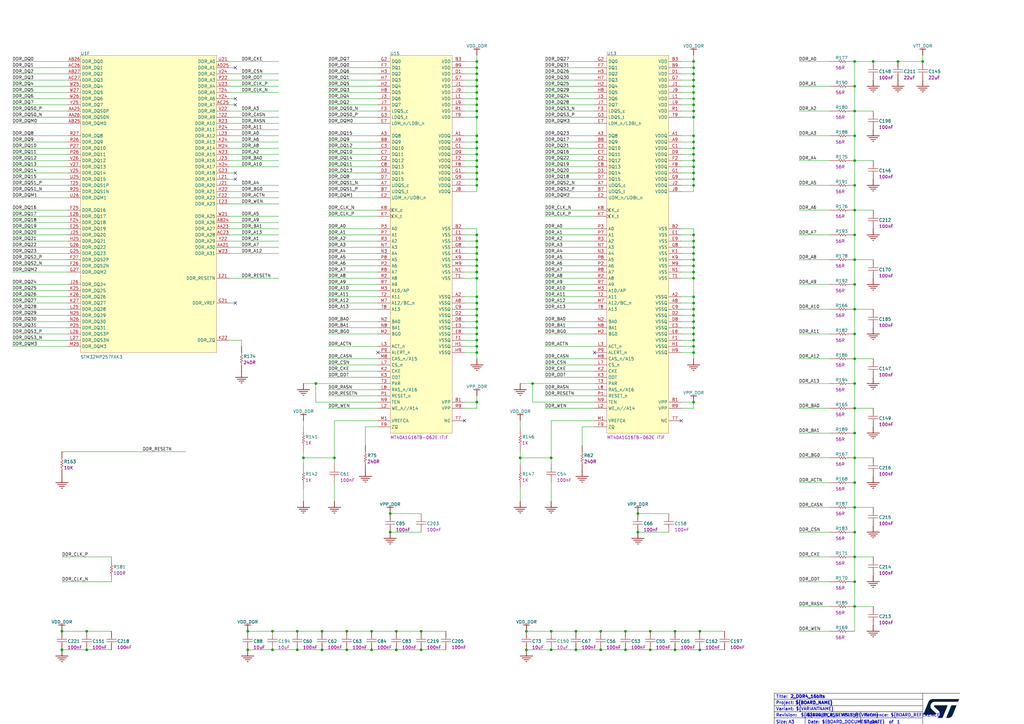
<source format=kicad_sch>
(kicad_sch (version 20250114) (generator "eeschema") (generator_version "9.0")
  (paper "A3")
  (title_block (title "2_DDR4_16bits") (date "Not used") (rev "Not used") (company "STMicroelectronics"))
  (text "${BOARD_ASSEMBLY_REVISION}" (at 330.962 294.2082 0) (effects (font (size 1.27 1.27)) (justify left bottom)))
  (text "Revision:" (at 318.262 294.2082 0) (effects (font (size 1.27 1.27)) (justify left bottom)))
  (text "${BOARD_REFERENCE}" (at 365.252 294.2082 0) (effects (font (size 1.27 1.27)) (justify left bottom)))
  (text "Size:" (at 318.262 297.0022 0) (effects (font (size 1.27 1.27)) (justify left bottom)))
  (text "${VARIANTNAME}" (at 326.39 291.6682 0) (effects (font (size 1.27 1.27)) (justify left bottom)))
  (text "A3" (at 323.342 297.0022 0) (effects (font (size 1.27 1.27)) (justify left bottom)))
  (text "Reference:" (at 354.33 294.2082 0) (effects (font (size 1.27 1.27)) (justify left bottom)))
  (text "${##}" (at 367.792 297.0022 0) (effects (font (size 1.27 1.27)) (justify left bottom)))
  (text "Revision:" (at 318.262 294.2082 0) (effects (font (size 1.27 1.27)) (justify left bottom)))
  (text "Title:" (at 318.262 286.5882 0) (effects (font (size 1.27 1.27)) (justify left bottom)))
  (text "of" (at 364.49 297.0022 0) (effects (font (size 1.27 1.27)) (justify left bottom)))
  (text "Project:" (at 318.262 289.1282 0) (effects (font (size 1.27 1.27)) (justify left bottom)))
  (text "${BOARD_NAME}" (at 326.136 289.1282 0) (effects (font (size 1.27 1.27) (thickness 0.254) (bold yes)) (justify left bottom)))
  (text "Sheet:" (at 354.33 297.0022 0) (effects (font (size 1.27 1.27)) (justify left bottom)))
  (text "${#}" (at 361.188 297.0022 0) (effects (font (size 1.27 1.27)) (justify left bottom)))
  (text "${BOARD_PCB_REVISION}" (at 328.422 294.2082 0) (effects (font (size 1.27 1.27)) (justify left bottom)))
  (text "A3" (at 323.342 297.0022 0) (effects (font (size 1.27 1.27)) (justify left bottom)))
  (text "Variant:" (at 318.262 291.6682 0) (effects (font (size 1.27 1.27)) (justify left bottom)))
  (text "Project:" (at 318.262 289.1282 0) (effects (font (size 1.27 1.27)) (justify left bottom)))
  (text "${TITLE}" (at 324.104 286.5882 0) (effects (font (size 1.27 1.27) (thickness 0.254) (bold yes)) (justify left bottom)))
  (text "Reference:" (at 354.33 294.2082 0) (effects (font (size 1.27 1.27)) (justify left bottom)))
  (text "Title:" (at 318.262 286.5882 0) (effects (font (size 1.27 1.27)) (justify left bottom)))
  (text "${VARIANTNAME}" (at 326.39 291.6682 0) (effects (font (size 1.27 1.27)) (justify left bottom)))
  (text "${TITLE}" (at 324.104 286.5882 0) (effects (font (size 1.27 1.27) (thickness 0.254) (bold yes)) (justify left bottom)))
  (text "-" (at 330.2 294.2082 0) (effects (font (size 1.27 1.27)) (justify left bottom)))
  (text "${BOARD_DOCUMENT_DATE}" (at 337.058 297.0022 0) (effects (font (size 1.27 1.27)) (justify left bottom)))
  (text "${BOARD_DOCUMENT_DATE}" (at 337.058 297.0022 0) (effects (font (size 1.27 1.27)) (justify left bottom)))
  (text "Date:" (at 331.216 297.0022 0) (effects (font (size 1.27 1.27)) (justify left bottom)))
  (text "Date:" (at 331.216 297.0022 0) (effects (font (size 1.27 1.27)) (justify left bottom)))
  (text "Size:" (at 318.262 297.0022 0) (effects (font (size 1.27 1.27)) (justify left bottom)))
  (text "of" (at 364.49 297.0022 0) (effects (font (size 1.27 1.27)) (justify left bottom)))
  (text "Variant:" (at 318.262 291.6682 0) (effects (font (size 1.27 1.27)) (justify left bottom)))
  (text "${#}" (at 361.188 297.0022 0) (effects (font (size 1.27 1.27)) (justify left bottom)))
  (text "${BOARD_NAME}" (at 326.136 289.1282 0) (effects (font (size 1.27 1.27) (thickness 0.254) (bold yes)) (justify left bottom)))
  (text "${BOARD_ASSEMBLY_REVISION}" (at 330.962 294.2082 0) (effects (font (size 1.27 1.27)) (justify left bottom)))
  (text "${BOARD_REFERENCE}" (at 365.252 294.2082 0) (effects (font (size 1.27 1.27)) (justify left bottom)))
  (text "Sheet:" (at 354.33 297.0022 0) (effects (font (size 1.27 1.27)) (justify left bottom)))
  (text "-" (at 330.2 294.2082 0) (effects (font (size 1.27 1.27)) (justify left bottom)))
  (text "${BOARD_PCB_REVISION}" (at 328.422 294.2082 0) (effects (font (size 1.27 1.27)) (justify left bottom)))
  (text "${##}" (at 367.792 297.0022 0) (effects (font (size 1.27 1.27)) (justify left bottom)))
  (junction (at 111.76 266.5222))
  (junction (at 284.48 106.5022))
  (junction (at 226.06 187.7822))
  (junction (at 350.52 35.3822))
  (junction (at 350.52 238.5822))
  (junction (at 287.02 266.5222))
  (junction (at 350.52 197.9422))
  (junction (at 246.38 266.5222))
  (junction (at 284.48 73.4822))
  (junction (at 226.06 258.9022))
  (junction (at 195.58 106.5022))
  (junction (at 284.48 30.3022))
  (junction (at 350.52 55.7022))
  (junction (at 350.52 136.9822))
  (junction (at 195.58 136.9822))
  (junction (at 284.48 131.9022))
  (junction (at 256.54 266.5222))
  (junction (at 226.06 266.5222))
  (junction (at 284.48 129.3622))
  (junction (at 195.58 98.8822))
  (junction (at 350.52 248.7422))
  (junction (at 160.02 218.2622))
  (junction (at 256.54 258.9022))
  (junction (at 195.58 164.9222))
  (junction (at 152.4 266.5222))
  (junction (at 284.48 144.6022))
  (junction (at 101.6 266.5222))
  (junction (at 195.58 114.1222))
  (junction (at 284.48 70.9422))
  (junction (at 284.48 109.0422))
  (junction (at 276.86 266.5222))
  (junction (at 287.02 258.9022))
  (junction (at 378.46 25.2222))
  (junction (at 284.48 55.7022))
  (junction (at 195.58 134.4422))
  (junction (at 129.54 157.3022))
  (junction (at 284.48 63.3222))
  (junction (at 284.48 40.4622))
  (junction (at 195.58 142.0622))
  (junction (at 195.58 30.3022))
  (junction (at 121.92 266.5222))
  (junction (at 236.22 266.5222))
  (junction (at 236.22 258.9022))
  (junction (at 195.58 25.2222))
  (junction (at 124.46 187.7822))
  (junction (at 284.48 121.7422))
  (junction (at 121.92 258.9022))
  (junction (at 284.48 76.0222))
  (junction (at 284.48 45.5422))
  (junction (at 160.02 210.6422))
  (junction (at 142.24 258.9022))
  (junction (at 195.58 48.0822))
  (junction (at 35.56 266.5222))
  (junction (at 266.7 258.9022))
  (junction (at 195.58 121.7422))
  (junction (at 350.52 65.8622))
  (junction (at 350.52 147.1422))
  (junction (at 350.52 86.1822))
  (junction (at 284.48 37.9222))
  (junction (at 284.48 25.2222))
  (junction (at 195.58 45.5422))
  (junction (at 172.72 258.9022))
  (junction (at 25.4 258.9022))
  (junction (at 137.16 187.7822))
  (junction (at 101.6 258.9022))
  (junction (at 284.48 96.3422))
  (junction (at 218.44 157.3022))
  (junction (at 284.48 124.2822))
  (junction (at 195.58 63.3222))
  (junction (at 284.48 114.1222))
  (junction (at 284.48 65.8622))
  (junction (at 25.4 266.5222))
  (junction (at 142.24 266.5222))
  (junction (at 195.58 76.0222))
  (junction (at 195.58 27.7622))
  (junction (at 195.58 55.7022))
  (junction (at 284.48 101.4222))
  (junction (at 350.52 45.5422))
  (junction (at 350.52 126.8222))
  (junction (at 350.52 116.6622))
  (junction (at 350.52 76.0222))
  (junction (at 195.58 139.5222))
  (junction (at 266.7 266.5222))
  (junction (at 284.48 68.4022))
  (junction (at 350.52 106.5022))
  (junction (at 195.58 126.8222))
  (junction (at 246.38 258.9022))
  (junction (at 350.52 25.2222))
  (junction (at 195.58 70.9422))
  (junction (at 195.58 43.0022))
  (junction (at 172.72 266.5222))
  (junction (at 284.48 136.9822))
  (junction (at 195.58 68.4022))
  (junction (at 195.58 96.3422))
  (junction (at 284.48 139.5222))
  (junction (at 350.52 228.4222))
  (junction (at 261.62 218.2622))
  (junction (at 276.86 258.9022))
  (junction (at 195.58 109.0422))
  (junction (at 284.48 60.7822))
  (junction (at 195.58 103.9622))
  (junction (at 195.58 101.4222))
  (junction (at 152.4 258.9022))
  (junction (at 213.36 187.7822))
  (junction (at 284.48 134.4422))
  (junction (at 162.56 258.9022))
  (junction (at 195.58 60.7822))
  (junction (at 132.08 266.5222))
  (junction (at 195.58 111.5822))
  (junction (at 195.58 40.4622))
  (junction (at 358.14 25.2222))
  (junction (at 284.48 126.8222))
  (junction (at 350.52 208.1022))
  (junction (at 162.56 266.5222))
  (junction (at 215.9 266.5222))
  (junction (at 350.52 157.3022))
  (junction (at 350.52 177.6222))
  (junction (at 284.48 43.0022))
  (junction (at 261.62 210.6422))
  (junction (at 284.48 103.9622))
  (junction (at 368.3 25.2222))
  (junction (at 132.08 258.9022))
  (junction (at 284.48 32.8422))
  (junction (at 350.52 167.4622))
  (junction (at 195.58 32.8422))
  (junction (at 195.58 124.2822))
  (junction (at 284.48 164.9222))
  (junction (at 350.52 218.2622))
  (junction (at 35.56 258.9022))
  (junction (at 215.9 258.9022))
  (junction (at 284.48 111.5822))
  (junction (at 284.48 35.3822))
  (junction (at 284.48 98.8822))
  (junction (at 195.58 37.9222))
  (junction (at 195.58 58.2422))
  (junction (at 195.58 131.9022))
  (junction (at 195.58 65.8622))
  (junction (at 284.48 27.7622))
  (junction (at 284.48 58.2422))
  (junction (at 195.58 129.3622))
  (junction (at 284.48 142.0622))
  (junction (at 284.48 48.0822))
  (junction (at 195.58 144.6022))
  (junction (at 195.58 73.4822))
  (junction (at 111.76 258.9022))
  (junction (at 195.58 35.3822))
  (junction (at 350.52 96.3422))
  (junction (at 350.52 187.7822))
  (no_connect (at 190.5 172.5422))
  (no_connect (at 96.52 27.7622))
  (no_connect (at 154.94 144.6022))
  (no_connect (at 96.52 43.0022))
  (no_connect (at 96.52 70.9422))
  (no_connect (at 96.52 124.2822))
  (no_connect (at 243.84 144.6022))
  (no_connect (at 96.52 40.4622))
  (no_connect (at 96.52 73.4822))
  (no_connect (at 279.4 172.5422))
  (wire (pts (xy 195.58 101.4222) (xy 195.58 98.8822)))
  (wire (pts (xy 93.98 43.0022) (xy 96.52 43.0022)))
  (polyline (pts (xy 317.5 291.9222) (xy 378.46 291.9222)) (stroke (width 0.0254) (type solid) (color 0 0 0 1)))
  (wire (pts (xy 279.4 167.4622) (xy 284.48 167.4622)))
  (wire (pts (xy 190.5 68.4022) (xy 195.58 68.4022)))
  (wire (pts (xy 160.02 218.2622) (xy 172.72 218.2622)))
  (wire (pts (xy 25.4 228.4222) (xy 45.72 228.4222)))
  (wire (pts (xy 121.92 266.5222) (xy 132.08 266.5222)))
  (wire (pts (xy 284.48 65.8622) (xy 284.48 68.4022)))
  (wire (pts (xy 195.58 126.8222) (xy 195.58 129.3622)))
  (wire (pts (xy 350.52 106.5022) (xy 350.52 116.6622)))
  (wire (pts (xy 284.48 78.5622) (xy 284.48 76.0222)))
  (wire (pts (xy 284.48 25.2222) (xy 284.48 27.7622)))
  (wire (pts (xy 284.48 48.0822) (xy 284.48 55.7022)))
  (wire (pts (xy 284.48 45.5422) (xy 284.48 48.0822)))
  (wire (pts (xy 284.48 164.9222) (xy 279.4 164.9222)))
  (wire (pts (xy 27.94 27.7622) (xy 5.08 27.7622)))
  (wire (pts (xy 340.36 136.9822) (xy 327.66 136.9822)))
  (wire (pts (xy 195.58 134.4422) (xy 195.58 136.9822)))
  (wire (pts (xy 243.84 78.5622) (xy 223.52 78.5622)))
  (wire (pts (xy 93.98 124.2822) (xy 96.52 124.2822)))
  (wire (pts (xy 266.7 258.9022) (xy 276.86 258.9022)))
  (wire (pts (xy 279.4 43.0022) (xy 284.48 43.0022)))
  (wire (pts (xy 27.94 93.8022) (xy 5.08 93.8022)))
  (wire (pts (xy 284.48 68.4022) (xy 284.48 70.9422)))
  (wire (pts (xy 114.3 83.6422) (xy 93.98 83.6422)))
  (wire (pts (xy 284.48 109.0422) (xy 284.48 106.5022)))
  (wire (pts (xy 284.48 167.4622) (xy 284.48 164.9222)))
  (wire (pts (xy 27.94 106.5022) (xy 5.08 106.5022)))
  (wire (pts (xy 154.94 152.2222) (xy 134.62 152.2222)))
  (polyline (pts (xy 353.06 291.9222) (xy 353.06 297.0022)) (stroke (width 0.0254) (type solid) (color 0 0 0 1)))
  (wire (pts (xy 114.3 103.9622) (xy 93.98 103.9622)))
  (wire (pts (xy 172.72 266.5222) (xy 182.88 266.5222)))
  (wire (pts (xy 195.58 68.4022) (xy 195.58 70.9422)))
  (wire (pts (xy 279.4 126.8222) (xy 284.48 126.8222)))
  (wire (pts (xy 114.3 35.3822) (xy 93.98 35.3822)))
  (wire (pts (xy 195.58 142.0622) (xy 190.5 142.0622)))
  (wire (pts (xy 378.46 25.2222) (xy 368.3 25.2222)))
  (wire (pts (xy 284.48 106.5022) (xy 284.48 103.9622)))
  (wire (pts (xy 195.58 70.9422) (xy 195.58 73.4822)))
  (wire (pts (xy 213.36 157.3022) (xy 218.44 157.3022)))
  (wire (pts (xy 284.48 144.6022) (xy 284.48 147.1422)))
  (wire (pts (xy 350.52 136.9822) (xy 350.52 126.8222)))
  (wire (pts (xy 284.48 142.0622) (xy 279.4 142.0622)))
  (wire (pts (xy 340.36 86.1822) (xy 327.66 86.1822)))
  (wire (pts (xy 195.58 121.7422) (xy 195.58 124.2822)))
  (wire (pts (xy 27.94 103.9622) (xy 5.08 103.9622)))
  (wire (pts (xy 27.94 60.7822) (xy 5.08 60.7822)))
  (wire (pts (xy 154.94 81.1022) (xy 134.62 81.1022)))
  (wire (pts (xy 190.5 48.0822) (xy 195.58 48.0822)))
  (wire (pts (xy 195.58 162.3822) (xy 195.58 164.9222)))
  (polyline (pts (xy 317.5 284.3022) (xy 317.5 297.0022)) (stroke (width 0.0254) (type solid) (color 0 0 0 1)))
  (wire (pts (xy 340.36 258.9022) (xy 327.66 258.9022)))
  (wire (pts (xy 27.94 131.9022) (xy 5.08 131.9022)))
  (wire (pts (xy 154.94 70.9422) (xy 134.62 70.9422)))
  (wire (pts (xy 350.52 65.8622) (xy 358.14 65.8622)))
  (wire (pts (xy 154.94 93.8022) (xy 134.62 93.8022)))
  (wire (pts (xy 284.48 96.3422) (xy 284.48 98.8822)))
  (wire (pts (xy 279.4 65.8622) (xy 284.48 65.8622)))
  (wire (pts (xy 154.94 35.3822) (xy 134.62 35.3822)))
  (polyline (pts (xy 378.46 286.8422) (xy 317.5 286.8422)) (stroke (width 0.0254) (type solid) (color 0 0 0 1)))
  (wire (pts (xy 190.5 109.0422) (xy 195.58 109.0422)))
  (wire (pts (xy 114.3 58.2422) (xy 93.98 58.2422)))
  (wire (pts (xy 124.46 205.5622) (xy 124.46 200.4822)))
  (wire (pts (xy 223.52 142.0622) (xy 243.84 142.0622)))
  (wire (pts (xy 27.94 43.0022) (xy 5.08 43.0022)))
  (wire (pts (xy 93.98 68.4022) (xy 114.3 68.4022)))
  (wire (pts (xy 134.62 96.3422) (xy 154.94 96.3422)))
  (wire (pts (xy 195.58 139.5222) (xy 190.5 139.5222)))
  (wire (pts (xy 190.5 58.2422) (xy 195.58 58.2422)))
  (wire (pts (xy 195.58 164.9222) (xy 190.5 164.9222)))
  (wire (pts (xy 27.94 101.4222) (xy 5.08 101.4222)))
  (wire (pts (xy 93.98 27.7622) (xy 96.52 27.7622)))
  (wire (pts (xy 154.94 147.1422) (xy 134.62 147.1422)))
  (wire (pts (xy 195.58 114.1222) (xy 190.5 114.1222)))
  (wire (pts (xy 195.58 144.6022) (xy 195.58 147.1422)))
  (wire (pts (xy 358.14 147.1422) (xy 350.52 147.1422)))
  (wire (pts (xy 350.52 218.2622) (xy 350.52 228.4222)))
  (wire (pts (xy 27.94 136.9822) (xy 5.08 136.9822)))
  (wire (pts (xy 154.94 167.4622) (xy 134.62 167.4622)))
  (wire (pts (xy 279.4 109.0422) (xy 284.48 109.0422)))
  (wire (pts (xy 284.48 129.3622) (xy 279.4 129.3622)))
  (wire (pts (xy 27.94 124.2822) (xy 5.08 124.2822)))
  (wire (pts (xy 350.52 238.5822) (xy 350.52 248.7422)))
  (wire (pts (xy 195.58 55.7022) (xy 195.58 58.2422)))
  (wire (pts (xy 149.86 175.0822) (xy 149.86 182.7022)))
  (wire (pts (xy 27.94 139.5222) (xy 5.08 139.5222)))
  (wire (pts (xy 279.4 63.3222) (xy 284.48 63.3222)))
  (wire (pts (xy 284.48 98.8822) (xy 279.4 98.8822)))
  (wire (pts (xy 190.5 96.3422) (xy 195.58 96.3422)))
  (wire (pts (xy 284.48 109.0422) (xy 284.48 111.5822)))
  (wire (pts (xy 190.5 73.4822) (xy 195.58 73.4822)))
  (polyline (pts (xy 393.7 284.3022) (xy 317.5 284.3022)) (stroke (width 0.0254) (type solid) (color 0 0 0 1)))
  (wire (pts (xy 350.52 86.1822) (xy 350.52 96.3422)))
  (wire (pts (xy 111.76 266.5222) (xy 121.92 266.5222)))
  (wire (pts (xy 243.84 114.1222) (xy 223.52 114.1222)))
  (wire (pts (xy 236.22 258.9022) (xy 246.38 258.9022)))
  (wire (pts (xy 154.94 116.6622) (xy 134.62 116.6622)))
  (wire (pts (xy 124.46 175.0822) (xy 124.46 172.5422)))
  (wire (pts (xy 35.56 266.5222) (xy 45.72 266.5222)))
  (wire (pts (xy 27.94 55.7022) (xy 5.08 55.7022)))
  (wire (pts (xy 129.54 157.3022) (xy 154.94 157.3022)))
  (wire (pts (xy 137.16 197.9422) (xy 137.16 205.5622)))
  (wire (pts (xy 154.94 55.7022) (xy 134.62 55.7022)))
  (wire (pts (xy 27.94 116.6622) (xy 5.08 116.6622)))
  (wire (pts (xy 195.58 65.8622) (xy 195.58 68.4022)))
  (wire (pts (xy 195.58 98.8822) (xy 190.5 98.8822)))
  (wire (pts (xy 284.48 136.9822) (xy 284.48 139.5222)))
  (wire (pts (xy 243.84 119.2022) (xy 223.52 119.2022)))
  (wire (pts (xy 27.94 96.3422) (xy 5.08 96.3422)))
  (wire (pts (xy 101.6 266.5222) (xy 111.76 266.5222)))
  (wire (pts (xy 114.3 101.4222) (xy 93.98 101.4222)))
  (wire (pts (xy 93.98 40.4622) (xy 96.52 40.4622)))
  (wire (pts (xy 340.36 116.6622) (xy 327.66 116.6622)))
  (wire (pts (xy 284.48 43.0022) (xy 284.48 45.5422)))
  (wire (pts (xy 236.22 266.5222) (xy 246.38 266.5222)))
  (wire (pts (xy 27.94 37.9222) (xy 5.08 37.9222)))
  (wire (pts (xy 340.36 126.8222) (xy 327.66 126.8222)))
  (wire (pts (xy 350.52 147.1422) (xy 350.52 136.9822)))
  (wire (pts (xy 340.36 218.2622) (xy 327.66 218.2622)))
  (wire (pts (xy 243.84 63.3222) (xy 223.52 63.3222)))
  (wire (pts (xy 284.48 27.7622) (xy 284.48 30.3022)))
  (wire (pts (xy 93.98 65.8622) (xy 114.3 65.8622)))
  (wire (pts (xy 190.5 136.9822) (xy 195.58 136.9822)))
  (wire (pts (xy 190.5 60.7822) (xy 195.58 60.7822)))
  (wire (pts (xy 195.58 129.3622) (xy 195.58 131.9022)))
  (wire (pts (xy 279.4 27.7622) (xy 284.48 27.7622)))
  (wire (pts (xy 284.48 96.3422) (xy 284.48 93.8022)))
  (wire (pts (xy 284.48 144.6022) (xy 284.48 142.0622)))
  (wire (pts (xy 243.84 58.2422) (xy 223.52 58.2422)))
  (wire (pts (xy 284.48 124.2822) (xy 279.4 124.2822)))
  (wire (pts (xy 101.6 258.9022) (xy 111.76 258.9022)))
  (wire (pts (xy 93.98 91.2622) (xy 114.3 91.2622)))
  (wire (pts (xy 154.94 106.5022) (xy 134.62 106.5022)))
  (wire (pts (xy 190.5 25.2222) (xy 195.58 25.2222)))
  (wire (pts (xy 284.48 60.7822) (xy 284.48 63.3222)))
  (wire (pts (xy 327.66 167.4622) (xy 340.36 167.4622)))
  (wire (pts (xy 350.52 126.8222) (xy 358.14 126.8222)))
  (wire (pts (xy 243.84 68.4022) (xy 223.52 68.4022)))
  (wire (pts (xy 327.66 35.3822) (xy 340.36 35.3822)))
  (wire (pts (xy 279.4 60.7822) (xy 284.48 60.7822)))
  (polyline (pts (xy 378.46 284.3022) (xy 378.46 297.0022)) (stroke (width 0.0254) (type solid) (color 0 0 0 1)))
  (wire (pts (xy 154.94 149.6822) (xy 134.62 149.6822)))
  (wire (pts (xy 154.94 78.5622) (xy 134.62 78.5622)))
  (wire (pts (xy 238.76 175.0822) (xy 238.76 182.7022)))
  (wire (pts (xy 284.48 111.5822) (xy 284.48 114.1222)))
  (wire (pts (xy 154.94 164.9222) (xy 129.54 164.9222)))
  (wire (pts (xy 350.52 177.6222) (xy 350.52 187.7822)))
  (wire (pts (xy 340.36 238.5822) (xy 327.66 238.5822)))
  (wire (pts (xy 195.58 63.3222) (xy 195.58 65.8622)))
  (wire (pts (xy 243.84 40.4622) (xy 223.52 40.4622)))
  (wire (pts (xy 27.94 121.7422) (xy 5.08 121.7422)))
  (wire (pts (xy 340.36 25.2222) (xy 327.66 25.2222)))
  (wire (pts (xy 213.36 205.5622) (xy 213.36 200.4822)))
  (wire (pts (xy 284.48 22.6822) (xy 284.48 25.2222)))
  (wire (pts (xy 134.62 142.0622) (xy 154.94 142.0622)))
  (wire (pts (xy 340.36 96.3422) (xy 327.66 96.3422)))
  (wire (pts (xy 276.86 266.5222) (xy 287.02 266.5222)))
  (wire (pts (xy 190.5 37.9222) (xy 195.58 37.9222)))
  (wire (pts (xy 350.52 86.1822) (xy 358.14 86.1822)))
  (wire (pts (xy 154.94 65.8622) (xy 134.62 65.8622)))
  (wire (pts (xy 154.94 134.4422) (xy 134.62 134.4422)))
  (wire (pts (xy 124.46 187.7822) (xy 124.46 185.2422)))
  (wire (pts (xy 154.94 172.5422) (xy 137.16 172.5422)))
  (wire (pts (xy 340.36 157.3022) (xy 327.66 157.3022)))
  (wire (pts (xy 114.3 96.3422) (xy 93.98 96.3422)))
  (wire (pts (xy 154.94 40.4622) (xy 134.62 40.4622)))
  (wire (pts (xy 154.94 76.0222) (xy 134.62 76.0222)))
  (wire (pts (xy 114.3 30.3022) (xy 93.98 30.3022)))
  (wire (pts (xy 243.84 126.8222) (xy 223.52 126.8222)))
  (wire (pts (xy 261.62 218.2622) (xy 274.32 218.2622)))
  (polyline (pts (xy 330.2 294.4622) (xy 330.2 297.0022)) (stroke (width 0.0254) (type solid) (color 0 0 0 1)))
  (wire (pts (xy 129.54 164.9222) (xy 129.54 157.3022)))
  (wire (pts (xy 256.54 266.5222) (xy 266.7 266.5222)))
  (wire (pts (xy 350.52 55.7022) (xy 350.52 65.8622)))
  (wire (pts (xy 218.44 157.3022) (xy 243.84 157.3022)))
  (wire (pts (xy 114.3 53.1622) (xy 93.98 53.1622)))
  (wire (pts (xy 284.48 35.3822) (xy 284.48 37.9222)))
  (wire (pts (xy 279.4 35.3822) (xy 284.48 35.3822)))
  (wire (pts (xy 195.58 78.5622) (xy 195.58 76.0222)))
  (wire (pts (xy 114.3 98.8822) (xy 93.98 98.8822)))
  (wire (pts (xy 154.94 58.2422) (xy 134.62 58.2422)))
  (wire (pts (xy 284.48 55.7022) (xy 284.48 58.2422)))
  (wire (pts (xy 213.36 190.3222) (xy 213.36 187.7822)))
  (polyline (pts (xy 378.46 284.3022) (xy 378.46 297.0022)) (stroke (width 0.0254) (type solid) (color 0 0 0 1)))
  (wire (pts (xy 195.58 73.4822) (xy 195.58 76.0222)))
  (wire (pts (xy 27.94 58.2422) (xy 5.08 58.2422)))
  (wire (pts (xy 279.4 136.9822) (xy 284.48 136.9822)))
  (wire (pts (xy 27.94 86.1822) (xy 5.08 86.1822)))
  (wire (pts (xy 340.36 197.9422) (xy 327.66 197.9422)))
  (wire (pts (xy 243.84 70.9422) (xy 223.52 70.9422)))
  (polyline (pts (xy 317.5 291.9222) (xy 378.46 291.9222)) (stroke (width 0.0254) (type solid) (color 0 0 0 1)))
  (wire (pts (xy 350.52 187.7822) (xy 358.14 187.7822)))
  (wire (pts (xy 27.94 30.3022) (xy 5.08 30.3022)))
  (wire (pts (xy 279.4 144.6022) (xy 284.48 144.6022)))
  (wire (pts (xy 154.94 32.8422) (xy 134.62 32.8422)))
  (wire (pts (xy 243.84 73.4822) (xy 223.52 73.4822)))
  (wire (pts (xy 243.84 167.4622) (xy 223.52 167.4622)))
  (wire (pts (xy 137.16 187.7822) (xy 137.16 190.3222)))
  (wire (pts (xy 195.58 136.9822) (xy 195.58 139.5222)))
  (wire (pts (xy 350.52 228.4222) (xy 358.14 228.4222)))
  (wire (pts (xy 27.94 98.8822) (xy 5.08 98.8822)))
  (wire (pts (xy 154.94 48.0822) (xy 134.62 48.0822)))
  (wire (pts (xy 152.4 266.5222) (xy 162.56 266.5222)))
  (wire (pts (xy 114.3 114.1222) (xy 93.98 114.1222)))
  (wire (pts (xy 279.4 37.9222) (xy 284.48 37.9222)))
  (wire (pts (xy 190.5 30.3022) (xy 195.58 30.3022)))
  (wire (pts (xy 190.5 55.7022) (xy 195.58 55.7022)))
  (wire (pts (xy 172.72 258.9022) (xy 182.88 258.9022)))
  (wire (pts (xy 154.94 121.7422) (xy 134.62 121.7422)))
  (wire (pts (xy 195.58 35.3822) (xy 195.58 37.9222)))
  (wire (pts (xy 284.48 93.8022) (xy 279.4 93.8022)))
  (wire (pts (xy 195.58 144.6022) (xy 195.58 142.0622)))
  (polyline (pts (xy 317.5 284.3022) (xy 317.5 297.0022)) (stroke (width 0.0254) (type solid) (color 0 0 0 1)))
  (wire (pts (xy 195.58 45.5422) (xy 195.58 48.0822)))
  (wire (pts (xy 190.5 131.9022) (xy 195.58 131.9022)))
  (wire (pts (xy 243.84 27.7622) (xy 223.52 27.7622)))
  (wire (pts (xy 190.5 27.7622) (xy 195.58 27.7622)))
  (wire (pts (xy 243.84 76.0222) (xy 223.52 76.0222)))
  (wire (pts (xy 195.58 124.2822) (xy 195.58 126.8222)))
  (wire (pts (xy 27.94 109.0422) (xy 5.08 109.0422)))
  (wire (pts (xy 154.94 30.3022) (xy 134.62 30.3022)))
  (wire (pts (xy 114.3 32.8422) (xy 93.98 32.8422)))
  (wire (pts (xy 27.94 111.5822) (xy 5.08 111.5822)))
  (wire (pts (xy 243.84 121.7422) (xy 223.52 121.7422)))
  (wire (pts (xy 27.94 50.6222) (xy 5.08 50.6222)))
  (wire (pts (xy 243.84 43.0022) (xy 223.52 43.0022)))
  (wire (pts (xy 350.52 35.3822) (xy 350.52 45.5422)))
  (wire (pts (xy 279.4 70.9422) (xy 284.48 70.9422)))
  (wire (pts (xy 226.06 258.9022) (xy 236.22 258.9022)))
  (wire (pts (xy 195.58 93.8022) (xy 190.5 93.8022)))
  (wire (pts (xy 350.52 116.6622) (xy 350.52 126.8222)))
  (wire (pts (xy 243.84 101.4222) (xy 223.52 101.4222)))
  (wire (pts (xy 190.5 63.3222) (xy 195.58 63.3222)))
  (wire (pts (xy 27.94 45.5422) (xy 5.08 45.5422)))
  (wire (pts (xy 195.58 167.4622) (xy 195.58 164.9222)))
  (wire (pts (xy 284.48 35.3822) (xy 284.48 32.8422)))
  (wire (pts (xy 154.94 159.8422) (xy 134.62 159.8422)))
  (wire (pts (xy 154.94 60.7822) (xy 134.62 60.7822)))
  (wire (pts (xy 154.94 136.9822) (xy 134.62 136.9822)))
  (wire (pts (xy 124.46 157.3022) (xy 129.54 157.3022)))
  (wire (pts (xy 218.44 164.9222) (xy 218.44 157.3022)))
  (wire (pts (xy 279.4 106.5022) (xy 284.48 106.5022)))
  (wire (pts (xy 246.38 258.9022) (xy 256.54 258.9022)))
  (wire (pts (xy 358.14 25.2222) (xy 350.52 25.2222)))
  (wire (pts (xy 27.94 63.3222) (xy 5.08 63.3222)))
  (wire (pts (xy 223.52 88.7222) (xy 243.84 88.7222)))
  (wire (pts (xy 213.36 187.7822) (xy 226.06 187.7822)))
  (polyline (pts (xy 330.2 294.4622) (xy 330.2 297.0022)) (stroke (width 0.0254) (type solid) (color 0 0 0 1)))
  (wire (pts (xy 27.94 35.3822) (xy 5.08 35.3822)))
  (wire (pts (xy 340.36 248.7422) (xy 327.66 248.7422)))
  (wire (pts (xy 243.84 109.0422) (xy 223.52 109.0422)))
  (wire (pts (xy 243.84 103.9622) (xy 223.52 103.9622)))
  (wire (pts (xy 27.94 40.4622) (xy 5.08 40.4622)))
  (wire (pts (xy 279.4 78.5622) (xy 284.48 78.5622)))
  (wire (pts (xy 279.4 55.7022) (xy 284.48 55.7022)))
  (wire (pts (xy 195.58 22.6822) (xy 195.58 25.2222)))
  (wire (pts (xy 154.94 111.5822) (xy 134.62 111.5822)))
  (wire (pts (xy 27.94 88.7222) (xy 5.08 88.7222)))
  (wire (pts (xy 25.4 258.9022) (xy 35.56 258.9022)))
  (wire (pts (xy 114.3 25.2222) (xy 93.98 25.2222)))
  (polyline (pts (xy 317.5 289.3822) (xy 378.46 289.3822)) (stroke (width 0.0254) (type solid) (color 0 0 0 1)))
  (wire (pts (xy 215.9 258.9022) (xy 226.06 258.9022)))
  (wire (pts (xy 25.4 238.5822) (xy 45.72 238.5822)))
  (wire (pts (xy 246.38 266.5222) (xy 256.54 266.5222)))
  (wire (pts (xy 279.4 48.0822) (xy 284.48 48.0822)))
  (wire (pts (xy 350.52 187.7822) (xy 350.52 197.9422)))
  (wire (pts (xy 27.94 134.4422) (xy 5.08 134.4422)))
  (wire (pts (xy 93.98 37.9222) (xy 114.3 37.9222)))
  (wire (pts (xy 154.94 101.4222) (xy 134.62 101.4222)))
  (wire (pts (xy 223.52 96.3422) (xy 243.84 96.3422)))
  (wire (pts (xy 243.84 45.5422) (xy 223.52 45.5422)))
  (wire (pts (xy 284.48 37.9222) (xy 284.48 40.4622)))
  (wire (pts (xy 93.98 73.4822) (xy 96.52 73.4822)))
  (wire (pts (xy 195.58 109.0422) (xy 195.58 106.5022)))
  (wire (pts (xy 25.4 185.2422) (xy 76.2 185.2422)))
  (wire (pts (xy 279.4 68.4022) (xy 284.48 68.4022)))
  (wire (pts (xy 378.46 22.6822) (xy 378.46 25.2222)))
  (wire (pts (xy 284.48 142.0622) (xy 284.48 139.5222)))
  (wire (pts (xy 124.46 190.3222) (xy 124.46 187.7822)))
  (wire (pts (xy 114.3 76.0222) (xy 93.98 76.0222)))
  (wire (pts (xy 195.58 142.0622) (xy 195.58 139.5222)))
  (wire (pts (xy 132.08 258.9022) (xy 142.24 258.9022)))
  (wire (pts (xy 195.58 35.3822) (xy 195.58 32.8422)))
  (wire (pts (xy 195.58 37.9222) (xy 195.58 40.4622)))
  (wire (pts (xy 190.5 70.9422) (xy 195.58 70.9422)))
  (wire (pts (xy 350.52 25.2222) (xy 350.52 35.3822)))
  (wire (pts (xy 350.52 208.1022) (xy 350.52 218.2622)))
  (wire (pts (xy 154.94 162.3822) (xy 134.62 162.3822)))
  (wire (pts (xy 154.94 114.1222) (xy 134.62 114.1222)))
  (wire (pts (xy 284.48 114.1222) (xy 279.4 114.1222)))
  (wire (pts (xy 93.98 139.5222) (xy 99.06 139.5222)))
  (wire (pts (xy 195.58 96.3422) (xy 195.58 98.8822)))
  (wire (pts (xy 256.54 258.9022) (xy 266.7 258.9022)))
  (wire (pts (xy 154.94 126.8222) (xy 134.62 126.8222)))
  (wire (pts (xy 350.52 65.8622) (xy 350.52 76.0222)))
  (wire (pts (xy 284.48 134.4422) (xy 284.48 136.9822)))
  (wire (pts (xy 243.84 175.0822) (xy 238.76 175.0822)))
  (wire (pts (xy 195.58 131.9022) (xy 195.58 134.4422)))
  (wire (pts (xy 114.3 93.8022) (xy 93.98 93.8022)))
  (wire (pts (xy 243.84 111.5822) (xy 223.52 111.5822)))
  (wire (pts (xy 114.3 50.6222) (xy 93.98 50.6222)))
  (wire (pts (xy 243.84 93.8022) (xy 223.52 93.8022)))
  (wire (pts (xy 226.06 266.5222) (xy 236.22 266.5222)))
  (wire (pts (xy 350.52 147.1422) (xy 350.52 157.3022)))
  (wire (pts (xy 284.48 121.7422) (xy 284.48 124.2822)))
  (wire (pts (xy 284.48 103.9622) (xy 284.48 101.4222)))
  (wire (pts (xy 190.5 40.4622) (xy 195.58 40.4622)))
  (wire (pts (xy 195.58 114.1222) (xy 195.58 121.7422)))
  (wire (pts (xy 284.48 73.4822) (xy 284.48 76.0222)))
  (wire (pts (xy 114.3 45.5422) (xy 93.98 45.5422)))
  (wire (pts (xy 243.84 81.1022) (xy 223.52 81.1022)))
  (wire (pts (xy 243.84 149.6822) (xy 223.52 149.6822)))
  (wire (pts (xy 243.84 50.6222) (xy 223.52 50.6222)))
  (wire (pts (xy 27.94 65.8622) (xy 5.08 65.8622)))
  (wire (pts (xy 195.58 43.0022) (xy 195.58 45.5422)))
  (wire (pts (xy 279.4 58.2422) (xy 284.48 58.2422)))
  (wire (pts (xy 350.52 208.1022) (xy 358.14 208.1022)))
  (wire (pts (xy 243.84 164.9222) (xy 218.44 164.9222)))
  (wire (pts (xy 190.5 144.6022) (xy 195.58 144.6022)))
  (wire (pts (xy 261.62 210.6422) (xy 274.32 210.6422)))
  (polyline (pts (xy 378.46 286.8422) (xy 317.5 286.8422)) (stroke (width 0.0254) (type solid) (color 0 0 0 1)))
  (wire (pts (xy 154.94 98.8822) (xy 134.62 98.8822)))
  (wire (pts (xy 114.3 78.5622) (xy 93.98 78.5622)))
  (wire (pts (xy 27.94 142.0622) (xy 5.08 142.0622)))
  (wire (pts (xy 350.52 228.4222) (xy 350.52 238.5822)))
  (wire (pts (xy 340.36 106.5022) (xy 327.66 106.5022)))
  (wire (pts (xy 350.52 157.3022) (xy 350.52 167.4622)))
  (wire (pts (xy 162.56 266.5222) (xy 172.72 266.5222)))
  (wire (pts (xy 195.58 109.0422) (xy 195.58 111.5822)))
  (wire (pts (xy 190.5 101.4222) (xy 195.58 101.4222)))
  (wire (pts (xy 162.56 258.9022) (xy 172.72 258.9022)))
  (wire (pts (xy 243.84 106.5022) (xy 223.52 106.5022)))
  (wire (pts (xy 243.84 48.0822) (xy 223.52 48.0822)))
  (wire (pts (xy 195.58 111.5822) (xy 190.5 111.5822)))
  (wire (pts (xy 358.14 45.5422) (xy 350.52 45.5422)))
  (wire (pts (xy 243.84 154.7622) (xy 223.52 154.7622)))
  (wire (pts (xy 340.36 187.7822) (xy 327.66 187.7822)))
  (wire (pts (xy 190.5 45.5422) (xy 195.58 45.5422)))
  (wire (pts (xy 284.48 121.7422) (xy 279.4 121.7422)))
  (wire (pts (xy 154.94 25.2222) (xy 134.62 25.2222)))
  (wire (pts (xy 340.36 55.7022) (xy 327.66 55.7022)))
  (wire (pts (xy 93.98 88.7222) (xy 114.3 88.7222)))
  (wire (pts (xy 279.4 40.4622) (xy 284.48 40.4622)))
  (wire (pts (xy 154.94 109.0422) (xy 134.62 109.0422)))
  (wire (pts (xy 195.58 76.0222) (xy 190.5 76.0222)))
  (wire (pts (xy 243.84 116.6622) (xy 223.52 116.6622)))
  (wire (pts (xy 137.16 172.5422) (xy 137.16 187.7822)))
  (wire (pts (xy 114.3 63.3222) (xy 93.98 63.3222)))
  (wire (pts (xy 195.58 48.0822) (xy 195.58 55.7022)))
  (wire (pts (xy 195.58 103.9622) (xy 190.5 103.9622)))
  (wire (pts (xy 279.4 96.3422) (xy 284.48 96.3422)))
  (wire (pts (xy 195.58 40.4622) (xy 195.58 43.0022)))
  (wire (pts (xy 284.48 111.5822) (xy 279.4 111.5822)))
  (polyline (pts (xy 353.06 291.9222) (xy 353.06 297.0022)) (stroke (width 0.0254) (type solid) (color 0 0 0 1)))
  (wire (pts (xy 243.84 159.8422) (xy 223.52 159.8422)))
  (wire (pts (xy 350.52 248.7422) (xy 350.52 258.9022)))
  (wire (pts (xy 279.4 30.3022) (xy 284.48 30.3022)))
  (wire (pts (xy 195.58 111.5822) (xy 195.58 114.1222)))
  (wire (pts (xy 195.58 60.7822) (xy 195.58 63.3222)))
  (wire (pts (xy 226.06 187.7822) (xy 226.06 190.3222)))
  (wire (pts (xy 226.06 197.9422) (xy 226.06 205.5622)))
  (wire (pts (xy 284.48 70.9422) (xy 284.48 73.4822)))
  (wire (pts (xy 154.94 50.6222) (xy 134.62 50.6222)))
  (wire (pts (xy 124.46 187.7822) (xy 137.16 187.7822)))
  (wire (pts (xy 27.94 91.2622) (xy 5.08 91.2622)))
  (wire (pts (xy 243.84 172.5422) (xy 226.06 172.5422)))
  (wire (pts (xy 350.52 197.9422) (xy 350.52 208.1022)))
  (wire (pts (xy 350.52 167.4622) (xy 350.52 177.6222)))
  (wire (pts (xy 27.94 126.8222) (xy 5.08 126.8222)))
  (wire (pts (xy 154.94 37.9222) (xy 134.62 37.9222)))
  (wire (pts (xy 243.84 60.7822) (xy 223.52 60.7822)))
  (wire (pts (xy 27.94 48.0822) (xy 5.08 48.0822)))
  (wire (pts (xy 223.52 86.1822) (xy 243.84 86.1822)))
  (wire (pts (xy 25.4 266.5222) (xy 35.56 266.5222)))
  (wire (pts (xy 142.24 266.5222) (xy 152.4 266.5222)))
  (wire (pts (xy 195.58 25.2222) (xy 195.58 27.7622)))
  (wire (pts (xy 27.94 68.4022) (xy 5.08 68.4022)))
  (wire (pts (xy 154.94 73.4822) (xy 134.62 73.4822)))
  (wire (pts (xy 134.62 86.1822) (xy 154.94 86.1822)))
  (wire (pts (xy 284.48 131.9022) (xy 284.48 134.4422)))
  (wire (pts (xy 154.94 45.5422) (xy 134.62 45.5422)))
  (wire (pts (xy 287.02 258.9022) (xy 297.18 258.9022)))
  (wire (pts (xy 368.3 25.2222) (xy 358.14 25.2222)))
  (wire (pts (xy 93.98 60.7822) (xy 114.3 60.7822)))
  (wire (pts (xy 154.94 131.9022) (xy 134.62 131.9022)))
  (wire (pts (xy 350.52 106.5022) (xy 358.14 106.5022)))
  (wire (pts (xy 350.52 167.4622) (xy 358.14 167.4622)))
  (wire (pts (xy 279.4 32.8422) (xy 284.48 32.8422)))
  (wire (pts (xy 284.48 103.9622) (xy 279.4 103.9622)))
  (wire (pts (xy 284.48 134.4422) (xy 279.4 134.4422)))
  (wire (pts (xy 350.52 76.0222) (xy 350.52 86.1822)))
  (wire (pts (xy 243.84 32.8422) (xy 223.52 32.8422)))
  (wire (pts (xy 279.4 73.4822) (xy 284.48 73.4822)))
  (wire (pts (xy 284.48 126.8222) (xy 284.48 129.3622)))
  (wire (pts (xy 243.84 162.3822) (xy 223.52 162.3822)))
  (wire (pts (xy 215.9 266.5222) (xy 226.06 266.5222)))
  (wire (pts (xy 190.5 126.8222) (xy 195.58 126.8222)))
  (wire (pts (xy 134.62 88.7222) (xy 154.94 88.7222)))
  (wire (pts (xy 132.08 266.5222) (xy 142.24 266.5222)))
  (wire (pts (xy 279.4 25.2222) (xy 284.48 25.2222)))
  (wire (pts (xy 284.48 40.4622) (xy 284.48 43.0022)))
  (wire (pts (xy 27.94 78.5622) (xy 5.08 78.5622)))
  (wire (pts (xy 284.48 139.5222) (xy 279.4 139.5222)))
  (wire (pts (xy 284.48 114.1222) (xy 284.48 121.7422)))
  (wire (pts (xy 284.48 76.0222) (xy 279.4 76.0222)))
  (wire (pts (xy 114.3 48.0822) (xy 93.98 48.0822)))
  (wire (pts (xy 93.98 70.9422) (xy 96.52 70.9422)))
  (wire (pts (xy 154.94 27.7622) (xy 134.62 27.7622)))
  (wire (pts (xy 190.5 65.8622) (xy 195.58 65.8622)))
  (wire (pts (xy 190.5 43.0022) (xy 195.58 43.0022)))
  (wire (pts (xy 287.02 266.5222) (xy 297.18 266.5222)))
  (wire (pts (xy 154.94 103.9622) (xy 134.62 103.9622)))
  (wire (pts (xy 111.76 258.9022) (xy 121.92 258.9022)))
  (wire (pts (xy 99.06 139.5222) (xy 99.06 142.0622)))
  (wire (pts (xy 350.52 45.5422) (xy 350.52 55.7022)))
  (wire (pts (xy 114.3 55.7022) (xy 93.98 55.7022)))
  (wire (pts (xy 154.94 43.0022) (xy 134.62 43.0022)))
  (wire (pts (xy 190.5 167.4622) (xy 195.58 167.4622)))
  (wire (pts (xy 340.36 65.8622) (xy 327.66 65.8622)))
  (wire (pts (xy 27.94 119.2022) (xy 5.08 119.2022)))
  (wire (pts (xy 243.84 131.9022) (xy 223.52 131.9022)))
  (wire (pts (xy 154.94 175.0822) (xy 149.86 175.0822)))
  (wire (pts (xy 279.4 131.9022) (xy 284.48 131.9022)))
  (polyline (pts (xy 393.7 284.3022) (xy 317.5 284.3022)) (stroke (width 0.0254) (type solid) (color 0 0 0 1)))
  (wire (pts (xy 284.48 58.2422) (xy 284.48 60.7822)))
  (wire (pts (xy 154.94 68.4022) (xy 134.62 68.4022)))
  (wire (pts (xy 27.94 32.8422) (xy 5.08 32.8422)))
  (polyline (pts (xy 317.5 294.4622) (xy 378.46 294.4622)) (stroke (width 0.0254) (type solid) (color 0 0 0 1)))
  (wire (pts (xy 340.36 208.1022) (xy 327.66 208.1022)))
  (wire (pts (xy 27.94 76.0222) (xy 5.08 76.0222)))
  (wire (pts (xy 195.58 121.7422) (xy 190.5 121.7422)))
  (wire (pts (xy 190.5 35.3822) (xy 195.58 35.3822)))
  (wire (pts (xy 340.36 177.6222) (xy 327.66 177.6222)))
  (wire (pts (xy 195.58 106.5022) (xy 195.58 103.9622)))
  (wire (pts (xy 279.4 101.4222) (xy 284.48 101.4222)))
  (wire (pts (xy 213.36 187.7822) (xy 213.36 185.2422)))
  (wire (pts (xy 340.36 76.0222) (xy 327.66 76.0222)))
  (wire (pts (xy 276.86 258.9022) (xy 287.02 258.9022)))
  (wire (pts (xy 160.02 210.6422) (xy 172.72 210.6422)))
  (wire (pts (xy 213.36 175.0822) (xy 213.36 172.5422)))
  (wire (pts (xy 190.5 78.5622) (xy 195.58 78.5622)))
  (polyline (pts (xy 317.5 289.3822) (xy 378.46 289.3822)) (stroke (width 0.0254) (type solid) (color 0 0 0 1)))
  (wire (pts (xy 195.58 30.3022) (xy 195.58 32.8422)))
  (wire (pts (xy 27.94 25.2222) (xy 5.08 25.2222)))
  (wire (pts (xy 114.3 81.1022) (xy 93.98 81.1022)))
  (wire (pts (xy 195.58 96.3422) (xy 195.58 93.8022)))
  (wire (pts (xy 243.84 65.8622) (xy 223.52 65.8622)))
  (wire (pts (xy 154.94 63.3222) (xy 134.62 63.3222)))
  (wire (pts (xy 340.36 45.5422) (xy 327.66 45.5422)))
  (wire (pts (xy 226.06 172.5422) (xy 226.06 187.7822)))
  (wire (pts (xy 195.58 134.4422) (xy 190.5 134.4422)))
  (polyline (pts (xy 317.5 294.4622) (xy 378.46 294.4622)) (stroke (width 0.0254) (type solid) (color 0 0 0 1)))
  (wire (pts (xy 35.56 258.9022) (xy 45.72 258.9022)))
  (wire (pts (xy 195.58 58.2422) (xy 195.58 60.7822)))
  (wire (pts (xy 154.94 154.7622) (xy 134.62 154.7622)))
  (wire (pts (xy 154.94 124.2822) (xy 134.62 124.2822)))
  (wire (pts (xy 284.48 129.3622) (xy 284.48 131.9022)))
  (wire (pts (xy 243.84 25.2222) (xy 223.52 25.2222)))
  (wire (pts (xy 243.84 37.9222) (xy 223.52 37.9222)))
  (wire (pts (xy 243.84 124.2822) (xy 223.52 124.2822)))
  (wire (pts (xy 27.94 129.3622) (xy 5.08 129.3622)))
  (wire (pts (xy 152.4 258.9022) (xy 162.56 258.9022)))
  (wire (pts (xy 27.94 81.1022) (xy 5.08 81.1022)))
  (wire (pts (xy 243.84 30.3022) (xy 223.52 30.3022)))
  (wire (pts (xy 195.58 129.3622) (xy 190.5 129.3622)))
  (wire (pts (xy 243.84 35.3822) (xy 223.52 35.3822)))
  (wire (pts (xy 243.84 134.4422) (xy 223.52 134.4422)))
  (wire (pts (xy 350.52 96.3422) (xy 350.52 106.5022)))
  (wire (pts (xy 195.58 27.7622) (xy 195.58 30.3022)))
  (wire (pts (xy 284.48 30.3022) (xy 284.48 32.8422)))
  (wire (pts (xy 195.58 103.9622) (xy 195.58 101.4222)))
  (wire (pts (xy 266.7 266.5222) (xy 276.86 266.5222)))
  (wire (pts (xy 340.36 147.1422) (xy 327.66 147.1422)))
  (wire (pts (xy 350.52 248.7422) (xy 358.14 248.7422)))
  (wire (pts (xy 243.84 136.9822) (xy 223.52 136.9822)))
  (wire (pts (xy 243.84 55.7022) (xy 223.52 55.7022)))
  (wire (pts (xy 340.36 228.4222) (xy 327.66 228.4222)))
  (wire (pts (xy 27.94 73.4822) (xy 5.08 73.4822)))
  (wire (pts (xy 142.24 258.9022) (xy 152.4 258.9022)))
  (wire (pts (xy 284.48 101.4222) (xy 284.48 98.8822)))
  (wire (pts (xy 279.4 45.5422) (xy 284.48 45.5422)))
  (wire (pts (xy 284.48 124.2822) (xy 284.48 126.8222)))
  (wire (pts (xy 284.48 63.3222) (xy 284.48 65.8622)))
  (wire (pts (xy 243.84 152.2222) (xy 223.52 152.2222)))
  (wire (pts (xy 195.58 124.2822) (xy 190.5 124.2822)))
  (wire (pts (xy 243.84 98.8822) (xy 223.52 98.8822)))
  (wire (pts (xy 243.84 147.1422) (xy 223.52 147.1422)))
  (wire (pts (xy 121.92 258.9022) (xy 132.08 258.9022)))
  (wire (pts (xy 27.94 70.9422) (xy 5.08 70.9422)))
  (wire (pts (xy 190.5 106.5022) (xy 195.58 106.5022)))
  (wire (pts (xy 190.5 32.8422) (xy 195.58 32.8422)))
  (wire (pts (xy 154.94 119.2022) (xy 134.62 119.2022)))
  (image (at 386.042 290.6347) (scale 0.137898))
  (label "DDR_BA1" (at 99.06 93.8022 0))
  (label "DDR_RESETN" (at 99.06 114.1222 0))
  (label "DDR_CLK_N" (at 99.06 37.9222 0))
  (label "DDR_A2" (at 99.06 63.3222 0))
  (label "DDR_RESETN" (at 58.42 185.2422 0))
  (label "DDR_DQM0" (at 134.62 50.6222 0))
  (label "DDR_DQ21" (at 223.52 60.7822 0))
  (label "DDR_A0" (at 327.66 25.2222 0))
  (label "DDR_DQ3" (at 134.62 37.9222 0))
  (label "DDR_DQ13" (at 134.62 70.9422 0))
  (label "DDR_DQM0" (at 5.08 50.6222 0))
  (label "DDR_BA1" (at 327.66 177.6222 0))
  (label "DDR_A13" (at 99.06 96.3422 0))
  (label "DDR_DQ6" (at 134.62 30.3022 0))
  (label "DDR_CKE" (at 99.06 25.2222 0))
  (label "DDR_A4" (at 223.52 103.9622 0))
  (label "DDR_DQS2_P" (at 5.08 106.5022 0))
  (label "DDR_A7" (at 99.06 101.4222 0))
  (label "DDR_A5" (at 327.66 76.0222 0))
  (label "DDR_WEN" (at 134.62 167.4622 0))
  (label "DDR_A8" (at 134.62 114.1222 0))
  (label "DDR_DQS3_P" (at 5.08 136.9822 0))
  (label "DDR_DQ15" (at 5.08 73.4822 0))
  (label "DDR_A8" (at 327.66 106.5022 0))
  (label "DDR_A9" (at 99.06 91.2622 0))
  (label "DDR_A13" (at 223.52 126.8222 0))
  (label "DDR_A6" (at 134.62 109.0422 0))
  (label "DDR_DQM3" (at 223.52 50.6222 0))
  (label "DDR_A6" (at 327.66 86.1822 0))
  (label "DDR_CASN" (at 327.66 208.1022 0))
  (label "DDR_ACTN" (at 134.62 142.0622 0))
  (label "DDR_DQS1_N" (at 134.62 76.0222 0))
  (label "DDR_CKE" (at 134.62 152.2222 0))
  (label "DDR_DQ23" (at 5.08 103.9622 0))
  (label "DDR_DQ22" (at 223.52 65.8622 0))
  (label "DDR_DQ31" (at 5.08 134.4422 0))
  (label "DDR_A3" (at 223.52 101.4222 0))
  (label "DDR_A4" (at 134.62 103.9622 0))
  (label "DDR_A1" (at 99.06 98.8822 0))
  (label "DDR_DQ29" (at 223.52 37.9222 0))
  (label "DDR_CLK_P" (at 99.06 35.3822 0))
  (label "DDR_RASN" (at 223.52 159.8422 0))
  (label "DDR_CASN" (at 99.06 48.0822 0))
  (label "DDR_DQ28" (at 223.52 43.0022 0))
  (label "DDR_A10" (at 99.06 68.4022 0))
  (label "DDR_A4" (at 327.66 65.8622 0))
  (label "DDR_DQ28" (at 5.08 126.8222 0))
  (label "DDR_A9" (at 134.62 116.6622 0))
  (label "DDR_DQ31" (at 223.52 27.7622 0))
  (label "DDR_DQ25" (at 223.52 35.3822 0))
  (label "DDR_DQM2" (at 5.08 111.5822 0))
  (label "DDR_CKE" (at 223.52 152.2222 0))
  (label "DDR_DQ29" (at 5.08 129.3622 0))
  (label "DDR_DQ13" (at 5.08 68.4022 0))
  (label "DDR_WEN" (at 99.06 83.6422 0))
  (label "DDR_DQ0" (at 5.08 25.2222 0))
  (label "DDR_DQ22" (at 5.08 101.4222 0))
  (label "DDR_DQ1" (at 5.08 27.7622 0))
  (label "DDR_A5" (at 134.62 106.5022 0))
  (label "DDR_DQ18" (at 223.52 73.4822 0))
  (label "DDR_A6" (at 99.06 58.2422 0))
  (label "DDR_DQ24" (at 5.08 116.6622 0))
  (label "DDR_BG0" (at 99.06 78.5622 0))
  (label "DDR_A7" (at 134.62 111.5822 0))
  (label "DDR_CLK_N" (at 134.62 86.1822 0))
  (label "DDR_BA1" (at 134.62 134.4422 0))
  (label "DDR_DQ11" (at 134.62 68.4022 0))
  (label "DDR_DQ30" (at 5.08 131.9022 0))
  (label "DDR_CLK_P" (at 134.62 88.7222 0))
  (label "DDR_DQS3_N" (at 5.08 139.5222 0))
  (label "DDR_ODT" (at 99.06 32.8422 0))
  (label "DDR_CSN" (at 134.62 149.6822 0))
  (label "DDR_A4" (at 99.06 76.0222 0))
  (label "DDR_DQM1" (at 5.08 81.1022 0))
  (label "DDR_CSN" (at 99.06 30.3022 0))
  (label "DDR_A8" (at 223.52 114.1222 0))
  (label "DDR_WEN" (at 327.66 258.9022 0))
  (label "DDR_DQ21" (at 5.08 98.8822 0))
  (label "DDR_A8" (at 99.06 60.7822 0))
  (label "DDR_DQ15" (at 134.62 55.7022 0))
  (label "DDR_RESETN" (at 223.52 162.3822 0))
  (label "DDR_BA0" (at 134.62 131.9022 0))
  (label "DDR_DQ2" (at 5.08 30.3022 0))
  (label "DDR_A2" (at 134.62 98.8822 0))
  (label "DDR_DQM3" (at 5.08 142.0622 0))
  (label "DDR_A1" (at 223.52 96.3422 0))
  (label "DDR_RASN" (at 327.66 248.7422 0))
  (label "DDR_BA0" (at 99.06 65.8622 0))
  (label "DDR_DQS1_N" (at 5.08 78.5622 0))
  (label "DDR_DQ4" (at 134.62 40.4622 0))
  (label "DDR_A11" (at 223.52 121.7422 0))
  (label "DDR_DQ6" (at 5.08 40.4622 0))
  (label "DDR_A7" (at 223.52 111.5822 0))
  (label "DDR_DQ27" (at 223.52 25.2222 0))
  (label "DDR_CLK_N" (at 25.4 238.5822 0))
  (label "DDR_DQ26" (at 223.52 30.3022 0))
  (label "DDR_A12" (at 134.62 124.2822 0))
  (label "DDR_ACTN" (at 223.52 142.0622 0))
  (label "DDR_A0" (at 134.62 93.8022 0))
  (label "DDR_A1" (at 327.66 35.3822 0))
  (label "DDR_BA0" (at 223.52 131.9022 0))
  (label "DDR_A1" (at 134.62 96.3422 0))
  (label "DDR_DQ20" (at 5.08 96.3422 0))
  (label "DDR_A12" (at 99.06 103.9622 0))
  (label "DDR_DQ0" (at 134.62 27.7622 0))
  (label "DDR_DQ12" (at 134.62 60.7822 0))
  (label "DDR_BA1" (at 223.52 134.4422 0))
  (label "DDR_A3" (at 99.06 45.5422 0))
  (label "DDR_DQS2_P" (at 223.52 78.5622 0))
  (label "DDR_A3" (at 327.66 55.7022 0))
  (label "DDR_DQ16" (at 5.08 86.1822 0))
  (label "DDR_DQ18" (at 5.08 91.2622 0))
  (label "DDR_WEN" (at 223.52 167.4622 0))
  (label "DDR_ACTN" (at 327.66 197.9422 0))
  (label "DDR_A9" (at 327.66 116.6622 0))
  (label "DDR_CLK_P" (at 25.4 228.4222 0))
  (label "DDR_CASN" (at 223.52 147.1422 0))
  (label "DDR_BG0" (at 223.52 136.9822 0))
  (label "DDR_DQ7" (at 5.08 43.0022 0))
  (label "DDR_DQ20" (at 223.52 70.9422 0))
  (label "DDR_DQS2_N" (at 223.52 76.0222 0))
  (label "DDR_A10" (at 327.66 126.8222 0))
  (label "DDR_CKE" (at 327.66 228.4222 0))
  (label "DDR_CLK_N" (at 223.52 86.1822 0))
  (label "DDR_CSN" (at 223.52 149.6822 0))
  (label "DDR_CASN" (at 134.62 147.1422 0))
  (label "DDR_DQ4" (at 5.08 35.3822 0))
  (label "DDR_DQM2" (at 223.52 81.1022 0))
  (label "DDR_A0" (at 99.06 55.7022 0))
  (label "DDR_A9" (at 223.52 116.6622 0))
  (label "DDR_DQS1_P" (at 134.62 78.5622 0))
  (label "DDR_ODT" (at 134.62 154.7622 0))
  (label "DDR_DQ14" (at 5.08 70.9422 0))
  (label "DDR_RASN" (at 134.62 159.8422 0))
  (label "DDR_DQ10" (at 5.08 60.7822 0))
  (label "DDR_A10" (at 223.52 119.2022 0))
  (label "DDR_A10" (at 134.62 119.2022 0))
  (label "DDR_A13" (at 134.62 126.8222 0))
  (label "DDR_DQS0_P" (at 134.62 48.0822 0))
  (label "DDR_DQ9" (at 5.08 58.2422 0))
  (label "DDR_A5" (at 223.52 106.5022 0))
  (label "DDR_ACTN" (at 99.06 81.1022 0))
  (label "DDR_A2" (at 327.66 45.5422 0))
  (label "DDR_BG0" (at 327.66 187.7822 0))
  (label "DDR_DQ23" (at 223.52 55.7022 0))
  (label "DDR_ODT" (at 223.52 154.7622 0))
  (label "DDR_DQ8" (at 5.08 55.7022 0))
  (label "DDR_A12" (at 223.52 124.2822 0))
  (label "DDR_BA0" (at 327.66 167.4622 0))
  (label "DDR_A13" (at 327.66 157.3022 0))
  (label "DDR_DQ17" (at 5.08 88.7222 0))
  (label "DDR_DQ1" (at 134.62 32.8422 0))
  (label "DDR_DQ5" (at 5.08 37.9222 0))
  (label "DDR_RESETN" (at 134.62 162.3822 0))
  (label "DDR_A11" (at 327.66 136.9822 0))
  (label "DDR_DQS3_P" (at 223.52 48.0822 0))
  (label "DDR_A6" (at 223.52 109.0422 0))
  (label "DDR_A7" (at 327.66 96.3422 0))
  (label "DDR_DQM1" (at 134.62 81.1022 0))
  (label "DDR_DQS3_N" (at 223.52 45.5422 0))
  (label "DDR_DQ12" (at 5.08 65.8622 0))
  (label "DDR_BG0" (at 134.62 136.9822 0))
  (label "DDR_DQ14" (at 134.62 65.8622 0))
  (label "DDR_DQ5" (at 134.62 35.3822 0))
  (label "DDR_DQ26" (at 5.08 121.7422 0))
  (label "DDR_DQ2" (at 134.62 43.0022 0))
  (label "DDR_DQ7" (at 134.62 25.2222 0))
  (label "DDR_DQ8" (at 134.62 73.4822 0))
  (label "DDR_DQS2_N" (at 5.08 109.0422 0))
  (label "DDR_DQ25" (at 5.08 119.2022 0))
  (label "DDR_A12" (at 327.66 147.1422 0))
  (label "DDR_A3" (at 134.62 101.4222 0))
  (label "DDR_DQ10" (at 134.62 63.3222 0))
  (label "DDR_DQS0_N" (at 5.08 48.0822 0))
  (label "DDR_DQ30" (at 223.52 32.8422 0))
  (label "DDR_A11" (at 99.06 53.1622 0))
  (label "DDR_DQ11" (at 5.08 63.3222 0))
  (label "DDR_A0" (at 223.52 93.8022 0))
  (label "DDR_CLK_P" (at 223.52 88.7222 0))
  (label "DDR_DQS0_P" (at 5.08 45.5422 0))
  (label "DDR_ODT" (at 327.66 238.5822 0))
  (label "DDR_A11" (at 134.62 121.7422 0))
  (label "DDR_DQ16" (at 223.52 63.3222 0))
  (label "DDR_CSN" (at 327.66 218.2622 0))
  (label "DDR_DQS0_N" (at 134.62 45.5422 0))
  (label "DDR_DQ24" (at 223.52 40.4622 0))
  (label "DDR_DQ17" (at 223.52 58.2422 0))
  (label "DDR_DQ27" (at 5.08 124.2822 0))
  (label "DDR_DQS1_P" (at 5.08 76.0222 0))
  (label "DDR_DQ9" (at 134.62 58.2422 0))
  (label "DDR_A5" (at 99.06 88.7222 0))
  (label "DDR_DQ19" (at 223.52 68.4022 0))
  (label "DDR_RASN" (at 99.06 50.6222 0))
  (label "DDR_DQ3" (at 5.08 32.8422 0))
  (label "DDR_DQ19" (at 5.08 93.8022 0))
  (label "DDR_A2" (at 223.52 98.8822 0))
  (symbol (lib_id "MCD_PARTS_database:U_2_DDR4_16bits_0_Resistor_MCD_PARTS_database.DbLib") (at 342.9 53.1622 0) (unit 1)
    (property "Reference" "R188" (at 342.646 54.9402 0) (effects (justify left bottom)))
    (property "Value" "Resistor" (effects (hide yes)))
    (property "Footprint" "R0402" (effects (hide yes)))
    (property "Description" "Resistor, 56R, 0402, +/-1%, 1/16W" (effects (hide yes)))
    (property "INTERNAL_PART_NUMBER" "MCD-00054" (effects (hide yes)))
    (property "ALTIUM_VALUE" "56R" (at 342.646 59.0042 0) (effects (justify left bottom)))
    (property "STATUS" "Released" (effects (hide yes)))
    (property "PART_PREFERENCE" "Recommended" (effects (hide yes)))
    (property "PART_TYPE" "Resistor" (effects (hide yes)))
    (property "MANUFACTURER" "YAGEO" (effects (hide yes)))
    (property "MANUFACTURER_PART_NUMBER" "RC0402FR-0756RL" (effects (hide yes)))
    (property "PACKAGE" "0402" (effects (hide yes)))
    (property "COMPONENTLINK1URL" "http://tunmcdsvn.tun.st.com/Component_Documentation_Library/Trunk/Resistor/YAGEO_RC_L_Series" (effects (hide yes)))
    (property "ORDER_CODE_DIGIKEY" "311-56.0LRCT-ND" (effects (hide yes)))
    (property "ORDER_CODE_FARNELL" "9239081" (effects (hide yes)))
    (property "ORDER_CODE_RS" "N/A" (effects (hide yes)))
    (property "ALTERNATE_MANUFACTURER" "N/A" (effects (hide yes)))
    (property "ALTERNATE_MANUFACTURER_PART_NUMBER" "N/A" (effects (hide yes)))
  )
  (symbol (lib_id "MCD_PARTS_database:U_2_DDR4_16bits_0_Resistor_MCD_PARTS_database.DbLib") (at 342.9 73.4822 0) (unit 1)
    (property "Reference" "R191" (at 342.646 75.2602 0) (effects (justify left bottom)))
    (property "Value" "Resistor" (effects (hide yes)))
    (property "Footprint" "R0402" (effects (hide yes)))
    (property "Description" "Resistor, 56R, 0402, +/-1%, 1/16W" (effects (hide yes)))
    (property "INTERNAL_PART_NUMBER" "MCD-00054" (effects (hide yes)))
    (property "ALTIUM_VALUE" "56R" (at 342.646 79.3242 0) (effects (justify left bottom)))
    (property "STATUS" "Released" (effects (hide yes)))
    (property "PART_PREFERENCE" "Recommended" (effects (hide yes)))
    (property "PART_TYPE" "Resistor" (effects (hide yes)))
    (property "MANUFACTURER" "YAGEO" (effects (hide yes)))
    (property "MANUFACTURER_PART_NUMBER" "RC0402FR-0756RL" (effects (hide yes)))
    (property "PACKAGE" "0402" (effects (hide yes)))
    (property "COMPONENTLINK1URL" "http://tunmcdsvn.tun.st.com/Component_Documentation_Library/Trunk/Resistor/YAGEO_RC_L_Series" (effects (hide yes)))
    (property "ORDER_CODE_DIGIKEY" "311-56.0LRCT-ND" (effects (hide yes)))
    (property "ORDER_CODE_FARNELL" "9239081" (effects (hide yes)))
    (property "ORDER_CODE_RS" "N/A" (effects (hide yes)))
    (property "ALTERNATE_MANUFACTURER" "N/A" (effects (hide yes)))
    (property "ALTERNATE_MANUFACTURER_PART_NUMBER" "N/A" (effects (hide yes)))
  )
  (symbol (lib_id "STM32MP25XXAK with 2 DDR4-altium-import:GND_POWER_GROUND") (at 25.4 195.4022 0) (unit 1)
    (property "Reference" "#PWR?" (effects (hide yes)))
    (property "Value" "GND" (effects (hide yes)))
  )
  (symbol (lib_id "STM32MP25XXAK with 2 DDR4-altium-import:VDD_DDR_BAR") (at 215.9 258.9022 180) (unit 1)
    (property "Reference" "#PWR?" (effects (hide yes)))
    (property "Value" "VDD_DDR" (at 215.9 255.0922 0))
  )
  (symbol (lib_id "MCD_PARTS_database:U_2_DDR4_16bits_1_Capacitor_MCD_PARTS_database.DbLib") (at 355.6 70.9422 0) (unit 1)
    (property "Reference" "C146" (at 360.426 70.6882 0) (effects (justify left bottom)))
    (property "Value" "Capacitor" (effects (hide yes)))
    (property "Footprint" "C0402" (effects (hide yes)))
    (property "Description" "Capacitor, MLCC, 100nF, 16V, X7R, +/-10%, 0402, T=0.5mm" (effects (hide yes)))
    (property "INTERNAL_PART_NUMBER" "MCD-00006" (effects (hide yes)))
    (property "ALTIUM_VALUE" "100nF" (at 360.426 73.2282 0) (effects (justify left bottom)))
    (property "STATUS" "Released" (effects (hide yes)))
    (property "PART_PREFERENCE" "Recommended" (effects (hide yes)))
    (property "PART_TYPE" "Capacitor" (effects (hide yes)))
    (property "MANUFACTURER" "YAGEO" (effects (hide yes)))
    (property "MANUFACTURER_PART_NUMBER" "CC0402KRX7R7BB104" (effects (hide yes)))
    (property "ALTERNATE_MANUFACTURER" "MURATA" (effects (hide yes)))
    (property "ALTERNATE_MANUFACTURER_PART_NUMBER" "GCM155R71C104KA55D" (effects (hide yes)))
    (property "PACKAGE" "0402" (effects (hide yes)))
    (property "COMPONENTLINK1DESCRIPTION" "Datasheet" (effects (hide yes)))
    (property "COMPONENTLINK1URL" "http://tunmcdsvn.tun.st.com/Component_Documentation_Library/Trunk/Capacitor/YAGEO_X7R_Series" (effects (hide yes)))
    (property "ORDER_CODE_DIGIKEY" "311-1338-1-ND" (effects (hide yes)))
    (property "ORDER_CODE_FARNELL" "9402047" (effects (hide yes)))
    (property "ORDER_CODE_RS" "616-9701" (effects (hide yes)))
  )
  (symbol (lib_name "U_2_DDR4_16bits_1_Resistor_MCD_PARTS_database.DbLib_2") (lib_id "MCD_PARTS_database:U_2_DDR4_16bits_1_Resistor_MCD_PARTS_database.DbLib") (at 210.82 182.7022 0) (unit 1)
    (property "Reference" "R146" (at 214.122 179.9082 0) (effects (justify left bottom)))
    (property "Value" "Resistor" (effects (hide yes)))
    (property "Footprint" "R0402" (effects (hide yes)))
    (property "Description" "Resistor, 1K, 0402, +/-1%,1/16W" (effects (hide yes)))
    (property "INTERNAL_PART_NUMBER" "MCD-00061" (effects (hide yes)))
    (property "ALTIUM_VALUE" "1K" (at 214.122 182.4482 0) (effects (justify left bottom)))
    (property "STATUS" "Released" (effects (hide yes)))
    (property "PART_TYPE" "Resistor" (effects (hide yes)))
    (property "PART_PREFERENCE" "Recommended" (effects (hide yes)))
    (property "MANUFACTURER" "YAGEO" (effects (hide yes)))
    (property "MANUFACTURER_PART_NUMBER" "RC0402FR-071KL" (effects (hide yes)))
    (property "PACKAGE" "0402" (effects (hide yes)))
    (property "COMPONENTLINK1URL" "http://tunmcdsvn.tun.st.com/Component_Documentation_Library/Trunk/Resistor/YAGEO_RC_L_Series" (effects (hide yes)))
    (property "ORDER_CODE_DIGIKEY" "311-1.00KLRCT-ND" (effects (hide yes)))
    (property "ORDER_CODE_FARNELL" "9239235" (effects (hide yes)))
    (property "ORDER_CODE_RS" "9239235" (effects (hide yes)))
    (property "COMPONENT_COUNTRY_OF_ORIGIN" "China" (effects (hide yes)))
    (property "SHOWFIELDS" "YES" (effects (hide yes)))
    (property "ID" "2532" (effects (hide yes)))
  )
  (symbol (lib_id "STM32MP25XXAK with 2 DDR4-altium-import:GND_POWER_GROUND") (at 124.46 157.3022 0) (unit 1)
    (property "Reference" "#PWR?" (effects (hide yes)))
    (property "Value" "GND" (effects (hide yes)))
  )
  (symbol (lib_id "MCD_PARTS_database:U_2_DDR4_16bits_0_Resistor_MCD_PARTS_database.DbLib") (at 342.9 236.0422 0) (unit 1)
    (property "Reference" "R170" (at 342.646 237.8202 0) (effects (justify left bottom)))
    (property "Value" "Resistor" (effects (hide yes)))
    (property "Footprint" "R0402" (effects (hide yes)))
    (property "Description" "Resistor, 56R, 0402, +/-1%, 1/16W" (effects (hide yes)))
    (property "INTERNAL_PART_NUMBER" "MCD-00054" (effects (hide yes)))
    (property "ALTIUM_VALUE" "56R" (at 342.646 241.8842 0) (effects (justify left bottom)))
    (property "STATUS" "Released" (effects (hide yes)))
    (property "PART_PREFERENCE" "Recommended" (effects (hide yes)))
    (property "PART_TYPE" "Resistor" (effects (hide yes)))
    (property "MANUFACTURER" "YAGEO" (effects (hide yes)))
    (property "MANUFACTURER_PART_NUMBER" "RC0402FR-0756RL" (effects (hide yes)))
    (property "PACKAGE" "0402" (effects (hide yes)))
    (property "COMPONENTLINK1URL" "http://tunmcdsvn.tun.st.com/Component_Documentation_Library/Trunk/Resistor/YAGEO_RC_L_Series" (effects (hide yes)))
    (property "ORDER_CODE_DIGIKEY" "311-56.0LRCT-ND" (effects (hide yes)))
    (property "ORDER_CODE_FARNELL" "9239081" (effects (hide yes)))
    (property "ORDER_CODE_RS" "N/A" (effects (hide yes)))
    (property "ALTERNATE_MANUFACTURER" "N/A" (effects (hide yes)))
    (property "ALTERNATE_MANUFACTURER_PART_NUMBER" "N/A" (effects (hide yes)))
  )
  (symbol (lib_id "MCD_PARTS_database:U_2_DDR4_16bits_1_Capacitor_MCD_PARTS_database.DbLib") (at 271.78 215.7222 0) (unit 1)
    (property "Reference" "C158" (at 276.606 215.4682 0) (effects (justify left bottom)))
    (property "Value" "Capacitor" (effects (hide yes)))
    (property "Footprint" "C0402" (effects (hide yes)))
    (property "Description" "Capacitor, MLCC, 100nF, 16V, X7R, +/-10%, 0402, T=0.5mm" (effects (hide yes)))
    (property "INTERNAL_PART_NUMBER" "MCD-00006" (effects (hide yes)))
    (property "ALTIUM_VALUE" "100nF" (at 276.606 218.0082 0) (effects (justify left bottom)))
    (property "STATUS" "Released" (effects (hide yes)))
    (property "PART_PREFERENCE" "Recommended" (effects (hide yes)))
    (property "PART_TYPE" "Capacitor" (effects (hide yes)))
    (property "MANUFACTURER" "YAGEO" (effects (hide yes)))
    (property "MANUFACTURER_PART_NUMBER" "CC0402KRX7R7BB104" (effects (hide yes)))
    (property "ALTERNATE_MANUFACTURER" "MURATA" (effects (hide yes)))
    (property "ALTERNATE_MANUFACTURER_PART_NUMBER" "GCM155R71C104KA55D" (effects (hide yes)))
    (property "PACKAGE" "0402" (effects (hide yes)))
    (property "COMPONENTLINK1DESCRIPTION" "Datasheet" (effects (hide yes)))
    (property "COMPONENTLINK1URL" "http://tunmcdsvn.tun.st.com/Component_Documentation_Library/Trunk/Capacitor/YAGEO_X7R_Series" (effects (hide yes)))
    (property "ORDER_CODE_DIGIKEY" "311-1338-1-ND" (effects (hide yes)))
    (property "ORDER_CODE_FARNELL" "9402047" (effects (hide yes)))
    (property "ORDER_CODE_RS" "616-9701" (effects (hide yes)))
  )
  (symbol (lib_id "MCD_PARTS_database:U_2_DDR4_16bits_1_Capacitor_MCD_PARTS_database.DbLib") (at 170.18 263.9822 0) (unit 1)
    (property "Reference" "C219" (at 175.006 263.7282 0) (effects (justify left bottom)))
    (property "Value" "Capacitor" (effects (hide yes)))
    (property "Footprint" "C0402" (effects (hide yes)))
    (property "Description" "Capacitor, MLCC, 100nF, 16V, X7R, +/-10%, 0402, T=0.5mm" (effects (hide yes)))
    (property "INTERNAL_PART_NUMBER" "MCD-00006" (effects (hide yes)))
    (property "ALTIUM_VALUE" "100nF" (at 175.006 266.2682 0) (effects (justify left bottom)))
    (property "STATUS" "Released" (effects (hide yes)))
    (property "PART_PREFERENCE" "Recommended" (effects (hide yes)))
    (property "PART_TYPE" "Capacitor" (effects (hide yes)))
    (property "MANUFACTURER" "YAGEO" (effects (hide yes)))
    (property "MANUFACTURER_PART_NUMBER" "CC0402KRX7R7BB104" (effects (hide yes)))
    (property "ALTERNATE_MANUFACTURER" "MURATA" (effects (hide yes)))
    (property "ALTERNATE_MANUFACTURER_PART_NUMBER" "GCM155R71C104KA55D" (effects (hide yes)))
    (property "PACKAGE" "0402" (effects (hide yes)))
    (property "COMPONENTLINK1DESCRIPTION" "Datasheet" (effects (hide yes)))
    (property "COMPONENTLINK1URL" "http://tunmcdsvn.tun.st.com/Component_Documentation_Library/Trunk/Capacitor/YAGEO_X7R_Series" (effects (hide yes)))
    (property "ORDER_CODE_DIGIKEY" "311-1338-1-ND" (effects (hide yes)))
    (property "ORDER_CODE_FARNELL" "9402047" (effects (hide yes)))
    (property "ORDER_CODE_RS" "616-9701" (effects (hide yes)))
  )
  (symbol (lib_id "STM32MP25XXAK with 2 DDR4-altium-import:VPP_DDR_BAR") (at 195.58 162.3822 180) (unit 1)
    (property "Reference" "#PWR?" (effects (hide yes)))
    (property "Value" "VPP_DDR" (at 195.58 158.5722 0))
  )
  (symbol (lib_id "STM32MP25XXAK with 2 DDR4-altium-import:VPP_DDR_BAR") (at 261.62 210.6422 180) (unit 1)
    (property "Reference" "#PWR?" (effects (hide yes)))
    (property "Value" "VPP_DDR" (at 261.62 206.8322 0))
  )
  (symbol (lib_id "MCD_PARTS_database:U_2_DDR4_16bits_0_MT40A1G16TB-062E IT{colon}F_MCD_PARTS_database.DbLib") (at 248.92 22.6822 0) (unit 1)
    (property "Reference" "U13" (at 248.92 22.6822 0) (effects (justify left bottom)))
    (property "Value" "MT40A1G16TB-062E IT:F" (effects (hide yes)))
    (property "Footprint" "ICC_FBGA96_TB_7P5X13_P080" (effects (hide yes)))
    (property "Description" "Memory, DDR4 SDRAM, 1V2, 16Gbit, FBGA96" (effects (hide yes)))
    (property "INTERNAL_PART_NUMBER" "MCD-03523" (effects (hide yes)))
    (property "ALTIUM_VALUE" "MT40A1G16TB-062E IT:F" (at 248.92 180.1622 0) (effects (justify left bottom)))
    (property "STATUS" "Checked" (effects (hide yes)))
    (property "PART_TYPE" "IC" (effects (hide yes)))
    (property "PART_PREFERENCE" "Recommended" (effects (hide yes)))
    (property "MANUFACTURER" "MICRON" (effects (hide yes)))
    (property "MANUFACTURER_PART_NUMBER" "MT40A1G16TB-062E IT:F" (effects (hide yes)))
    (property "PACKAGE" "FBGA-96" (effects (hide yes)))
    (property "COMPONENTLINK1URL" "http://tunmcdsvn.tun.st.com/Component_Documentation_Library/Trunk/IC/MICRON_MT40A1G16TB-062E-IT-F" (effects (hide yes)))
    (property "ORDER_CODE_DIGIKEY" "N/A" (effects (hide yes)))
    (property "ORDER_CODE_FARNELL" "N/A" (effects (hide yes)))
    (property "ORDER_CODE_RS" "N/A" (effects (hide yes)))
    (property "COMPONENT_COUNTRY_OF_ORIGIN" "Taiwan°" (effects (hide yes)))
    (property "SHOWFIELDS" "YES" (effects (hide yes)))
    (property "ID" "5639" (effects (hide yes)))
  )
  (symbol (lib_id "MCD_PARTS_database:U_2_DDR4_16bits_1_Capacitor_MCD_PARTS_database.DbLib") (at 160.02 263.9822 0) (unit 1)
    (property "Reference" "C83" (at 164.846 263.7282 0) (effects (justify left bottom)))
    (property "Value" "Capacitor" (effects (hide yes)))
    (property "Footprint" "C0402" (effects (hide yes)))
    (property "Description" "Capacitor, MLCC, 100nF, 16V, X7R, +/-10%, 0402, T=0.5mm" (effects (hide yes)))
    (property "INTERNAL_PART_NUMBER" "MCD-00006" (effects (hide yes)))
    (property "ALTIUM_VALUE" "100nF" (at 164.846 266.2682 0) (effects (justify left bottom)))
    (property "STATUS" "Released" (effects (hide yes)))
    (property "PART_PREFERENCE" "Recommended" (effects (hide yes)))
    (property "PART_TYPE" "Capacitor" (effects (hide yes)))
    (property "MANUFACTURER" "YAGEO" (effects (hide yes)))
    (property "MANUFACTURER_PART_NUMBER" "CC0402KRX7R7BB104" (effects (hide yes)))
    (property "ALTERNATE_MANUFACTURER" "MURATA" (effects (hide yes)))
    (property "ALTERNATE_MANUFACTURER_PART_NUMBER" "GCM155R71C104KA55D" (effects (hide yes)))
    (property "PACKAGE" "0402" (effects (hide yes)))
    (property "COMPONENTLINK1DESCRIPTION" "Datasheet" (effects (hide yes)))
    (property "COMPONENTLINK1URL" "http://tunmcdsvn.tun.st.com/Component_Documentation_Library/Trunk/Capacitor/YAGEO_X7R_Series" (effects (hide yes)))
    (property "ORDER_CODE_DIGIKEY" "311-1338-1-ND" (effects (hide yes)))
    (property "ORDER_CODE_FARNELL" "9402047" (effects (hide yes)))
    (property "ORDER_CODE_RS" "616-9701" (effects (hide yes)))
  )
  (symbol (lib_id "MCD_PARTS_database:U_2_DDR4_16bits_1_Capacitor_MCD_PARTS_database.DbLib") (at 355.6 192.8622 0) (unit 1)
    (property "Reference" "C216" (at 360.426 192.6082 0) (effects (justify left bottom)))
    (property "Value" "Capacitor" (effects (hide yes)))
    (property "Footprint" "C0402" (effects (hide yes)))
    (property "Description" "Capacitor, MLCC, 100nF, 16V, X7R, +/-10%, 0402, T=0.5mm" (effects (hide yes)))
    (property "INTERNAL_PART_NUMBER" "MCD-00006" (effects (hide yes)))
    (property "ALTIUM_VALUE" "100nF" (at 360.426 195.1482 0) (effects (justify left bottom)))
    (property "STATUS" "Released" (effects (hide yes)))
    (property "PART_PREFERENCE" "Recommended" (effects (hide yes)))
    (property "PART_TYPE" "Capacitor" (effects (hide yes)))
    (property "MANUFACTURER" "YAGEO" (effects (hide yes)))
    (property "MANUFACTURER_PART_NUMBER" "CC0402KRX7R7BB104" (effects (hide yes)))
    (property "ALTERNATE_MANUFACTURER" "MURATA" (effects (hide yes)))
    (property "ALTERNATE_MANUFACTURER_PART_NUMBER" "GCM155R71C104KA55D" (effects (hide yes)))
    (property "PACKAGE" "0402" (effects (hide yes)))
    (property "COMPONENTLINK1DESCRIPTION" "Datasheet" (effects (hide yes)))
    (property "COMPONENTLINK1URL" "http://tunmcdsvn.tun.st.com/Component_Documentation_Library/Trunk/Capacitor/YAGEO_X7R_Series" (effects (hide yes)))
    (property "ORDER_CODE_DIGIKEY" "311-1338-1-ND" (effects (hide yes)))
    (property "ORDER_CODE_FARNELL" "9402047" (effects (hide yes)))
    (property "ORDER_CODE_RS" "616-9701" (effects (hide yes)))
  )
  (symbol (lib_id "STM32MP25XXAK with 2 DDR4-altium-import:GND_POWER_GROUND") (at 25.4 266.5222 0) (unit 1)
    (property "Reference" "#PWR?" (effects (hide yes)))
    (property "Value" "GND" (effects (hide yes)))
  )
  (symbol (lib_id "STM32MP25XXAK with 2 DDR4-altium-import:VDD_DDR_BAR") (at 213.36 172.5422 180) (unit 1)
    (property "Reference" "#PWR?" (effects (hide yes)))
    (property "Value" "VDD_DDR" (at 213.36 168.7322 0))
  )
  (symbol (lib_name "U_2_DDR4_16bits_1_Capacitor_MCD_PARTS_database.DbLib_6") (lib_id "MCD_PARTS_database:U_2_DDR4_16bits_1_Capacitor_MCD_PARTS_database.DbLib") (at 109.22 263.9822 0) (unit 1)
    (property "Reference" "C194" (at 114.046 263.7282 0) (effects (justify left bottom)))
    (property "Value" "Capacitor" (effects (hide yes)))
    (property "Footprint" "C0603" (effects (hide yes)))
    (property "Description" "Capacitor, MLCC, 10uF, 6V3, X5R, +/-20%, 0603, T=0,8mm" (effects (hide yes)))
    (property "INTERNAL_PART_NUMBER" "MCD-01341" (effects (hide yes)))
    (property "ALTIUM_VALUE" "10uF" (at 114.046 266.2682 0) (effects (justify left bottom)))
    (property "STATUS" "Released" (effects (hide yes)))
    (property "PART_TYPE" "Capacitor" (effects (hide yes)))
    (property "PART_PREFERENCE" "Recommended" (effects (hide yes)))
    (property "MANUFACTURER" "MURATA" (effects (hide yes)))
    (property "MANUFACTURER_PART_NUMBER" "GRM188R60J106ME47D" (effects (hide yes)))
    (property "ALTERNATE_MANUFACTURER" "MURATA" (effects (hide yes)))
    (property "ALTERNATE_MANUFACTURER_PART_NUMBER" "GRM188R60J106ME84D" (effects (hide yes)))
    (property "PACKAGE" "0603" (effects (hide yes)))
    (property "COMPONENTLINK1URL" "http://tunmcdsvn.tun.st.com/Component_Documentation_Library/Trunk/Capacitor/MURATA_GRM_Series" (effects (hide yes)))
    (property "ORDER_CODE_DIGIKEY" "490-3896-1-ND" (effects (hide yes)))
    (property "ORDER_CODE_FARNELL" "1735528" (effects (hide yes)))
    (property "ORDER_CODE_RS" "N/A" (effects (hide yes)))
  )
  (symbol (lib_id "MCD_PARTS_database:U_2_DDR4_16bits_0_MT40A1G16TB-062E IT{colon}F_MCD_PARTS_database.DbLib") (at 160.02 22.6822 0) (unit 1)
    (property "Reference" "U15" (at 160.02 22.6822 0) (effects (justify left bottom)))
    (property "Value" "MT40A1G16TB-062E IT:F" (effects (hide yes)))
    (property "Footprint" "ICC_FBGA96_TB_7P5X13_P080" (effects (hide yes)))
    (property "Description" "Memory, DDR4 SDRAM, 1V2, 16Gbit, FBGA96" (effects (hide yes)))
    (property "INTERNAL_PART_NUMBER" "MCD-03523" (effects (hide yes)))
    (property "ALTIUM_VALUE" "MT40A1G16TB-062E IT:F" (at 160.02 180.1622 0) (effects (justify left bottom)))
    (property "STATUS" "Checked" (effects (hide yes)))
    (property "PART_TYPE" "IC" (effects (hide yes)))
    (property "PART_PREFERENCE" "Recommended" (effects (hide yes)))
    (property "MANUFACTURER" "MICRON" (effects (hide yes)))
    (property "MANUFACTURER_PART_NUMBER" "MT40A1G16TB-062E IT:F" (effects (hide yes)))
    (property "PACKAGE" "FBGA-96" (effects (hide yes)))
    (property "COMPONENTLINK1URL" "http://tunmcdsvn.tun.st.com/Component_Documentation_Library/Trunk/IC/MICRON_MT40A1G16TB-062E-IT-F" (effects (hide yes)))
    (property "ORDER_CODE_DIGIKEY" "N/A" (effects (hide yes)))
    (property "ORDER_CODE_FARNELL" "N/A" (effects (hide yes)))
    (property "ORDER_CODE_RS" "N/A" (effects (hide yes)))
    (property "COMPONENT_COUNTRY_OF_ORIGIN" "Taiwan°" (effects (hide yes)))
    (property "SHOWFIELDS" "YES" (effects (hide yes)))
    (property "ID" "5639" (effects (hide yes)))
  )
  (symbol (lib_id "MCD_PARTS_database:U_2_DDR4_16bits_0_Resistor_MCD_PARTS_database.DbLib") (at 342.9 144.6022 0) (unit 1)
    (property "Reference" "R186" (at 342.646 146.3802 0) (effects (justify left bottom)))
    (property "Value" "Resistor" (effects (hide yes)))
    (property "Footprint" "R0402" (effects (hide yes)))
    (property "Description" "Resistor, 56R, 0402, +/-1%, 1/16W" (effects (hide yes)))
    (property "INTERNAL_PART_NUMBER" "MCD-00054" (effects (hide yes)))
    (property "ALTIUM_VALUE" "56R" (at 342.646 150.4442 0) (effects (justify left bottom)))
    (property "STATUS" "Released" (effects (hide yes)))
    (property "PART_PREFERENCE" "Recommended" (effects (hide yes)))
    (property "PART_TYPE" "Resistor" (effects (hide yes)))
    (property "MANUFACTURER" "YAGEO" (effects (hide yes)))
    (property "MANUFACTURER_PART_NUMBER" "RC0402FR-0756RL" (effects (hide yes)))
    (property "PACKAGE" "0402" (effects (hide yes)))
    (property "COMPONENTLINK1URL" "http://tunmcdsvn.tun.st.com/Component_Documentation_Library/Trunk/Resistor/YAGEO_RC_L_Series" (effects (hide yes)))
    (property "ORDER_CODE_DIGIKEY" "311-56.0LRCT-ND" (effects (hide yes)))
    (property "ORDER_CODE_FARNELL" "9239081" (effects (hide yes)))
    (property "ORDER_CODE_RS" "N/A" (effects (hide yes)))
    (property "ALTERNATE_MANUFACTURER" "N/A" (effects (hide yes)))
    (property "ALTERNATE_MANUFACTURER_PART_NUMBER" "N/A" (effects (hide yes)))
  )
  (symbol (lib_id "MCD_PARTS_database:U_2_DDR4_16bits_0_Resistor_MCD_PARTS_database.DbLib") (at 342.9 256.3622 0) (unit 1)
    (property "Reference" "R169" (at 342.646 258.1402 0) (effects (justify left bottom)))
    (property "Value" "Resistor" (effects (hide yes)))
    (property "Footprint" "R0402" (effects (hide yes)))
    (property "Description" "Resistor, 56R, 0402, +/-1%, 1/16W" (effects (hide yes)))
    (property "INTERNAL_PART_NUMBER" "MCD-00054" (effects (hide yes)))
    (property "ALTIUM_VALUE" "56R" (at 342.646 262.2042 0) (effects (justify left bottom)))
    (property "STATUS" "Released" (effects (hide yes)))
    (property "PART_PREFERENCE" "Recommended" (effects (hide yes)))
    (property "PART_TYPE" "Resistor" (effects (hide yes)))
    (property "MANUFACTURER" "YAGEO" (effects (hide yes)))
    (property "MANUFACTURER_PART_NUMBER" "RC0402FR-0756RL" (effects (hide yes)))
    (property "PACKAGE" "0402" (effects (hide yes)))
    (property "COMPONENTLINK1URL" "http://tunmcdsvn.tun.st.com/Component_Documentation_Library/Trunk/Resistor/YAGEO_RC_L_Series" (effects (hide yes)))
    (property "ORDER_CODE_DIGIKEY" "311-56.0LRCT-ND" (effects (hide yes)))
    (property "ORDER_CODE_FARNELL" "9239081" (effects (hide yes)))
    (property "ORDER_CODE_RS" "N/A" (effects (hide yes)))
    (property "ALTERNATE_MANUFACTURER" "N/A" (effects (hide yes)))
    (property "ALTERNATE_MANUFACTURER_PART_NUMBER" "N/A" (effects (hide yes)))
  )
  (symbol (lib_id "MCD_PARTS_database:U_2_DDR4_16bits_0_Resistor_MCD_PARTS_database.DbLib") (at 342.9 225.8822 0) (unit 1)
    (property "Reference" "R171" (at 342.646 227.6602 0) (effects (justify left bottom)))
    (property "Value" "Resistor" (effects (hide yes)))
    (property "Footprint" "R0402" (effects (hide yes)))
    (property "Description" "Resistor, 56R, 0402, +/-1%, 1/16W" (effects (hide yes)))
    (property "INTERNAL_PART_NUMBER" "MCD-00054" (effects (hide yes)))
    (property "ALTIUM_VALUE" "56R" (at 342.646 231.7242 0) (effects (justify left bottom)))
    (property "STATUS" "Released" (effects (hide yes)))
    (property "PART_PREFERENCE" "Recommended" (effects (hide yes)))
    (property "PART_TYPE" "Resistor" (effects (hide yes)))
    (property "MANUFACTURER" "YAGEO" (effects (hide yes)))
    (property "MANUFACTURER_PART_NUMBER" "RC0402FR-0756RL" (effects (hide yes)))
    (property "PACKAGE" "0402" (effects (hide yes)))
    (property "COMPONENTLINK1URL" "http://tunmcdsvn.tun.st.com/Component_Documentation_Library/Trunk/Resistor/YAGEO_RC_L_Series" (effects (hide yes)))
    (property "ORDER_CODE_DIGIKEY" "311-56.0LRCT-ND" (effects (hide yes)))
    (property "ORDER_CODE_FARNELL" "9239081" (effects (hide yes)))
    (property "ORDER_CODE_RS" "N/A" (effects (hide yes)))
    (property "ALTERNATE_MANUFACTURER" "N/A" (effects (hide yes)))
    (property "ALTERNATE_MANUFACTURER_PART_NUMBER" "N/A" (effects (hide yes)))
  )
  (symbol (lib_id "STM32MP25XXAK with 2 DDR4-altium-import:GND_POWER_GROUND") (at 358.14 32.8422 0) (unit 1)
    (property "Reference" "#PWR?" (effects (hide yes)))
    (property "Value" "GND" (effects (hide yes)))
  )
  (symbol (lib_id "MCD_PARTS_database:U_2_DDR4_16bits_0_Resistor_MCD_PARTS_database.DbLib") (at 342.9 215.7222 0) (unit 1)
    (property "Reference" "R183" (at 342.646 217.5002 0) (effects (justify left bottom)))
    (property "Value" "Resistor" (effects (hide yes)))
    (property "Footprint" "R0402" (effects (hide yes)))
    (property "Description" "Resistor, 56R, 0402, +/-1%, 1/16W" (effects (hide yes)))
    (property "INTERNAL_PART_NUMBER" "MCD-00054" (effects (hide yes)))
    (property "ALTIUM_VALUE" "56R" (at 342.646 221.5642 0) (effects (justify left bottom)))
    (property "STATUS" "Released" (effects (hide yes)))
    (property "PART_PREFERENCE" "Recommended" (effects (hide yes)))
    (property "PART_TYPE" "Resistor" (effects (hide yes)))
    (property "MANUFACTURER" "YAGEO" (effects (hide yes)))
    (property "MANUFACTURER_PART_NUMBER" "RC0402FR-0756RL" (effects (hide yes)))
    (property "PACKAGE" "0402" (effects (hide yes)))
    (property "COMPONENTLINK1URL" "http://tunmcdsvn.tun.st.com/Component_Documentation_Library/Trunk/Resistor/YAGEO_RC_L_Series" (effects (hide yes)))
    (property "ORDER_CODE_DIGIKEY" "311-56.0LRCT-ND" (effects (hide yes)))
    (property "ORDER_CODE_FARNELL" "9239081" (effects (hide yes)))
    (property "ORDER_CODE_RS" "N/A" (effects (hide yes)))
    (property "ALTERNATE_MANUFACTURER" "N/A" (effects (hide yes)))
    (property "ALTERNATE_MANUFACTURER_PART_NUMBER" "N/A" (effects (hide yes)))
  )
  (symbol (lib_id "MCD_PARTS_database:U_2_DDR4_16bits_1_Resistor_MCD_PARTS_database.DbLib") (at 96.52 149.6822 0) (unit 1)
    (property "Reference" "R174" (at 99.822 146.8882 0) (effects (justify left bottom)))
    (property "Value" "Resistor" (effects (hide yes)))
    (property "Footprint" "R0201_H0P23" (effects (hide yes)))
    (property "Description" "Resistor,240R,0201,1%,1/20W" (effects (hide yes)))
    (property "INTERNAL_PART_NUMBER" "MCD-02253" (effects (hide yes)))
    (property "ALTIUM_VALUE" "240R" (at 99.822 149.4282 0) (effects (justify left bottom)))
    (property "STATUS" "Checked" (effects (hide yes)))
    (property "PART_TYPE" "Resistor" (effects (hide yes)))
    (property "PART_PREFERENCE" "Recommended" (effects (hide yes)))
    (property "MANUFACTURER" "YAGEO" (effects (hide yes)))
    (property "MANUFACTURER_PART_NUMBER" "RC0201FR-07240RL" (effects (hide yes)))
    (property "ALTERNATE_MANUFACTURER" "N/A" (effects (hide yes)))
    (property "ALTERNATE_MANUFACTURER_PART_NUMBER" "N/A" (effects (hide yes)))
    (property "PACKAGE" "R0201" (effects (hide yes)))
    (property "COMPONENTLINK1URL" "http://tunmcdsvn.tun.st.com/Component_Datasheet_Library/Trunk/Resistors/Yageo_Resistor_RC0201-series" (effects (hide yes)))
    (property "ORDER_CODE_DIGIKEY" "YAG2528CT-ND" (effects (hide yes)))
    (property "ORDER_CODE_FARNELL" "N/A" (effects (hide yes)))
    (property "ORDER_CODE_RS" "N/A" (effects (hide yes)))
  )
  (symbol (lib_name "U_2_DDR4_16bits_1_Resistor_MCD_PARTS_database.DbLib_4") (lib_id "MCD_PARTS_database:U_2_DDR4_16bits_1_Resistor_MCD_PARTS_database.DbLib") (at 121.92 197.9422 0) (unit 1)
    (property "Reference" "R142" (at 125.222 195.1482 0) (effects (justify left bottom)))
    (property "Value" "Resistor" (effects (hide yes)))
    (property "Footprint" "R0402" (effects (hide yes)))
    (property "Description" "Resistor, 1K, 0402, +/-1%,1/16W" (effects (hide yes)))
    (property "INTERNAL_PART_NUMBER" "MCD-00061" (effects (hide yes)))
    (property "ALTIUM_VALUE" "1K" (at 125.222 197.6882 0) (effects (justify left bottom)))
    (property "STATUS" "Released" (effects (hide yes)))
    (property "PART_TYPE" "Resistor" (effects (hide yes)))
    (property "PART_PREFERENCE" "Recommended" (effects (hide yes)))
    (property "MANUFACTURER" "YAGEO" (effects (hide yes)))
    (property "MANUFACTURER_PART_NUMBER" "RC0402FR-071KL" (effects (hide yes)))
    (property "PACKAGE" "0402" (effects (hide yes)))
    (property "COMPONENTLINK1URL" "http://tunmcdsvn.tun.st.com/Component_Documentation_Library/Trunk/Resistor/YAGEO_RC_L_Series" (effects (hide yes)))
    (property "ORDER_CODE_DIGIKEY" "311-1.00KLRCT-ND" (effects (hide yes)))
    (property "ORDER_CODE_FARNELL" "9239235" (effects (hide yes)))
    (property "ORDER_CODE_RS" "9239235" (effects (hide yes)))
    (property "COMPONENT_COUNTRY_OF_ORIGIN" "China" (effects (hide yes)))
    (property "SHOWFIELDS" "YES" (effects (hide yes)))
    (property "ID" "2532" (effects (hide yes)))
  )
  (symbol (lib_id "MCD_PARTS_database:U_2_DDR4_16bits_0_Resistor_MCD_PARTS_database.DbLib") (at 342.9 134.4422 0) (unit 1)
    (property "Reference" "R182" (at 342.646 136.2202 0) (effects (justify left bottom)))
    (property "Value" "Resistor" (effects (hide yes)))
    (property "Footprint" "R0402" (effects (hide yes)))
    (property "Description" "Resistor, 56R, 0402, +/-1%, 1/16W" (effects (hide yes)))
    (property "INTERNAL_PART_NUMBER" "MCD-00054" (effects (hide yes)))
    (property "ALTIUM_VALUE" "56R" (at 342.646 140.2842 0) (effects (justify left bottom)))
    (property "STATUS" "Released" (effects (hide yes)))
    (property "PART_PREFERENCE" "Recommended" (effects (hide yes)))
    (property "PART_TYPE" "Resistor" (effects (hide yes)))
    (property "MANUFACTURER" "YAGEO" (effects (hide yes)))
    (property "MANUFACTURER_PART_NUMBER" "RC0402FR-0756RL" (effects (hide yes)))
    (property "PACKAGE" "0402" (effects (hide yes)))
    (property "COMPONENTLINK1URL" "http://tunmcdsvn.tun.st.com/Component_Documentation_Library/Trunk/Resistor/YAGEO_RC_L_Series" (effects (hide yes)))
    (property "ORDER_CODE_DIGIKEY" "311-56.0LRCT-ND" (effects (hide yes)))
    (property "ORDER_CODE_FARNELL" "9239081" (effects (hide yes)))
    (property "ORDER_CODE_RS" "N/A" (effects (hide yes)))
    (property "ALTERNATE_MANUFACTURER" "N/A" (effects (hide yes)))
    (property "ALTERNATE_MANUFACTURER_PART_NUMBER" "N/A" (effects (hide yes)))
  )
  (symbol (lib_id "MCD_PARTS_database:U_2_DDR4_16bits_1_Capacitor_MCD_PARTS_database.DbLib") (at 355.6 30.3022 0) (unit 1)
    (property "Reference" "C148" (at 360.426 30.0482 0) (effects (justify left bottom)))
    (property "Value" "Capacitor" (effects (hide yes)))
    (property "Footprint" "C0402" (effects (hide yes)))
    (property "Description" "Capacitor, MLCC, 100nF, 16V, X7R, +/-10%, 0402, T=0.5mm" (effects (hide yes)))
    (property "INTERNAL_PART_NUMBER" "MCD-00006" (effects (hide yes)))
    (property "ALTIUM_VALUE" "100nF" (at 360.426 32.5882 0) (effects (justify left bottom)))
    (property "STATUS" "Released" (effects (hide yes)))
    (property "PART_PREFERENCE" "Recommended" (effects (hide yes)))
    (property "PART_TYPE" "Capacitor" (effects (hide yes)))
    (property "MANUFACTURER" "YAGEO" (effects (hide yes)))
    (property "MANUFACTURER_PART_NUMBER" "CC0402KRX7R7BB104" (effects (hide yes)))
    (property "ALTERNATE_MANUFACTURER" "MURATA" (effects (hide yes)))
    (property "ALTERNATE_MANUFACTURER_PART_NUMBER" "GCM155R71C104KA55D" (effects (hide yes)))
    (property "PACKAGE" "0402" (effects (hide yes)))
    (property "COMPONENTLINK1DESCRIPTION" "Datasheet" (effects (hide yes)))
    (property "COMPONENTLINK1URL" "http://tunmcdsvn.tun.st.com/Component_Documentation_Library/Trunk/Capacitor/YAGEO_X7R_Series" (effects (hide yes)))
    (property "ORDER_CODE_DIGIKEY" "311-1338-1-ND" (effects (hide yes)))
    (property "ORDER_CODE_FARNELL" "9402047" (effects (hide yes)))
    (property "ORDER_CODE_RS" "616-9701" (effects (hide yes)))
  )
  (symbol (lib_id "STM32MP25XXAK with 2 DDR4-altium-import:GND_POWER_GROUND") (at 368.3 32.8422 0) (unit 1)
    (property "Reference" "#PWR?" (effects (hide yes)))
    (property "Value" "GND" (effects (hide yes)))
  )
  (symbol (lib_id "STM32MP25XXAK with 2 DDR4-altium-import:GND_POWER_GROUND") (at 358.14 134.4422 0) (unit 1)
    (property "Reference" "#PWR?" (effects (hide yes)))
    (property "Value" "GND" (effects (hide yes)))
  )
  (symbol (lib_id "STM32MP25XXAK with 2 DDR4-altium-import:GND_POWER_GROUND") (at 261.62 218.2622 0) (unit 1)
    (property "Reference" "#PWR?" (effects (hide yes)))
    (property "Value" "GND" (effects (hide yes)))
  )
  (symbol (lib_id "MCD_PARTS_database:U_2_DDR4_16bits_1_Capacitor_MCD_PARTS_database.DbLib") (at 355.6 213.1822 0) (unit 1)
    (property "Reference" "C215" (at 360.426 212.9282 0) (effects (justify left bottom)))
    (property "Value" "Capacitor" (effects (hide yes)))
    (property "Footprint" "C0402" (effects (hide yes)))
    (property "Description" "Capacitor, MLCC, 100nF, 16V, X7R, +/-10%, 0402, T=0.5mm" (effects (hide yes)))
    (property "INTERNAL_PART_NUMBER" "MCD-00006" (effects (hide yes)))
    (property "ALTIUM_VALUE" "100nF" (at 360.426 215.4682 0) (effects (justify left bottom)))
    (property "STATUS" "Released" (effects (hide yes)))
    (property "PART_PREFERENCE" "Recommended" (effects (hide yes)))
    (property "PART_TYPE" "Capacitor" (effects (hide yes)))
    (property "MANUFACTURER" "YAGEO" (effects (hide yes)))
    (property "MANUFACTURER_PART_NUMBER" "CC0402KRX7R7BB104" (effects (hide yes)))
    (property "ALTERNATE_MANUFACTURER" "MURATA" (effects (hide yes)))
    (property "ALTERNATE_MANUFACTURER_PART_NUMBER" "GCM155R71C104KA55D" (effects (hide yes)))
    (property "PACKAGE" "0402" (effects (hide yes)))
    (property "COMPONENTLINK1DESCRIPTION" "Datasheet" (effects (hide yes)))
    (property "COMPONENTLINK1URL" "http://tunmcdsvn.tun.st.com/Component_Documentation_Library/Trunk/Capacitor/YAGEO_X7R_Series" (effects (hide yes)))
    (property "ORDER_CODE_DIGIKEY" "311-1338-1-ND" (effects (hide yes)))
    (property "ORDER_CODE_FARNELL" "9402047" (effects (hide yes)))
    (property "ORDER_CODE_RS" "616-9701" (effects (hide yes)))
  )
  (symbol (lib_id "MCD_PARTS_database:U_2_DDR4_16bits_1_Capacitor_MCD_PARTS_database.DbLib") (at 294.64 263.9822 0) (unit 1)
    (property "Reference" "C197" (at 299.466 263.7282 0) (effects (justify left bottom)))
    (property "Value" "Capacitor" (effects (hide yes)))
    (property "Footprint" "C0402" (effects (hide yes)))
    (property "Description" "Capacitor, MLCC, 100nF, 16V, X7R, +/-10%, 0402, T=0.5mm" (effects (hide yes)))
    (property "INTERNAL_PART_NUMBER" "MCD-00006" (effects (hide yes)))
    (property "ALTIUM_VALUE" "100nF" (at 299.466 266.2682 0) (effects (justify left bottom)))
    (property "STATUS" "Released" (effects (hide yes)))
    (property "PART_PREFERENCE" "Recommended" (effects (hide yes)))
    (property "PART_TYPE" "Capacitor" (effects (hide yes)))
    (property "MANUFACTURER" "YAGEO" (effects (hide yes)))
    (property "MANUFACTURER_PART_NUMBER" "CC0402KRX7R7BB104" (effects (hide yes)))
    (property "ALTERNATE_MANUFACTURER" "MURATA" (effects (hide yes)))
    (property "ALTERNATE_MANUFACTURER_PART_NUMBER" "GCM155R71C104KA55D" (effects (hide yes)))
    (property "PACKAGE" "0402" (effects (hide yes)))
    (property "COMPONENTLINK1DESCRIPTION" "Datasheet" (effects (hide yes)))
    (property "COMPONENTLINK1URL" "http://tunmcdsvn.tun.st.com/Component_Documentation_Library/Trunk/Capacitor/YAGEO_X7R_Series" (effects (hide yes)))
    (property "ORDER_CODE_DIGIKEY" "311-1338-1-ND" (effects (hide yes)))
    (property "ORDER_CODE_FARNELL" "9402047" (effects (hide yes)))
    (property "ORDER_CODE_RS" "616-9701" (effects (hide yes)))
  )
  (symbol (lib_name "U_2_DDR4_16bits_1_Resistor_MCD_PARTS_database.DbLib_3") (lib_id "MCD_PARTS_database:U_2_DDR4_16bits_1_Resistor_MCD_PARTS_database.DbLib") (at 121.92 182.7022 0) (unit 1)
    (property "Reference" "R141" (at 125.222 179.9082 0) (effects (justify left bottom)))
    (property "Value" "Resistor" (effects (hide yes)))
    (property "Footprint" "R0402" (effects (hide yes)))
    (property "Description" "Resistor, 1K, 0402, +/-1%,1/16W" (effects (hide yes)))
    (property "INTERNAL_PART_NUMBER" "MCD-00061" (effects (hide yes)))
    (property "ALTIUM_VALUE" "1K" (at 125.222 182.4482 0) (effects (justify left bottom)))
    (property "STATUS" "Released" (effects (hide yes)))
    (property "PART_TYPE" "Resistor" (effects (hide yes)))
    (property "PART_PREFERENCE" "Recommended" (effects (hide yes)))
    (property "MANUFACTURER" "YAGEO" (effects (hide yes)))
    (property "MANUFACTURER_PART_NUMBER" "RC0402FR-071KL" (effects (hide yes)))
    (property "PACKAGE" "0402" (effects (hide yes)))
    (property "COMPONENTLINK1URL" "http://tunmcdsvn.tun.st.com/Component_Documentation_Library/Trunk/Resistor/YAGEO_RC_L_Series" (effects (hide yes)))
    (property "ORDER_CODE_DIGIKEY" "311-1.00KLRCT-ND" (effects (hide yes)))
    (property "ORDER_CODE_FARNELL" "9239235" (effects (hide yes)))
    (property "ORDER_CODE_RS" "9239235" (effects (hide yes)))
    (property "COMPONENT_COUNTRY_OF_ORIGIN" "China" (effects (hide yes)))
    (property "SHOWFIELDS" "YES" (effects (hide yes)))
    (property "ID" "2532" (effects (hide yes)))
  )
  (symbol (lib_id "MCD_PARTS_database:U_2_DDR4_16bits_1_Capacitor_MCD_PARTS_database.DbLib") (at 355.6 233.5022 0) (unit 1)
    (property "Reference" "C214" (at 360.426 233.2482 0) (effects (justify left bottom)))
    (property "Value" "Capacitor" (effects (hide yes)))
    (property "Footprint" "C0402" (effects (hide yes)))
    (property "Description" "Capacitor, MLCC, 100nF, 16V, X7R, +/-10%, 0402, T=0.5mm" (effects (hide yes)))
    (property "INTERNAL_PART_NUMBER" "MCD-00006" (effects (hide yes)))
    (property "ALTIUM_VALUE" "100nF" (at 360.426 235.7882 0) (effects (justify left bottom)))
    (property "STATUS" "Released" (effects (hide yes)))
    (property "PART_PREFERENCE" "Recommended" (effects (hide yes)))
    (property "PART_TYPE" "Capacitor" (effects (hide yes)))
    (property "MANUFACTURER" "YAGEO" (effects (hide yes)))
    (property "MANUFACTURER_PART_NUMBER" "CC0402KRX7R7BB104" (effects (hide yes)))
    (property "ALTERNATE_MANUFACTURER" "MURATA" (effects (hide yes)))
    (property "ALTERNATE_MANUFACTURER_PART_NUMBER" "GCM155R71C104KA55D" (effects (hide yes)))
    (property "PACKAGE" "0402" (effects (hide yes)))
    (property "COMPONENTLINK1DESCRIPTION" "Datasheet" (effects (hide yes)))
    (property "COMPONENTLINK1URL" "http://tunmcdsvn.tun.st.com/Component_Documentation_Library/Trunk/Capacitor/YAGEO_X7R_Series" (effects (hide yes)))
    (property "ORDER_CODE_DIGIKEY" "311-1338-1-ND" (effects (hide yes)))
    (property "ORDER_CODE_FARNELL" "9402047" (effects (hide yes)))
    (property "ORDER_CODE_RS" "616-9701" (effects (hide yes)))
  )
  (symbol (lib_id "MCD_PARTS_database:U_2_DDR4_16bits_0_Resistor_MCD_PARTS_database.DbLib") (at 342.9 205.5622 0) (unit 1)
    (property "Reference" "R187" (at 342.646 207.3402 0) (effects (justify left bottom)))
    (property "Value" "Resistor" (effects (hide yes)))
    (property "Footprint" "R0402" (effects (hide yes)))
    (property "Description" "Resistor, 56R, 0402, +/-1%, 1/16W" (effects (hide yes)))
    (property "INTERNAL_PART_NUMBER" "MCD-00054" (effects (hide yes)))
    (property "ALTIUM_VALUE" "56R" (at 342.646 211.4042 0) (effects (justify left bottom)))
    (property "STATUS" "Released" (effects (hide yes)))
    (property "PART_PREFERENCE" "Recommended" (effects (hide yes)))
    (property "PART_TYPE" "Resistor" (effects (hide yes)))
    (property "MANUFACTURER" "YAGEO" (effects (hide yes)))
    (property "MANUFACTURER_PART_NUMBER" "RC0402FR-0756RL" (effects (hide yes)))
    (property "PACKAGE" "0402" (effects (hide yes)))
    (property "COMPONENTLINK1URL" "http://tunmcdsvn.tun.st.com/Component_Documentation_Library/Trunk/Resistor/YAGEO_RC_L_Series" (effects (hide yes)))
    (property "ORDER_CODE_DIGIKEY" "311-56.0LRCT-ND" (effects (hide yes)))
    (property "ORDER_CODE_FARNELL" "9239081" (effects (hide yes)))
    (property "ORDER_CODE_RS" "N/A" (effects (hide yes)))
    (property "ALTERNATE_MANUFACTURER" "N/A" (effects (hide yes)))
    (property "ALTERNATE_MANUFACTURER_PART_NUMBER" "N/A" (effects (hide yes)))
  )
  (symbol (lib_id "MCD_PARTS_database:U_2_DDR4_16bits_1_Capacitor_MCD_PARTS_database.DbLib") (at 119.38 263.9822 0) (unit 1)
    (property "Reference" "C60" (at 124.206 263.7282 0) (effects (justify left bottom)))
    (property "Value" "Capacitor" (effects (hide yes)))
    (property "Footprint" "C0402" (effects (hide yes)))
    (property "Description" "Capacitor, MLCC, 100nF, 16V, X7R, +/-10%, 0402, T=0.5mm" (effects (hide yes)))
    (property "INTERNAL_PART_NUMBER" "MCD-00006" (effects (hide yes)))
    (property "ALTIUM_VALUE" "100nF" (at 124.206 266.2682 0) (effects (justify left bottom)))
    (property "STATUS" "Released" (effects (hide yes)))
    (property "PART_PREFERENCE" "Recommended" (effects (hide yes)))
    (property "PART_TYPE" "Capacitor" (effects (hide yes)))
    (property "MANUFACTURER" "YAGEO" (effects (hide yes)))
    (property "MANUFACTURER_PART_NUMBER" "CC0402KRX7R7BB104" (effects (hide yes)))
    (property "ALTERNATE_MANUFACTURER" "MURATA" (effects (hide yes)))
    (property "ALTERNATE_MANUFACTURER_PART_NUMBER" "GCM155R71C104KA55D" (effects (hide yes)))
    (property "PACKAGE" "0402" (effects (hide yes)))
    (property "COMPONENTLINK1DESCRIPTION" "Datasheet" (effects (hide yes)))
    (property "COMPONENTLINK1URL" "http://tunmcdsvn.tun.st.com/Component_Documentation_Library/Trunk/Capacitor/YAGEO_X7R_Series" (effects (hide yes)))
    (property "ORDER_CODE_DIGIKEY" "311-1338-1-ND" (effects (hide yes)))
    (property "ORDER_CODE_FARNELL" "9402047" (effects (hide yes)))
    (property "ORDER_CODE_RS" "616-9701" (effects (hide yes)))
  )
  (symbol (lib_id "MCD_PARTS_database:U_2_DDR4_16bits_0_Resistor_MCD_PARTS_database.DbLib") (at 342.9 83.6422 0) (unit 1)
    (property "Reference" "R176" (at 342.646 85.4202 0) (effects (justify left bottom)))
    (property "Value" "Resistor" (effects (hide yes)))
    (property "Footprint" "R0402" (effects (hide yes)))
    (property "Description" "Resistor, 56R, 0402, +/-1%, 1/16W" (effects (hide yes)))
    (property "INTERNAL_PART_NUMBER" "MCD-00054" (effects (hide yes)))
    (property "ALTIUM_VALUE" "56R" (at 342.646 89.4842 0) (effects (justify left bottom)))
    (property "STATUS" "Released" (effects (hide yes)))
    (property "PART_PREFERENCE" "Recommended" (effects (hide yes)))
    (property "PART_TYPE" "Resistor" (effects (hide yes)))
    (property "MANUFACTURER" "YAGEO" (effects (hide yes)))
    (property "MANUFACTURER_PART_NUMBER" "RC0402FR-0756RL" (effects (hide yes)))
    (property "PACKAGE" "0402" (effects (hide yes)))
    (property "COMPONENTLINK1URL" "http://tunmcdsvn.tun.st.com/Component_Documentation_Library/Trunk/Resistor/YAGEO_RC_L_Series" (effects (hide yes)))
    (property "ORDER_CODE_DIGIKEY" "311-56.0LRCT-ND" (effects (hide yes)))
    (property "ORDER_CODE_FARNELL" "9239081" (effects (hide yes)))
    (property "ORDER_CODE_RS" "N/A" (effects (hide yes)))
    (property "ALTERNATE_MANUFACTURER" "N/A" (effects (hide yes)))
    (property "ALTERNATE_MANUFACTURER_PART_NUMBER" "N/A" (effects (hide yes)))
  )
  (symbol (lib_id "MCD_PARTS_database:U_2_DDR4_16bits_0_Resistor_MCD_PARTS_database.DbLib") (at 342.9 103.9622 0) (unit 1)
    (property "Reference" "R178" (at 342.646 105.7402 0) (effects (justify left bottom)))
    (property "Value" "Resistor" (effects (hide yes)))
    (property "Footprint" "R0402" (effects (hide yes)))
    (property "Description" "Resistor, 56R, 0402, +/-1%, 1/16W" (effects (hide yes)))
    (property "INTERNAL_PART_NUMBER" "MCD-00054" (effects (hide yes)))
    (property "ALTIUM_VALUE" "56R" (at 342.646 109.8042 0) (effects (justify left bottom)))
    (property "STATUS" "Released" (effects (hide yes)))
    (property "PART_PREFERENCE" "Recommended" (effects (hide yes)))
    (property "PART_TYPE" "Resistor" (effects (hide yes)))
    (property "MANUFACTURER" "YAGEO" (effects (hide yes)))
    (property "MANUFACTURER_PART_NUMBER" "RC0402FR-0756RL" (effects (hide yes)))
    (property "PACKAGE" "0402" (effects (hide yes)))
    (property "COMPONENTLINK1URL" "http://tunmcdsvn.tun.st.com/Component_Documentation_Library/Trunk/Resistor/YAGEO_RC_L_Series" (effects (hide yes)))
    (property "ORDER_CODE_DIGIKEY" "311-56.0LRCT-ND" (effects (hide yes)))
    (property "ORDER_CODE_FARNELL" "9239081" (effects (hide yes)))
    (property "ORDER_CODE_RS" "N/A" (effects (hide yes)))
    (property "ALTERNATE_MANUFACTURER" "N/A" (effects (hide yes)))
    (property "ALTERNATE_MANUFACTURER_PART_NUMBER" "N/A" (effects (hide yes)))
  )
  (symbol (lib_name "U_2_DDR4_16bits_1_Resistor_MCD_PARTS_database.DbLib_1") (lib_id "MCD_PARTS_database:U_2_DDR4_16bits_1_Resistor_MCD_PARTS_database.DbLib") (at 210.82 197.9422 0) (unit 1)
    (property "Reference" "R147" (at 214.122 195.1482 0) (effects (justify left bottom)))
    (property "Value" "Resistor" (effects (hide yes)))
    (property "Footprint" "R0402" (effects (hide yes)))
    (property "Description" "Resistor, 1K, 0402, +/-1%,1/16W" (effects (hide yes)))
    (property "INTERNAL_PART_NUMBER" "MCD-00061" (effects (hide yes)))
    (property "ALTIUM_VALUE" "1K" (at 214.122 197.6882 0) (effects (justify left bottom)))
    (property "STATUS" "Released" (effects (hide yes)))
    (property "PART_TYPE" "Resistor" (effects (hide yes)))
    (property "PART_PREFERENCE" "Recommended" (effects (hide yes)))
    (property "MANUFACTURER" "YAGEO" (effects (hide yes)))
    (property "MANUFACTURER_PART_NUMBER" "RC0402FR-071KL" (effects (hide yes)))
    (property "PACKAGE" "0402" (effects (hide yes)))
    (property "COMPONENTLINK1URL" "http://tunmcdsvn.tun.st.com/Component_Documentation_Library/Trunk/Resistor/YAGEO_RC_L_Series" (effects (hide yes)))
    (property "ORDER_CODE_DIGIKEY" "311-1.00KLRCT-ND" (effects (hide yes)))
    (property "ORDER_CODE_FARNELL" "9239235" (effects (hide yes)))
    (property "ORDER_CODE_RS" "9239235" (effects (hide yes)))
    (property "COMPONENT_COUNTRY_OF_ORIGIN" "China" (effects (hide yes)))
    (property "SHOWFIELDS" "YES" (effects (hide yes)))
    (property "ID" "2532" (effects (hide yes)))
  )
  (symbol (lib_id "MCD_PARTS_database:U_2_DDR4_16bits_0_Resistor_MCD_PARTS_database.DbLib") (at 342.9 114.1222 0) (unit 1)
    (property "Reference" "R192" (at 342.646 115.9002 0) (effects (justify left bottom)))
    (property "Value" "Resistor" (effects (hide yes)))
    (property "Footprint" "R0402" (effects (hide yes)))
    (property "Description" "Resistor, 56R, 0402, +/-1%, 1/16W" (effects (hide yes)))
    (property "INTERNAL_PART_NUMBER" "MCD-00054" (effects (hide yes)))
    (property "ALTIUM_VALUE" "56R" (at 342.646 119.9642 0) (effects (justify left bottom)))
    (property "STATUS" "Released" (effects (hide yes)))
    (property "PART_PREFERENCE" "Recommended" (effects (hide yes)))
    (property "PART_TYPE" "Resistor" (effects (hide yes)))
    (property "MANUFACTURER" "YAGEO" (effects (hide yes)))
    (property "MANUFACTURER_PART_NUMBER" "RC0402FR-0756RL" (effects (hide yes)))
    (property "PACKAGE" "0402" (effects (hide yes)))
    (property "COMPONENTLINK1URL" "http://tunmcdsvn.tun.st.com/Component_Documentation_Library/Trunk/Resistor/YAGEO_RC_L_Series" (effects (hide yes)))
    (property "ORDER_CODE_DIGIKEY" "311-56.0LRCT-ND" (effects (hide yes)))
    (property "ORDER_CODE_FARNELL" "9239081" (effects (hide yes)))
    (property "ORDER_CODE_RS" "N/A" (effects (hide yes)))
    (property "ALTERNATE_MANUFACTURER" "N/A" (effects (hide yes)))
    (property "ALTERNATE_MANUFACTURER_PART_NUMBER" "N/A" (effects (hide yes)))
  )
  (symbol (lib_id "STM32MP25XXAK with 2 DDR4-altium-import:VPP_DDR_BAR") (at 160.02 210.6422 180) (unit 1)
    (property "Reference" "#PWR?" (effects (hide yes)))
    (property "Value" "VPP_DDR" (at 160.02 206.8322 0))
  )
  (symbol (lib_id "STM32MP25XXAK with 2 DDR4-altium-import:GND_POWER_GROUND") (at 358.14 195.4022 0) (unit 1)
    (property "Reference" "#PWR?" (effects (hide yes)))
    (property "Value" "GND" (effects (hide yes)))
  )
  (symbol (lib_id "STM32MP25XXAK with 2 DDR4-altium-import:GND_POWER_GROUND") (at 358.14 53.1622 0) (unit 1)
    (property "Reference" "#PWR?" (effects (hide yes)))
    (property "Value" "GND" (effects (hide yes)))
  )
  (symbol (lib_id "STM32MP25XXAK with 2 DDR4-altium-import:GND_POWER_GROUND") (at 358.14 175.0822 0) (unit 1)
    (property "Reference" "#PWR?" (effects (hide yes)))
    (property "Value" "GND" (effects (hide yes)))
  )
  (symbol (lib_id "MCD_PARTS_database:U_2_DDR4_16bits_0_Resistor_MCD_PARTS_database.DbLib") (at 342.9 185.2422 0) (unit 1)
    (property "Reference" "R167" (at 342.646 187.0202 0) (effects (justify left bottom)))
    (property "Value" "Resistor" (effects (hide yes)))
    (property "Footprint" "R0402" (effects (hide yes)))
    (property "Description" "Resistor, 56R, 0402, +/-1%, 1/16W" (effects (hide yes)))
    (property "INTERNAL_PART_NUMBER" "MCD-00054" (effects (hide yes)))
    (property "ALTIUM_VALUE" "56R" (at 342.646 191.0842 0) (effects (justify left bottom)))
    (property "STATUS" "Released" (effects (hide yes)))
    (property "PART_PREFERENCE" "Recommended" (effects (hide yes)))
    (property "PART_TYPE" "Resistor" (effects (hide yes)))
    (property "MANUFACTURER" "YAGEO" (effects (hide yes)))
    (property "MANUFACTURER_PART_NUMBER" "RC0402FR-0756RL" (effects (hide yes)))
    (property "PACKAGE" "0402" (effects (hide yes)))
    (property "COMPONENTLINK1URL" "http://tunmcdsvn.tun.st.com/Component_Documentation_Library/Trunk/Resistor/YAGEO_RC_L_Series" (effects (hide yes)))
    (property "ORDER_CODE_DIGIKEY" "311-56.0LRCT-ND" (effects (hide yes)))
    (property "ORDER_CODE_FARNELL" "9239081" (effects (hide yes)))
    (property "ORDER_CODE_RS" "N/A" (effects (hide yes)))
    (property "ALTERNATE_MANUFACTURER" "N/A" (effects (hide yes)))
    (property "ALTERNATE_MANUFACTURER_PART_NUMBER" "N/A" (effects (hide yes)))
  )
  (symbol (lib_id "MCD_PARTS_database:U_2_DDR4_16bits_1_Capacitor_MCD_PARTS_database.DbLib") (at 243.84 263.9822 0) (unit 1)
    (property "Reference" "C56" (at 248.666 263.7282 0) (effects (justify left bottom)))
    (property "Value" "Capacitor" (effects (hide yes)))
    (property "Footprint" "C0402" (effects (hide yes)))
    (property "Description" "Capacitor, MLCC, 100nF, 16V, X7R, +/-10%, 0402, T=0.5mm" (effects (hide yes)))
    (property "INTERNAL_PART_NUMBER" "MCD-00006" (effects (hide yes)))
    (property "ALTIUM_VALUE" "100nF" (at 248.666 266.2682 0) (effects (justify left bottom)))
    (property "STATUS" "Released" (effects (hide yes)))
    (property "PART_PREFERENCE" "Recommended" (effects (hide yes)))
    (property "PART_TYPE" "Capacitor" (effects (hide yes)))
    (property "MANUFACTURER" "YAGEO" (effects (hide yes)))
    (property "MANUFACTURER_PART_NUMBER" "CC0402KRX7R7BB104" (effects (hide yes)))
    (property "ALTERNATE_MANUFACTURER" "MURATA" (effects (hide yes)))
    (property "ALTERNATE_MANUFACTURER_PART_NUMBER" "GCM155R71C104KA55D" (effects (hide yes)))
    (property "PACKAGE" "0402" (effects (hide yes)))
    (property "COMPONENTLINK1DESCRIPTION" "Datasheet" (effects (hide yes)))
    (property "COMPONENTLINK1URL" "http://tunmcdsvn.tun.st.com/Component_Documentation_Library/Trunk/Capacitor/YAGEO_X7R_Series" (effects (hide yes)))
    (property "ORDER_CODE_DIGIKEY" "311-1338-1-ND" (effects (hide yes)))
    (property "ORDER_CODE_FARNELL" "9402047" (effects (hide yes)))
    (property "ORDER_CODE_RS" "616-9701" (effects (hide yes)))
  )
  (symbol (lib_id "MCD_PARTS_database:U_2_DDR4_16bits_0_STM32MP257FAK3_MCD_PARTS_database.DbLib") (at 33.02 22.6822 0) (unit 6)
    (property "Reference" "U1" (at 33.02 22.6822 0) (effects (justify left bottom)))
    (property "Value" "STM32MP257FAK3" (at 33.02 147.1422 0) (effects (justify left bottom)))
    (property "Footprint" "ICC_TFBGA424_14X14_P050_H1P20_CODE-B0A2" (effects (hide yes)))
    (property "Description" "MPU , 2xCortex-A35@1.5GHz, Cortex-M33@400MHz, TFBGA 14x14, pitch 0.5, 648KB SRAM, With Crypto" (effects (hide yes)))
    (property "ALTIUM_VALUE" "STM32MP257FAK3" (effects (hide yes)))
    (property "INTERNAL_PART_NUMBER" "MCD-03375" (effects (hide yes)))
    (property "STATUS" "Checked" (effects (hide yes)))
    (property "PART_TYPE" "IC" (effects (hide yes)))
    (property "PART_PREFERENCE" "Recommended" (effects (hide yes)))
    (property "MANUFACTURER" "STMICROELECTRONICS" (effects (hide yes)))
    (property "MANUFACTURER_PART_NUMBER" "STM32MP257FAK3" (effects (hide yes)))
    (property "PACKAGE" "TFBGA" (effects (hide yes)))
    (property "COMPONENTLINK1URL" "http://tunmcdsvn.tun.st.com/Component_Documentation_Library/Trunk/IC/STMICROELECTRONICS_STM32MP257FAK3" (effects (hide yes)))
    (property "ORDER_CODE_DIGIKEY" "N/A" (effects (hide yes)))
    (property "ORDER_CODE_FARNELL" "N/A" (effects (hide yes)))
    (property "ORDER_CODE_RS" "N/A" (effects (hide yes)))
    (property "COMPONENT_COUNTRY_OF_ORIGIN" "Unknown" (effects (hide yes)))
    (property "SHOWFIELDS" "YES" (effects (hide yes)))
    (property "ID" "5491" (effects (hide yes)))
  )
  (symbol (lib_id "STM32MP25XXAK with 2 DDR4-altium-import:VTT_DDR_BAR") (at 378.46 22.6822 180) (unit 1)
    (property "Reference" "#PWR?" (effects (hide yes)))
    (property "Value" "VTT_DDR" (at 378.46 18.8722 0))
  )
  (symbol (lib_id "STM32MP25XXAK with 2 DDR4-altium-import:GND_POWER_GROUND") (at 137.16 205.5622 0) (unit 1)
    (property "Reference" "#PWR?" (effects (hide yes)))
    (property "Value" "GND" (effects (hide yes)))
  )
  (symbol (lib_id "MCD_PARTS_database:U_2_DDR4_16bits_0_Resistor_MCD_PARTS_database.DbLib") (at 342.9 22.6822 0) (unit 1)
    (property "Reference" "R177" (at 342.646 24.4602 0) (effects (justify left bottom)))
    (property "Value" "Resistor" (effects (hide yes)))
    (property "Footprint" "R0402" (effects (hide yes)))
    (property "Description" "Resistor, 56R, 0402, +/-1%, 1/16W" (effects (hide yes)))
    (property "INTERNAL_PART_NUMBER" "MCD-00054" (effects (hide yes)))
    (property "ALTIUM_VALUE" "56R" (at 342.646 28.5242 0) (effects (justify left bottom)))
    (property "STATUS" "Released" (effects (hide yes)))
    (property "PART_PREFERENCE" "Recommended" (effects (hide yes)))
    (property "PART_TYPE" "Resistor" (effects (hide yes)))
    (property "MANUFACTURER" "YAGEO" (effects (hide yes)))
    (property "MANUFACTURER_PART_NUMBER" "RC0402FR-0756RL" (effects (hide yes)))
    (property "PACKAGE" "0402" (effects (hide yes)))
    (property "COMPONENTLINK1URL" "http://tunmcdsvn.tun.st.com/Component_Documentation_Library/Trunk/Resistor/YAGEO_RC_L_Series" (effects (hide yes)))
    (property "ORDER_CODE_DIGIKEY" "311-56.0LRCT-ND" (effects (hide yes)))
    (property "ORDER_CODE_FARNELL" "9239081" (effects (hide yes)))
    (property "ORDER_CODE_RS" "N/A" (effects (hide yes)))
    (property "ALTERNATE_MANUFACTURER" "N/A" (effects (hide yes)))
    (property "ALTERNATE_MANUFACTURER_PART_NUMBER" "N/A" (effects (hide yes)))
  )
  (symbol (lib_id "STM32MP25XXAK with 2 DDR4-altium-import:GND_POWER_GROUND") (at 149.86 192.8622 0) (unit 1)
    (property "Reference" "#PWR?" (effects (hide yes)))
    (property "Value" "GND" (effects (hide yes)))
  )
  (symbol (lib_id "MCD_PARTS_database:U_2_DDR4_16bits_1_Capacitor_MCD_PARTS_database.DbLib") (at 43.18 263.9822 0) (unit 1)
    (property "Reference" "C218" (at 48.006 263.7282 0) (effects (justify left bottom)))
    (property "Value" "Capacitor" (effects (hide yes)))
    (property "Footprint" "C0402" (effects (hide yes)))
    (property "Description" "Capacitor, MLCC, 100nF, 16V, X7R, +/-10%, 0402, T=0.5mm" (effects (hide yes)))
    (property "INTERNAL_PART_NUMBER" "MCD-00006" (effects (hide yes)))
    (property "ALTIUM_VALUE" "100nF" (at 48.006 266.2682 0) (effects (justify left bottom)))
    (property "STATUS" "Released" (effects (hide yes)))
    (property "PART_PREFERENCE" "Recommended" (effects (hide yes)))
    (property "PART_TYPE" "Capacitor" (effects (hide yes)))
    (property "MANUFACTURER" "YAGEO" (effects (hide yes)))
    (property "MANUFACTURER_PART_NUMBER" "CC0402KRX7R7BB104" (effects (hide yes)))
    (property "ALTERNATE_MANUFACTURER" "MURATA" (effects (hide yes)))
    (property "ALTERNATE_MANUFACTURER_PART_NUMBER" "GCM155R71C104KA55D" (effects (hide yes)))
    (property "PACKAGE" "0402" (effects (hide yes)))
    (property "COMPONENTLINK1DESCRIPTION" "Datasheet" (effects (hide yes)))
    (property "COMPONENTLINK1URL" "http://tunmcdsvn.tun.st.com/Component_Documentation_Library/Trunk/Capacitor/YAGEO_X7R_Series" (effects (hide yes)))
    (property "ORDER_CODE_DIGIKEY" "311-1338-1-ND" (effects (hide yes)))
    (property "ORDER_CODE_FARNELL" "9402047" (effects (hide yes)))
    (property "ORDER_CODE_RS" "616-9701" (effects (hide yes)))
  )
  (symbol (lib_id "MCD_PARTS_database:U_2_DDR4_16bits_1_Capacitor_MCD_PARTS_database.DbLib") (at 355.6 111.5822 0) (unit 1)
    (property "Reference" "C170" (at 360.426 111.3282 0) (effects (justify left bottom)))
    (property "Value" "Capacitor" (effects (hide yes)))
    (property "Footprint" "C0402" (effects (hide yes)))
    (property "Description" "Capacitor, MLCC, 100nF, 16V, X7R, +/-10%, 0402, T=0.5mm" (effects (hide yes)))
    (property "INTERNAL_PART_NUMBER" "MCD-00006" (effects (hide yes)))
    (property "ALTIUM_VALUE" "100nF" (at 360.426 113.8682 0) (effects (justify left bottom)))
    (property "STATUS" "Released" (effects (hide yes)))
    (property "PART_PREFERENCE" "Recommended" (effects (hide yes)))
    (property "PART_TYPE" "Capacitor" (effects (hide yes)))
    (property "MANUFACTURER" "YAGEO" (effects (hide yes)))
    (property "MANUFACTURER_PART_NUMBER" "CC0402KRX7R7BB104" (effects (hide yes)))
    (property "ALTERNATE_MANUFACTURER" "MURATA" (effects (hide yes)))
    (property "ALTERNATE_MANUFACTURER_PART_NUMBER" "GCM155R71C104KA55D" (effects (hide yes)))
    (property "PACKAGE" "0402" (effects (hide yes)))
    (property "COMPONENTLINK1DESCRIPTION" "Datasheet" (effects (hide yes)))
    (property "COMPONENTLINK1URL" "http://tunmcdsvn.tun.st.com/Component_Documentation_Library/Trunk/Capacitor/YAGEO_X7R_Series" (effects (hide yes)))
    (property "ORDER_CODE_DIGIKEY" "311-1338-1-ND" (effects (hide yes)))
    (property "ORDER_CODE_FARNELL" "9402047" (effects (hide yes)))
    (property "ORDER_CODE_RS" "616-9701" (effects (hide yes)))
  )
  (symbol (lib_id "MCD_PARTS_database:U_2_DDR4_16bits_1_Capacitor_MCD_PARTS_database.DbLib") (at 134.62 195.4022 0) (unit 1)
    (property "Reference" "C61" (at 139.446 195.1482 0) (effects (justify left bottom)))
    (property "Value" "Capacitor" (effects (hide yes)))
    (property "Footprint" "C0402" (effects (hide yes)))
    (property "Description" "Capacitor, MLCC, 100nF, 16V, X7R, +/-10%, 0402, T=0.5mm" (effects (hide yes)))
    (property "INTERNAL_PART_NUMBER" "MCD-00006" (effects (hide yes)))
    (property "ALTIUM_VALUE" "100nF" (at 139.446 197.6882 0) (effects (justify left bottom)))
    (property "STATUS" "Released" (effects (hide yes)))
    (property "PART_PREFERENCE" "Recommended" (effects (hide yes)))
    (property "PART_TYPE" "Capacitor" (effects (hide yes)))
    (property "MANUFACTURER" "YAGEO" (effects (hide yes)))
    (property "MANUFACTURER_PART_NUMBER" "CC0402KRX7R7BB104" (effects (hide yes)))
    (property "ALTERNATE_MANUFACTURER" "MURATA" (effects (hide yes)))
    (property "ALTERNATE_MANUFACTURER_PART_NUMBER" "GCM155R71C104KA55D" (effects (hide yes)))
    (property "PACKAGE" "0402" (effects (hide yes)))
    (property "COMPONENTLINK1DESCRIPTION" "Datasheet" (effects (hide yes)))
    (property "COMPONENTLINK1URL" "http://tunmcdsvn.tun.st.com/Component_Documentation_Library/Trunk/Capacitor/YAGEO_X7R_Series" (effects (hide yes)))
    (property "ORDER_CODE_DIGIKEY" "311-1338-1-ND" (effects (hide yes)))
    (property "ORDER_CODE_FARNELL" "9402047" (effects (hide yes)))
    (property "ORDER_CODE_RS" "616-9701" (effects (hide yes)))
  )
  (symbol (lib_id "STM32MP25XXAK with 2 DDR4-altium-import:GND_POWER_GROUND") (at 358.14 256.3622 0) (unit 1)
    (property "Reference" "#PWR?" (effects (hide yes)))
    (property "Value" "GND" (effects (hide yes)))
  )
  (symbol (lib_id "STM32MP25XXAK with 2 DDR4-altium-import:VDD_DDR_BAR") (at 284.48 22.6822 180) (unit 1)
    (property "Reference" "#PWR?" (effects (hide yes)))
    (property "Value" "VDD_DDR" (at 284.48 18.8722 0))
  )
  (symbol (lib_id "MCD_PARTS_database:U_2_DDR4_16bits_0_Resistor_MCD_PARTS_database.DbLib") (at 342.9 154.7622 0) (unit 1)
    (property "Reference" "R194" (at 342.646 156.5402 0) (effects (justify left bottom)))
    (property "Value" "Resistor" (effects (hide yes)))
    (property "Footprint" "R0402" (effects (hide yes)))
    (property "Description" "Resistor, 56R, 0402, +/-1%, 1/16W" (effects (hide yes)))
    (property "INTERNAL_PART_NUMBER" "MCD-00054" (effects (hide yes)))
    (property "ALTIUM_VALUE" "56R" (at 342.646 160.6042 0) (effects (justify left bottom)))
    (property "STATUS" "Released" (effects (hide yes)))
    (property "PART_PREFERENCE" "Recommended" (effects (hide yes)))
    (property "PART_TYPE" "Resistor" (effects (hide yes)))
    (property "MANUFACTURER" "YAGEO" (effects (hide yes)))
    (property "MANUFACTURER_PART_NUMBER" "RC0402FR-0756RL" (effects (hide yes)))
    (property "PACKAGE" "0402" (effects (hide yes)))
    (property "COMPONENTLINK1URL" "http://tunmcdsvn.tun.st.com/Component_Documentation_Library/Trunk/Resistor/YAGEO_RC_L_Series" (effects (hide yes)))
    (property "ORDER_CODE_DIGIKEY" "311-56.0LRCT-ND" (effects (hide yes)))
    (property "ORDER_CODE_FARNELL" "9239081" (effects (hide yes)))
    (property "ORDER_CODE_RS" "N/A" (effects (hide yes)))
    (property "ALTERNATE_MANUFACTURER" "N/A" (effects (hide yes)))
    (property "ALTERNATE_MANUFACTURER_PART_NUMBER" "N/A" (effects (hide yes)))
  )
  (symbol (lib_id "STM32MP25XXAK with 2 DDR4-altium-import:GND_POWER_GROUND") (at 195.58 147.1422 0) (unit 1)
    (property "Reference" "#PWR?" (effects (hide yes)))
    (property "Value" "GND" (effects (hide yes)))
  )
  (symbol (lib_id "STM32MP25XXAK with 2 DDR4-altium-import:GND_POWER_GROUND") (at 358.14 93.8022 0) (unit 1)
    (property "Reference" "#PWR?" (effects (hide yes)))
    (property "Value" "GND" (effects (hide yes)))
  )
  (symbol (lib_id "MCD_PARTS_database:U_2_DDR4_16bits_1_Capacitor_MCD_PARTS_database.DbLib") (at 139.7 263.9822 0) (unit 1)
    (property "Reference" "C63" (at 144.526 263.7282 0) (effects (justify left bottom)))
    (property "Value" "Capacitor" (effects (hide yes)))
    (property "Footprint" "C0402" (effects (hide yes)))
    (property "Description" "Capacitor, MLCC, 100nF, 16V, X7R, +/-10%, 0402, T=0.5mm" (effects (hide yes)))
    (property "INTERNAL_PART_NUMBER" "MCD-00006" (effects (hide yes)))
    (property "ALTIUM_VALUE" "100nF" (at 144.526 266.2682 0) (effects (justify left bottom)))
    (property "STATUS" "Released" (effects (hide yes)))
    (property "PART_PREFERENCE" "Recommended" (effects (hide yes)))
    (property "PART_TYPE" "Capacitor" (effects (hide yes)))
    (property "MANUFACTURER" "YAGEO" (effects (hide yes)))
    (property "MANUFACTURER_PART_NUMBER" "CC0402KRX7R7BB104" (effects (hide yes)))
    (property "ALTERNATE_MANUFACTURER" "MURATA" (effects (hide yes)))
    (property "ALTERNATE_MANUFACTURER_PART_NUMBER" "GCM155R71C104KA55D" (effects (hide yes)))
    (property "PACKAGE" "0402" (effects (hide yes)))
    (property "COMPONENTLINK1DESCRIPTION" "Datasheet" (effects (hide yes)))
    (property "COMPONENTLINK1URL" "http://tunmcdsvn.tun.st.com/Component_Documentation_Library/Trunk/Capacitor/YAGEO_X7R_Series" (effects (hide yes)))
    (property "ORDER_CODE_DIGIKEY" "311-1338-1-ND" (effects (hide yes)))
    (property "ORDER_CODE_FARNELL" "9402047" (effects (hide yes)))
    (property "ORDER_CODE_RS" "616-9701" (effects (hide yes)))
  )
  (symbol (lib_id "MCD_PARTS_database:U_2_DDR4_16bits_1_Capacitor_MCD_PARTS_database.DbLib") (at 180.34 263.9822 0) (unit 1)
    (property "Reference" "C205" (at 185.166 263.7282 0) (effects (justify left bottom)))
    (property "Value" "Capacitor" (effects (hide yes)))
    (property "Footprint" "C0402" (effects (hide yes)))
    (property "Description" "Capacitor, MLCC, 100nF, 16V, X7R, +/-10%, 0402, T=0.5mm" (effects (hide yes)))
    (property "INTERNAL_PART_NUMBER" "MCD-00006" (effects (hide yes)))
    (property "ALTIUM_VALUE" "100nF" (at 185.166 266.2682 0) (effects (justify left bottom)))
    (property "STATUS" "Released" (effects (hide yes)))
    (property "PART_PREFERENCE" "Recommended" (effects (hide yes)))
    (property "PART_TYPE" "Capacitor" (effects (hide yes)))
    (property "MANUFACTURER" "YAGEO" (effects (hide yes)))
    (property "MANUFACTURER_PART_NUMBER" "CC0402KRX7R7BB104" (effects (hide yes)))
    (property "ALTERNATE_MANUFACTURER" "MURATA" (effects (hide yes)))
    (property "ALTERNATE_MANUFACTURER_PART_NUMBER" "GCM155R71C104KA55D" (effects (hide yes)))
    (property "PACKAGE" "0402" (effects (hide yes)))
    (property "COMPONENTLINK1DESCRIPTION" "Datasheet" (effects (hide yes)))
    (property "COMPONENTLINK1URL" "http://tunmcdsvn.tun.st.com/Component_Documentation_Library/Trunk/Capacitor/YAGEO_X7R_Series" (effects (hide yes)))
    (property "ORDER_CODE_DIGIKEY" "311-1338-1-ND" (effects (hide yes)))
    (property "ORDER_CODE_FARNELL" "9402047" (effects (hide yes)))
    (property "ORDER_CODE_RS" "616-9701" (effects (hide yes)))
  )
  (symbol (lib_id "MCD_PARTS_database:U_2_DDR4_16bits_1_Capacitor_MCD_PARTS_database.DbLib") (at 254 263.9822 0) (unit 1)
    (property "Reference" "C53" (at 258.826 263.7282 0) (effects (justify left bottom)))
    (property "Value" "Capacitor" (effects (hide yes)))
    (property "Footprint" "C0402" (effects (hide yes)))
    (property "Description" "Capacitor, MLCC, 100nF, 16V, X7R, +/-10%, 0402, T=0.5mm" (effects (hide yes)))
    (property "INTERNAL_PART_NUMBER" "MCD-00006" (effects (hide yes)))
    (property "ALTIUM_VALUE" "100nF" (at 258.826 266.2682 0) (effects (justify left bottom)))
    (property "STATUS" "Released" (effects (hide yes)))
    (property "PART_PREFERENCE" "Recommended" (effects (hide yes)))
    (property "PART_TYPE" "Capacitor" (effects (hide yes)))
    (property "MANUFACTURER" "YAGEO" (effects (hide yes)))
    (property "MANUFACTURER_PART_NUMBER" "CC0402KRX7R7BB104" (effects (hide yes)))
    (property "ALTERNATE_MANUFACTURER" "MURATA" (effects (hide yes)))
    (property "ALTERNATE_MANUFACTURER_PART_NUMBER" "GCM155R71C104KA55D" (effects (hide yes)))
    (property "PACKAGE" "0402" (effects (hide yes)))
    (property "COMPONENTLINK1DESCRIPTION" "Datasheet" (effects (hide yes)))
    (property "COMPONENTLINK1URL" "http://tunmcdsvn.tun.st.com/Component_Documentation_Library/Trunk/Capacitor/YAGEO_X7R_Series" (effects (hide yes)))
    (property "ORDER_CODE_DIGIKEY" "311-1338-1-ND" (effects (hide yes)))
    (property "ORDER_CODE_FARNELL" "9402047" (effects (hide yes)))
    (property "ORDER_CODE_RS" "616-9701" (effects (hide yes)))
  )
  (symbol (lib_id "STM32MP25XXAK with 2 DDR4-altium-import:GND_POWER_GROUND") (at 226.06 205.5622 0) (unit 1)
    (property "Reference" "#PWR?" (effects (hide yes)))
    (property "Value" "GND" (effects (hide yes)))
  )
  (symbol (lib_id "MCD_PARTS_database:U_2_DDR4_16bits_1_Capacitor_MCD_PARTS_database.DbLib") (at 22.86 263.9822 0) (unit 1)
    (property "Reference" "C221" (at 27.686 263.7282 0) (effects (justify left bottom)))
    (property "Value" "Capacitor" (effects (hide yes)))
    (property "Footprint" "C0402" (effects (hide yes)))
    (property "Description" "Capacitor, MLCC, 100nF, 16V, X7R, +/-10%, 0402, T=0.5mm" (effects (hide yes)))
    (property "INTERNAL_PART_NUMBER" "MCD-00006" (effects (hide yes)))
    (property "ALTIUM_VALUE" "100nF" (at 27.686 266.2682 0) (effects (justify left bottom)))
    (property "STATUS" "Released" (effects (hide yes)))
    (property "PART_PREFERENCE" "Recommended" (effects (hide yes)))
    (property "PART_TYPE" "Capacitor" (effects (hide yes)))
    (property "MANUFACTURER" "YAGEO" (effects (hide yes)))
    (property "MANUFACTURER_PART_NUMBER" "CC0402KRX7R7BB104" (effects (hide yes)))
    (property "ALTERNATE_MANUFACTURER" "MURATA" (effects (hide yes)))
    (property "ALTERNATE_MANUFACTURER_PART_NUMBER" "GCM155R71C104KA55D" (effects (hide yes)))
    (property "PACKAGE" "0402" (effects (hide yes)))
    (property "COMPONENTLINK1DESCRIPTION" "Datasheet" (effects (hide yes)))
    (property "COMPONENTLINK1URL" "http://tunmcdsvn.tun.st.com/Component_Documentation_Library/Trunk/Capacitor/YAGEO_X7R_Series" (effects (hide yes)))
    (property "ORDER_CODE_DIGIKEY" "311-1338-1-ND" (effects (hide yes)))
    (property "ORDER_CODE_FARNELL" "9402047" (effects (hide yes)))
    (property "ORDER_CODE_RS" "616-9701" (effects (hide yes)))
  )
  (symbol (lib_id "MCD_PARTS_database:U_2_DDR4_16bits_0_Resistor_MCD_PARTS_database.DbLib") (at 342.9 32.8422 0) (unit 1)
    (property "Reference" "R190" (at 342.646 34.6202 0) (effects (justify left bottom)))
    (property "Value" "Resistor" (effects (hide yes)))
    (property "Footprint" "R0402" (effects (hide yes)))
    (property "Description" "Resistor, 56R, 0402, +/-1%, 1/16W" (effects (hide yes)))
    (property "INTERNAL_PART_NUMBER" "MCD-00054" (effects (hide yes)))
    (property "ALTIUM_VALUE" "56R" (at 342.646 38.6842 0) (effects (justify left bottom)))
    (property "STATUS" "Released" (effects (hide yes)))
    (property "PART_PREFERENCE" "Recommended" (effects (hide yes)))
    (property "PART_TYPE" "Resistor" (effects (hide yes)))
    (property "MANUFACTURER" "YAGEO" (effects (hide yes)))
    (property "MANUFACTURER_PART_NUMBER" "RC0402FR-0756RL" (effects (hide yes)))
    (property "PACKAGE" "0402" (effects (hide yes)))
    (property "COMPONENTLINK1URL" "http://tunmcdsvn.tun.st.com/Component_Documentation_Library/Trunk/Resistor/YAGEO_RC_L_Series" (effects (hide yes)))
    (property "ORDER_CODE_DIGIKEY" "311-56.0LRCT-ND" (effects (hide yes)))
    (property "ORDER_CODE_FARNELL" "9239081" (effects (hide yes)))
    (property "ORDER_CODE_RS" "N/A" (effects (hide yes)))
    (property "ALTERNATE_MANUFACTURER" "N/A" (effects (hide yes)))
    (property "ALTERNATE_MANUFACTURER_PART_NUMBER" "N/A" (effects (hide yes)))
  )
  (symbol (lib_id "MCD_PARTS_database:U_2_DDR4_16bits_0_Resistor_MCD_PARTS_database.DbLib") (at 342.9 93.8022 0) (unit 1)
    (property "Reference" "R193" (at 342.646 95.5802 0) (effects (justify left bottom)))
    (property "Value" "Resistor" (effects (hide yes)))
    (property "Footprint" "R0402" (effects (hide yes)))
    (property "Description" "Resistor, 56R, 0402, +/-1%, 1/16W" (effects (hide yes)))
    (property "INTERNAL_PART_NUMBER" "MCD-00054" (effects (hide yes)))
    (property "ALTIUM_VALUE" "56R" (at 342.646 99.6442 0) (effects (justify left bottom)))
    (property "STATUS" "Released" (effects (hide yes)))
    (property "PART_PREFERENCE" "Recommended" (effects (hide yes)))
    (property "PART_TYPE" "Resistor" (effects (hide yes)))
    (property "MANUFACTURER" "YAGEO" (effects (hide yes)))
    (property "MANUFACTURER_PART_NUMBER" "RC0402FR-0756RL" (effects (hide yes)))
    (property "PACKAGE" "0402" (effects (hide yes)))
    (property "COMPONENTLINK1URL" "http://tunmcdsvn.tun.st.com/Component_Documentation_Library/Trunk/Resistor/YAGEO_RC_L_Series" (effects (hide yes)))
    (property "ORDER_CODE_DIGIKEY" "311-56.0LRCT-ND" (effects (hide yes)))
    (property "ORDER_CODE_FARNELL" "9239081" (effects (hide yes)))
    (property "ORDER_CODE_RS" "N/A" (effects (hide yes)))
    (property "ALTERNATE_MANUFACTURER" "N/A" (effects (hide yes)))
    (property "ALTERNATE_MANUFACTURER_PART_NUMBER" "N/A" (effects (hide yes)))
  )
  (symbol (lib_name "U_2_DDR4_16bits_1_Capacitor_MCD_PARTS_database.DbLib_1") (lib_id "MCD_PARTS_database:U_2_DDR4_16bits_1_Capacitor_MCD_PARTS_database.DbLib") (at 213.36 263.9822 0) (unit 1)
    (property "Reference" "C73" (at 218.186 263.7282 0) (effects (justify left bottom)))
    (property "Value" "Capacitor" (effects (hide yes)))
    (property "Footprint" "C0603" (effects (hide yes)))
    (property "Description" "Capacitor, MLCC, 10uF, 6V3, X5R, +/-20%, 0603, T=0,8mm" (effects (hide yes)))
    (property "INTERNAL_PART_NUMBER" "MCD-01341" (effects (hide yes)))
    (property "ALTIUM_VALUE" "10uF" (at 218.186 266.2682 0) (effects (justify left bottom)))
    (property "STATUS" "Released" (effects (hide yes)))
    (property "PART_TYPE" "Capacitor" (effects (hide yes)))
    (property "PART_PREFERENCE" "Recommended" (effects (hide yes)))
    (property "MANUFACTURER" "MURATA" (effects (hide yes)))
    (property "MANUFACTURER_PART_NUMBER" "GRM188R60J106ME47D" (effects (hide yes)))
    (property "ALTERNATE_MANUFACTURER" "MURATA" (effects (hide yes)))
    (property "ALTERNATE_MANUFACTURER_PART_NUMBER" "GRM188R60J106ME84D" (effects (hide yes)))
    (property "PACKAGE" "0603" (effects (hide yes)))
    (property "COMPONENTLINK1URL" "http://tunmcdsvn.tun.st.com/Component_Documentation_Library/Trunk/Capacitor/MURATA_GRM_Series" (effects (hide yes)))
    (property "ORDER_CODE_DIGIKEY" "490-3896-1-ND" (effects (hide yes)))
    (property "ORDER_CODE_FARNELL" "1735528" (effects (hide yes)))
    (property "ORDER_CODE_RS" "N/A" (effects (hide yes)))
  )
  (symbol (lib_name "U_2_DDR4_16bits_1_Capacitor_MCD_PARTS_database.DbLib_2") (lib_id "MCD_PARTS_database:U_2_DDR4_16bits_1_Capacitor_MCD_PARTS_database.DbLib") (at 223.52 263.9822 0) (unit 1)
    (property "Reference" "C150" (at 228.346 263.7282 0) (effects (justify left bottom)))
    (property "Value" "Capacitor" (effects (hide yes)))
    (property "Footprint" "C0603" (effects (hide yes)))
    (property "Description" "Capacitor, MLCC, 10uF, 6V3, X5R, +/-20%, 0603, T=0,8mm" (effects (hide yes)))
    (property "INTERNAL_PART_NUMBER" "MCD-01341" (effects (hide yes)))
    (property "ALTIUM_VALUE" "10uF" (at 228.346 266.2682 0) (effects (justify left bottom)))
    (property "STATUS" "Released" (effects (hide yes)))
    (property "PART_TYPE" "Capacitor" (effects (hide yes)))
    (property "PART_PREFERENCE" "Recommended" (effects (hide yes)))
    (property "MANUFACTURER" "MURATA" (effects (hide yes)))
    (property "MANUFACTURER_PART_NUMBER" "GRM188R60J106ME47D" (effects (hide yes)))
    (property "ALTERNATE_MANUFACTURER" "MURATA" (effects (hide yes)))
    (property "ALTERNATE_MANUFACTURER_PART_NUMBER" "GRM188R60J106ME84D" (effects (hide yes)))
    (property "PACKAGE" "0603" (effects (hide yes)))
    (property "COMPONENTLINK1URL" "http://tunmcdsvn.tun.st.com/Component_Documentation_Library/Trunk/Capacitor/MURATA_GRM_Series" (effects (hide yes)))
    (property "ORDER_CODE_DIGIKEY" "490-3896-1-ND" (effects (hide yes)))
    (property "ORDER_CODE_FARNELL" "1735528" (effects (hide yes)))
    (property "ORDER_CODE_RS" "N/A" (effects (hide yes)))
  )
  (symbol (lib_id "MCD_PARTS_database:U_2_DDR4_16bits_3_Resistor_MCD_PARTS_database.DbLib") (at 48.26 230.9622 0) (unit 1)
    (property "Reference" "R181" (at 46.482 233.2482 0) (effects (justify left bottom)))
    (property "Value" "Resistor" (effects (hide yes)))
    (property "Footprint" "R0402" (effects (hide yes)))
    (property "Description" "Resistor,100R,0402,0,5%,1/16W,±100ppm/°C" (effects (hide yes)))
    (property "INTERNAL_PART_NUMBER" "MCD-01819" (effects (hide yes)))
    (property "ALTIUM_VALUE" "100R" (at 46.482 235.7882 0) (effects (justify left bottom)))
    (property "STATUS" "Released" (effects (hide yes)))
    (property "PART_PREFERENCE" "Recommended" (effects (hide yes)))
    (property "PART_TYPE" "Resistor" (effects (hide yes)))
    (property "MANUFACTURER" "YAGEO" (effects (hide yes)))
    (property "MANUFACTURER_PART_NUMBER" "RC0402DR-07100RL" (effects (hide yes)))
    (property "PACKAGE" "0402" (effects (hide yes)))
    (property "COMPONENTLINK1DESCRIPTION" "Datasheet" (effects (hide yes)))
    (property "COMPONENTLINK1URL" "http://tunmcdsvn.tun.st.com/Component_Documentation_Library/Trunk/Resistor/YAGEO_RC_L_Series" (effects (hide yes)))
    (property "ORDER_CODE_DIGIKEY" "RC0402DR-07100RL-ND" (effects (hide yes)))
    (property "ORDER_CODE_FARNELL" "N/A" (effects (hide yes)))
    (property "ORDER_CODE_RS" "N/A" (effects (hide yes)))
    (property "ALTERNATE_MANUFACTURER" "N/A" (effects (hide yes)))
    (property "ALTERNATE_MANUFACTURER_PART_NUMBER" "N/A" (effects (hide yes)))
  )
  (symbol (lib_id "MCD_PARTS_database:U_2_DDR4_16bits_1_Capacitor_MCD_PARTS_database.DbLib") (at 170.18 215.7222 0) (unit 1)
    (property "Reference" "C203" (at 175.006 215.4682 0) (effects (justify left bottom)))
    (property "Value" "Capacitor" (effects (hide yes)))
    (property "Footprint" "C0402" (effects (hide yes)))
    (property "Description" "Capacitor, MLCC, 100nF, 16V, X7R, +/-10%, 0402, T=0.5mm" (effects (hide yes)))
    (property "INTERNAL_PART_NUMBER" "MCD-00006" (effects (hide yes)))
    (property "ALTIUM_VALUE" "100nF" (at 175.006 218.0082 0) (effects (justify left bottom)))
    (property "STATUS" "Released" (effects (hide yes)))
    (property "PART_PREFERENCE" "Recommended" (effects (hide yes)))
    (property "PART_TYPE" "Capacitor" (effects (hide yes)))
    (property "MANUFACTURER" "YAGEO" (effects (hide yes)))
    (property "MANUFACTURER_PART_NUMBER" "CC0402KRX7R7BB104" (effects (hide yes)))
    (property "ALTERNATE_MANUFACTURER" "MURATA" (effects (hide yes)))
    (property "ALTERNATE_MANUFACTURER_PART_NUMBER" "GCM155R71C104KA55D" (effects (hide yes)))
    (property "PACKAGE" "0402" (effects (hide yes)))
    (property "COMPONENTLINK1DESCRIPTION" "Datasheet" (effects (hide yes)))
    (property "COMPONENTLINK1URL" "http://tunmcdsvn.tun.st.com/Component_Documentation_Library/Trunk/Capacitor/YAGEO_X7R_Series" (effects (hide yes)))
    (property "ORDER_CODE_DIGIKEY" "311-1338-1-ND" (effects (hide yes)))
    (property "ORDER_CODE_FARNELL" "9402047" (effects (hide yes)))
    (property "ORDER_CODE_RS" "616-9701" (effects (hide yes)))
  )
  (symbol (lib_id "MCD_PARTS_database:U_2_DDR4_16bits_0_Resistor_MCD_PARTS_database.DbLib") (at 342.9 164.9222 0) (unit 1)
    (property "Reference" "R165" (at 342.646 166.7002 0) (effects (justify left bottom)))
    (property "Value" "Resistor" (effects (hide yes)))
    (property "Footprint" "R0402" (effects (hide yes)))
    (property "Description" "Resistor, 56R, 0402, +/-1%, 1/16W" (effects (hide yes)))
    (property "INTERNAL_PART_NUMBER" "MCD-00054" (effects (hide yes)))
    (property "ALTIUM_VALUE" "56R" (at 342.646 170.7642 0) (effects (justify left bottom)))
    (property "STATUS" "Released" (effects (hide yes)))
    (property "PART_PREFERENCE" "Recommended" (effects (hide yes)))
    (property "PART_TYPE" "Resistor" (effects (hide yes)))
    (property "MANUFACTURER" "YAGEO" (effects (hide yes)))
    (property "MANUFACTURER_PART_NUMBER" "RC0402FR-0756RL" (effects (hide yes)))
    (property "PACKAGE" "0402" (effects (hide yes)))
    (property "COMPONENTLINK1URL" "http://tunmcdsvn.tun.st.com/Component_Documentation_Library/Trunk/Resistor/YAGEO_RC_L_Series" (effects (hide yes)))
    (property "ORDER_CODE_DIGIKEY" "311-56.0LRCT-ND" (effects (hide yes)))
    (property "ORDER_CODE_FARNELL" "9239081" (effects (hide yes)))
    (property "ORDER_CODE_RS" "N/A" (effects (hide yes)))
    (property "ALTERNATE_MANUFACTURER" "N/A" (effects (hide yes)))
    (property "ALTERNATE_MANUFACTURER_PART_NUMBER" "N/A" (effects (hide yes)))
  )
  (symbol (lib_id "STM32MP25XXAK with 2 DDR4-altium-import:GND_POWER_GROUND") (at 124.46 205.5622 0) (unit 1)
    (property "Reference" "#PWR?" (effects (hide yes)))
    (property "Value" "GND" (effects (hide yes)))
  )
  (symbol (lib_id "MCD_PARTS_database:U_2_DDR4_16bits_1_Capacitor_MCD_PARTS_database.DbLib") (at 223.52 195.4022 0) (unit 1)
    (property "Reference" "C54" (at 228.346 195.1482 0) (effects (justify left bottom)))
    (property "Value" "Capacitor" (effects (hide yes)))
    (property "Footprint" "C0402" (effects (hide yes)))
    (property "Description" "Capacitor, MLCC, 100nF, 16V, X7R, +/-10%, 0402, T=0.5mm" (effects (hide yes)))
    (property "INTERNAL_PART_NUMBER" "MCD-00006" (effects (hide yes)))
    (property "ALTIUM_VALUE" "100nF" (at 228.346 197.6882 0) (effects (justify left bottom)))
    (property "STATUS" "Released" (effects (hide yes)))
    (property "PART_PREFERENCE" "Recommended" (effects (hide yes)))
    (property "PART_TYPE" "Capacitor" (effects (hide yes)))
    (property "MANUFACTURER" "YAGEO" (effects (hide yes)))
    (property "MANUFACTURER_PART_NUMBER" "CC0402KRX7R7BB104" (effects (hide yes)))
    (property "ALTERNATE_MANUFACTURER" "MURATA" (effects (hide yes)))
    (property "ALTERNATE_MANUFACTURER_PART_NUMBER" "GCM155R71C104KA55D" (effects (hide yes)))
    (property "PACKAGE" "0402" (effects (hide yes)))
    (property "COMPONENTLINK1DESCRIPTION" "Datasheet" (effects (hide yes)))
    (property "COMPONENTLINK1URL" "http://tunmcdsvn.tun.st.com/Component_Documentation_Library/Trunk/Capacitor/YAGEO_X7R_Series" (effects (hide yes)))
    (property "ORDER_CODE_DIGIKEY" "311-1338-1-ND" (effects (hide yes)))
    (property "ORDER_CODE_FARNELL" "9402047" (effects (hide yes)))
    (property "ORDER_CODE_RS" "616-9701" (effects (hide yes)))
  )
  (symbol (lib_id "MCD_PARTS_database:U_2_DDR4_16bits_0_Resistor_MCD_PARTS_database.DbLib") (at 342.9 175.0822 0) (unit 1)
    (property "Reference" "R189" (at 342.646 176.8602 0) (effects (justify left bottom)))
    (property "Value" "Resistor" (effects (hide yes)))
    (property "Footprint" "R0402" (effects (hide yes)))
    (property "Description" "Resistor, 56R, 0402, +/-1%, 1/16W" (effects (hide yes)))
    (property "INTERNAL_PART_NUMBER" "MCD-00054" (effects (hide yes)))
    (property "ALTIUM_VALUE" "56R" (at 342.646 180.9242 0) (effects (justify left bottom)))
    (property "STATUS" "Released" (effects (hide yes)))
    (property "PART_PREFERENCE" "Recommended" (effects (hide yes)))
    (property "PART_TYPE" "Resistor" (effects (hide yes)))
    (property "MANUFACTURER" "YAGEO" (effects (hide yes)))
    (property "MANUFACTURER_PART_NUMBER" "RC0402FR-0756RL" (effects (hide yes)))
    (property "PACKAGE" "0402" (effects (hide yes)))
    (property "COMPONENTLINK1URL" "http://tunmcdsvn.tun.st.com/Component_Documentation_Library/Trunk/Resistor/YAGEO_RC_L_Series" (effects (hide yes)))
    (property "ORDER_CODE_DIGIKEY" "311-56.0LRCT-ND" (effects (hide yes)))
    (property "ORDER_CODE_FARNELL" "9239081" (effects (hide yes)))
    (property "ORDER_CODE_RS" "N/A" (effects (hide yes)))
    (property "ALTERNATE_MANUFACTURER" "N/A" (effects (hide yes)))
    (property "ALTERNATE_MANUFACTURER_PART_NUMBER" "N/A" (effects (hide yes)))
  )
  (symbol (lib_id "STM32MP25XXAK with 2 DDR4-altium-import:GND_POWER_GROUND") (at 215.9 266.5222 0) (unit 1)
    (property "Reference" "#PWR?" (effects (hide yes)))
    (property "Value" "GND" (effects (hide yes)))
  )
  (symbol (lib_id "MCD_PARTS_database:U_2_DDR4_16bits_1_Capacitor_MCD_PARTS_database.DbLib") (at 157.48 215.7222 0) (unit 1)
    (property "Reference" "C85" (at 162.306 215.4682 0) (effects (justify left bottom)))
    (property "Value" "Capacitor" (effects (hide yes)))
    (property "Footprint" "C0402" (effects (hide yes)))
    (property "Description" "Capacitor, MLCC, 100nF, 16V, X7R, +/-10%, 0402, T=0.5mm" (effects (hide yes)))
    (property "INTERNAL_PART_NUMBER" "MCD-00006" (effects (hide yes)))
    (property "ALTIUM_VALUE" "100nF" (at 162.306 218.0082 0) (effects (justify left bottom)))
    (property "STATUS" "Released" (effects (hide yes)))
    (property "PART_PREFERENCE" "Recommended" (effects (hide yes)))
    (property "PART_TYPE" "Capacitor" (effects (hide yes)))
    (property "MANUFACTURER" "YAGEO" (effects (hide yes)))
    (property "MANUFACTURER_PART_NUMBER" "CC0402KRX7R7BB104" (effects (hide yes)))
    (property "ALTERNATE_MANUFACTURER" "MURATA" (effects (hide yes)))
    (property "ALTERNATE_MANUFACTURER_PART_NUMBER" "GCM155R71C104KA55D" (effects (hide yes)))
    (property "PACKAGE" "0402" (effects (hide yes)))
    (property "COMPONENTLINK1DESCRIPTION" "Datasheet" (effects (hide yes)))
    (property "COMPONENTLINK1URL" "http://tunmcdsvn.tun.st.com/Component_Documentation_Library/Trunk/Capacitor/YAGEO_X7R_Series" (effects (hide yes)))
    (property "ORDER_CODE_DIGIKEY" "311-1338-1-ND" (effects (hide yes)))
    (property "ORDER_CODE_FARNELL" "9402047" (effects (hide yes)))
    (property "ORDER_CODE_RS" "616-9701" (effects (hide yes)))
  )
  (symbol (lib_id "STM32MP25XXAK with 2 DDR4-altium-import:GND_POWER_GROUND") (at 378.46 32.8422 0) (unit 1)
    (property "Reference" "#PWR?" (effects (hide yes)))
    (property "Value" "GND" (effects (hide yes)))
  )
  (symbol (lib_id "MCD_PARTS_database:U_2_DDR4_16bits_1_Capacitor_MCD_PARTS_database.DbLib") (at 149.86 263.9822 0) (unit 1)
    (property "Reference" "C84" (at 154.686 263.7282 0) (effects (justify left bottom)))
    (property "Value" "Capacitor" (effects (hide yes)))
    (property "Footprint" "C0402" (effects (hide yes)))
    (property "Description" "Capacitor, MLCC, 100nF, 16V, X7R, +/-10%, 0402, T=0.5mm" (effects (hide yes)))
    (property "INTERNAL_PART_NUMBER" "MCD-00006" (effects (hide yes)))
    (property "ALTIUM_VALUE" "100nF" (at 154.686 266.2682 0) (effects (justify left bottom)))
    (property "STATUS" "Released" (effects (hide yes)))
    (property "PART_PREFERENCE" "Recommended" (effects (hide yes)))
    (property "PART_TYPE" "Capacitor" (effects (hide yes)))
    (property "MANUFACTURER" "YAGEO" (effects (hide yes)))
    (property "MANUFACTURER_PART_NUMBER" "CC0402KRX7R7BB104" (effects (hide yes)))
    (property "ALTERNATE_MANUFACTURER" "MURATA" (effects (hide yes)))
    (property "ALTERNATE_MANUFACTURER_PART_NUMBER" "GCM155R71C104KA55D" (effects (hide yes)))
    (property "PACKAGE" "0402" (effects (hide yes)))
    (property "COMPONENTLINK1DESCRIPTION" "Datasheet" (effects (hide yes)))
    (property "COMPONENTLINK1URL" "http://tunmcdsvn.tun.st.com/Component_Documentation_Library/Trunk/Capacitor/YAGEO_X7R_Series" (effects (hide yes)))
    (property "ORDER_CODE_DIGIKEY" "311-1338-1-ND" (effects (hide yes)))
    (property "ORDER_CODE_FARNELL" "9402047" (effects (hide yes)))
    (property "ORDER_CODE_RS" "616-9701" (effects (hide yes)))
  )
  (symbol (lib_id "MCD_PARTS_database:U_2_DDR4_16bits_1_Capacitor_MCD_PARTS_database.DbLib") (at 259.08 215.7222 0) (unit 1)
    (property "Reference" "C66" (at 263.906 215.4682 0) (effects (justify left bottom)))
    (property "Value" "Capacitor" (effects (hide yes)))
    (property "Footprint" "C0402" (effects (hide yes)))
    (property "Description" "Capacitor, MLCC, 100nF, 16V, X7R, +/-10%, 0402, T=0.5mm" (effects (hide yes)))
    (property "INTERNAL_PART_NUMBER" "MCD-00006" (effects (hide yes)))
    (property "ALTIUM_VALUE" "100nF" (at 263.906 218.0082 0) (effects (justify left bottom)))
    (property "STATUS" "Released" (effects (hide yes)))
    (property "PART_PREFERENCE" "Recommended" (effects (hide yes)))
    (property "PART_TYPE" "Capacitor" (effects (hide yes)))
    (property "MANUFACTURER" "YAGEO" (effects (hide yes)))
    (property "MANUFACTURER_PART_NUMBER" "CC0402KRX7R7BB104" (effects (hide yes)))
    (property "ALTERNATE_MANUFACTURER" "MURATA" (effects (hide yes)))
    (property "ALTERNATE_MANUFACTURER_PART_NUMBER" "GCM155R71C104KA55D" (effects (hide yes)))
    (property "PACKAGE" "0402" (effects (hide yes)))
    (property "COMPONENTLINK1DESCRIPTION" "Datasheet" (effects (hide yes)))
    (property "COMPONENTLINK1URL" "http://tunmcdsvn.tun.st.com/Component_Documentation_Library/Trunk/Capacitor/YAGEO_X7R_Series" (effects (hide yes)))
    (property "ORDER_CODE_DIGIKEY" "311-1338-1-ND" (effects (hide yes)))
    (property "ORDER_CODE_FARNELL" "9402047" (effects (hide yes)))
    (property "ORDER_CODE_RS" "616-9701" (effects (hide yes)))
  )
  (symbol (lib_id "MCD_PARTS_database:U_2_DDR4_16bits_1_Capacitor_MCD_PARTS_database.DbLib") (at 129.54 263.9822 0) (unit 1)
    (property "Reference" "C62" (at 134.366 263.7282 0) (effects (justify left bottom)))
    (property "Value" "Capacitor" (effects (hide yes)))
    (property "Footprint" "C0402" (effects (hide yes)))
    (property "Description" "Capacitor, MLCC, 100nF, 16V, X7R, +/-10%, 0402, T=0.5mm" (effects (hide yes)))
    (property "INTERNAL_PART_NUMBER" "MCD-00006" (effects (hide yes)))
    (property "ALTIUM_VALUE" "100nF" (at 134.366 266.2682 0) (effects (justify left bottom)))
    (property "STATUS" "Released" (effects (hide yes)))
    (property "PART_PREFERENCE" "Recommended" (effects (hide yes)))
    (property "PART_TYPE" "Capacitor" (effects (hide yes)))
    (property "MANUFACTURER" "YAGEO" (effects (hide yes)))
    (property "MANUFACTURER_PART_NUMBER" "CC0402KRX7R7BB104" (effects (hide yes)))
    (property "ALTERNATE_MANUFACTURER" "MURATA" (effects (hide yes)))
    (property "ALTERNATE_MANUFACTURER_PART_NUMBER" "GCM155R71C104KA55D" (effects (hide yes)))
    (property "PACKAGE" "0402" (effects (hide yes)))
    (property "COMPONENTLINK1DESCRIPTION" "Datasheet" (effects (hide yes)))
    (property "COMPONENTLINK1URL" "http://tunmcdsvn.tun.st.com/Component_Documentation_Library/Trunk/Capacitor/YAGEO_X7R_Series" (effects (hide yes)))
    (property "ORDER_CODE_DIGIKEY" "311-1338-1-ND" (effects (hide yes)))
    (property "ORDER_CODE_FARNELL" "9402047" (effects (hide yes)))
    (property "ORDER_CODE_RS" "616-9701" (effects (hide yes)))
  )
  (symbol (lib_id "MCD_PARTS_database:U_2_DDR4_16bits_0_Resistor_MCD_PARTS_database.DbLib") (at 342.9 43.0022 0) (unit 1)
    (property "Reference" "R180" (at 342.646 44.7802 0) (effects (justify left bottom)))
    (property "Value" "Resistor" (effects (hide yes)))
    (property "Footprint" "R0402" (effects (hide yes)))
    (property "Description" "Resistor, 56R, 0402, +/-1%, 1/16W" (effects (hide yes)))
    (property "INTERNAL_PART_NUMBER" "MCD-00054" (effects (hide yes)))
    (property "ALTIUM_VALUE" "56R" (at 342.646 48.8442 0) (effects (justify left bottom)))
    (property "STATUS" "Released" (effects (hide yes)))
    (property "PART_PREFERENCE" "Recommended" (effects (hide yes)))
    (property "PART_TYPE" "Resistor" (effects (hide yes)))
    (property "MANUFACTURER" "YAGEO" (effects (hide yes)))
    (property "MANUFACTURER_PART_NUMBER" "RC0402FR-0756RL" (effects (hide yes)))
    (property "PACKAGE" "0402" (effects (hide yes)))
    (property "COMPONENTLINK1URL" "http://tunmcdsvn.tun.st.com/Component_Documentation_Library/Trunk/Resistor/YAGEO_RC_L_Series" (effects (hide yes)))
    (property "ORDER_CODE_DIGIKEY" "311-56.0LRCT-ND" (effects (hide yes)))
    (property "ORDER_CODE_FARNELL" "9239081" (effects (hide yes)))
    (property "ORDER_CODE_RS" "N/A" (effects (hide yes)))
    (property "ALTERNATE_MANUFACTURER" "N/A" (effects (hide yes)))
    (property "ALTERNATE_MANUFACTURER_PART_NUMBER" "N/A" (effects (hide yes)))
  )
  (symbol (lib_name "U_2_DDR4_16bits_1_Resistor_MCD_PARTS_database.DbLib_5") (lib_id "MCD_PARTS_database:U_2_DDR4_16bits_1_Resistor_MCD_PARTS_database.DbLib") (at 22.86 192.8622 0) (unit 1)
    (property "Reference" "R163" (at 26.162 190.0682 0) (effects (justify left bottom)))
    (property "Value" "Resistor" (effects (hide yes)))
    (property "Footprint" "R0402" (effects (hide yes)))
    (property "Description" "Resistor,10K,0402,1%,1/16W" (effects (hide yes)))
    (property "INTERNAL_PART_NUMBER" "MCD-00053" (effects (hide yes)))
    (property "ALTIUM_VALUE" "10K" (at 26.162 192.6082 0) (effects (justify left bottom)))
    (property "BMS_PART_NUMBER" "9131590" (effects (hide yes)))
    (property "STATUS" "Released" (effects (hide yes)))
    (property "PART_PREFERENCE" "Recommended" (effects (hide yes)))
    (property "PART_TYPE" "Resistor" (effects (hide yes)))
    (property "MANUFACTURER" "YAGEO" (effects (hide yes)))
    (property "MANUFACTURER_PART_NUMBER" "RC0402FR-0710KL" (effects (hide yes)))
    (property "PACKAGE" "0402" (effects (hide yes)))
    (property "COMPONENTLINK1DESCRIPTION" "Datasheet" (effects (hide yes)))
    (property "COMPONENTLINK1URL" "http://tunmcdsvn.tun.st.com/Component_Documentation_Library/Trunk/Resistor/YAGEO_RC_L_Series" (effects (hide yes)))
    (property "ORDER_CODE_DIGIKEY" "311-10.0KLRCT-ND" (effects (hide yes)))
    (property "ORDER_CODE_FARNELL" "9239359" (effects (hide yes)))
    (property "ORDER_CODE_RS" "N/A" (effects (hide yes)))
    (property "ALTERNATE_MANUFACTURER" "N/A" (effects (hide yes)))
    (property "ALTERNATE_MANUFACTURER_PART_NUMBER" "N/A" (effects (hide yes)))
  )
  (symbol (lib_id "STM32MP25XXAK with 2 DDR4-altium-import:VDD_DDR_BAR") (at 124.46 172.5422 180) (unit 1)
    (property "Reference" "#PWR?" (effects (hide yes)))
    (property "Value" "VDD_DDR" (at 124.46 168.7322 0))
  )
  (symbol (lib_id "MCD_PARTS_database:U_2_DDR4_16bits_1_Resistor_MCD_PARTS_database.DbLib") (at 236.22 190.3222 0) (unit 1)
    (property "Reference" "R62" (at 239.522 187.5282 0) (effects (justify left bottom)))
    (property "Value" "Resistor" (effects (hide yes)))
    (property "Footprint" "R0201_H0P23" (effects (hide yes)))
    (property "Description" "Resistor,240R,0201,1%,1/20W" (effects (hide yes)))
    (property "INTERNAL_PART_NUMBER" "MCD-02253" (effects (hide yes)))
    (property "ALTIUM_VALUE" "240R" (at 239.522 190.0682 0) (effects (justify left bottom)))
    (property "STATUS" "Checked" (effects (hide yes)))
    (property "PART_TYPE" "Resistor" (effects (hide yes)))
    (property "PART_PREFERENCE" "Recommended" (effects (hide yes)))
    (property "MANUFACTURER" "YAGEO" (effects (hide yes)))
    (property "MANUFACTURER_PART_NUMBER" "RC0201FR-07240RL" (effects (hide yes)))
    (property "ALTERNATE_MANUFACTURER" "N/A" (effects (hide yes)))
    (property "ALTERNATE_MANUFACTURER_PART_NUMBER" "N/A" (effects (hide yes)))
    (property "PACKAGE" "R0201" (effects (hide yes)))
    (property "COMPONENTLINK1URL" "http://tunmcdsvn.tun.st.com/Component_Datasheet_Library/Trunk/Resistors/Yageo_Resistor_RC0201-series" (effects (hide yes)))
    (property "ORDER_CODE_DIGIKEY" "YAG2528CT-ND" (effects (hide yes)))
    (property "ORDER_CODE_FARNELL" "N/A" (effects (hide yes)))
    (property "ORDER_CODE_RS" "N/A" (effects (hide yes)))
  )
  (symbol (lib_id "STM32MP25XXAK with 2 DDR4-altium-import:VDD_DDR_BAR") (at 195.58 22.6822 180) (unit 1)
    (property "Reference" "#PWR?" (effects (hide yes)))
    (property "Value" "VDD_DDR" (at 195.58 18.8722 0))
  )
  (symbol (lib_id "MCD_PARTS_database:U_2_DDR4_16bits_1_Capacitor_MCD_PARTS_database.DbLib") (at 355.6 172.5422 0) (unit 1)
    (property "Reference" "C149" (at 360.426 172.2882 0) (effects (justify left bottom)))
    (property "Value" "Capacitor" (effects (hide yes)))
    (property "Footprint" "C0402" (effects (hide yes)))
    (property "Description" "Capacitor, MLCC, 100nF, 16V, X7R, +/-10%, 0402, T=0.5mm" (effects (hide yes)))
    (property "INTERNAL_PART_NUMBER" "MCD-00006" (effects (hide yes)))
    (property "ALTIUM_VALUE" "100nF" (at 360.426 174.8282 0) (effects (justify left bottom)))
    (property "STATUS" "Released" (effects (hide yes)))
    (property "PART_PREFERENCE" "Recommended" (effects (hide yes)))
    (property "PART_TYPE" "Capacitor" (effects (hide yes)))
    (property "MANUFACTURER" "YAGEO" (effects (hide yes)))
    (property "MANUFACTURER_PART_NUMBER" "CC0402KRX7R7BB104" (effects (hide yes)))
    (property "ALTERNATE_MANUFACTURER" "MURATA" (effects (hide yes)))
    (property "ALTERNATE_MANUFACTURER_PART_NUMBER" "GCM155R71C104KA55D" (effects (hide yes)))
    (property "PACKAGE" "0402" (effects (hide yes)))
    (property "COMPONENTLINK1DESCRIPTION" "Datasheet" (effects (hide yes)))
    (property "COMPONENTLINK1URL" "http://tunmcdsvn.tun.st.com/Component_Documentation_Library/Trunk/Capacitor/YAGEO_X7R_Series" (effects (hide yes)))
    (property "ORDER_CODE_DIGIKEY" "311-1338-1-ND" (effects (hide yes)))
    (property "ORDER_CODE_FARNELL" "9402047" (effects (hide yes)))
    (property "ORDER_CODE_RS" "616-9701" (effects (hide yes)))
  )
  (symbol (lib_name "U_2_DDR4_16bits_1_Capacitor_MCD_PARTS_database.DbLib_3") (lib_id "MCD_PARTS_database:U_2_DDR4_16bits_1_Capacitor_MCD_PARTS_database.DbLib") (at 375.92 30.3022 0) (unit 1)
    (property "Reference" "C145" (at 380.746 30.0482 0) (effects (justify left bottom)))
    (property "Value" "Capacitor" (effects (hide yes)))
    (property "Footprint" "C0603" (effects (hide yes)))
    (property "Description" "Capacitor, MLCC, 22uF, 6V3, X5R, +/-20%, 0603, T=0,8mm" (effects (hide yes)))
    (property "INTERNAL_PART_NUMBER" "MCD-00100" (effects (hide yes)))
    (property "ALTIUM_VALUE" "22uF" (at 380.746 32.5882 0) (effects (justify left bottom)))
    (property "STATUS" "Released" (effects (hide yes)))
    (property "PART_PREFERENCE" "Recommended" (effects (hide yes)))
    (property "PART_TYPE" "Capacitor" (effects (hide yes)))
    (property "MANUFACTURER" "MURATA" (effects (hide yes)))
    (property "MANUFACTURER_PART_NUMBER" "GRM188R60J226MEA0J" (effects (hide yes)))
    (property "PACKAGE" "0603" (effects (hide yes)))
    (property "COMPONENTLINK1DESCRIPTION" "Datasheet" (effects (hide yes)))
    (property "COMPONENTLINK1URL" "http://tunmcdsvn.tun.st.com/Component_Documentation_Library/Trunk/Capacitor/MURATA_GRM_Series" (effects (hide yes)))
    (property "ORDER_CODE_DIGIKEY" "490-7612-2-ND" (effects (hide yes)))
    (property "ORDER_CODE_FARNELL" "N/A" (effects (hide yes)))
    (property "ORDER_CODE_RS" "N/A" (effects (hide yes)))
    (property "ALTERNATE_MANUFACTURER" "N/A" (effects (hide yes)))
    (property "ALTERNATE_MANUFACTURER_PART_NUMBER" "N/A" (effects (hide yes)))
  )
  (symbol (lib_id "STM32MP25XXAK with 2 DDR4-altium-import:GND_POWER_GROUND") (at 238.76 192.8622 0) (unit 1)
    (property "Reference" "#PWR?" (effects (hide yes)))
    (property "Value" "GND" (effects (hide yes)))
  )
  (symbol (lib_id "STM32MP25XXAK with 2 DDR4-altium-import:VDD_DDR_BAR") (at 101.6 258.9022 180) (unit 1)
    (property "Reference" "#PWR?" (effects (hide yes)))
    (property "Value" "VDD_DDR" (at 101.6 255.0922 0))
  )
  (symbol (lib_id "STM32MP25XXAK with 2 DDR4-altium-import:GND_POWER_GROUND") (at 284.48 147.1422 0) (unit 1)
    (property "Reference" "#PWR?" (effects (hide yes)))
    (property "Value" "GND" (effects (hide yes)))
  )
  (symbol (lib_id "MCD_PARTS_database:U_2_DDR4_16bits_1_Capacitor_MCD_PARTS_database.DbLib") (at 355.6 152.2222 0) (unit 1)
    (property "Reference" "C147" (at 360.426 151.9682 0) (effects (justify left bottom)))
    (property "Value" "Capacitor" (effects (hide yes)))
    (property "Footprint" "C0402" (effects (hide yes)))
    (property "Description" "Capacitor, MLCC, 100nF, 16V, X7R, +/-10%, 0402, T=0.5mm" (effects (hide yes)))
    (property "INTERNAL_PART_NUMBER" "MCD-00006" (effects (hide yes)))
    (property "ALTIUM_VALUE" "100nF" (at 360.426 154.5082 0) (effects (justify left bottom)))
    (property "STATUS" "Released" (effects (hide yes)))
    (property "PART_PREFERENCE" "Recommended" (effects (hide yes)))
    (property "PART_TYPE" "Capacitor" (effects (hide yes)))
    (property "MANUFACTURER" "YAGEO" (effects (hide yes)))
    (property "MANUFACTURER_PART_NUMBER" "CC0402KRX7R7BB104" (effects (hide yes)))
    (property "ALTERNATE_MANUFACTURER" "MURATA" (effects (hide yes)))
    (property "ALTERNATE_MANUFACTURER_PART_NUMBER" "GCM155R71C104KA55D" (effects (hide yes)))
    (property "PACKAGE" "0402" (effects (hide yes)))
    (property "COMPONENTLINK1DESCRIPTION" "Datasheet" (effects (hide yes)))
    (property "COMPONENTLINK1URL" "http://tunmcdsvn.tun.st.com/Component_Documentation_Library/Trunk/Capacitor/YAGEO_X7R_Series" (effects (hide yes)))
    (property "ORDER_CODE_DIGIKEY" "311-1338-1-ND" (effects (hide yes)))
    (property "ORDER_CODE_FARNELL" "9402047" (effects (hide yes)))
    (property "ORDER_CODE_RS" "616-9701" (effects (hide yes)))
  )
  (symbol (lib_id "MCD_PARTS_database:U_2_DDR4_16bits_1_Capacitor_MCD_PARTS_database.DbLib") (at 355.6 131.9022 0) (unit 1)
    (property "Reference" "C185" (at 360.426 131.6482 0) (effects (justify left bottom)))
    (property "Value" "Capacitor" (effects (hide yes)))
    (property "Footprint" "C0402" (effects (hide yes)))
    (property "Description" "Capacitor, MLCC, 100nF, 16V, X7R, +/-10%, 0402, T=0.5mm" (effects (hide yes)))
    (property "INTERNAL_PART_NUMBER" "MCD-00006" (effects (hide yes)))
    (property "ALTIUM_VALUE" "100nF" (at 360.426 134.1882 0) (effects (justify left bottom)))
    (property "STATUS" "Released" (effects (hide yes)))
    (property "PART_PREFERENCE" "Recommended" (effects (hide yes)))
    (property "PART_TYPE" "Capacitor" (effects (hide yes)))
    (property "MANUFACTURER" "YAGEO" (effects (hide yes)))
    (property "MANUFACTURER_PART_NUMBER" "CC0402KRX7R7BB104" (effects (hide yes)))
    (property "ALTERNATE_MANUFACTURER" "MURATA" (effects (hide yes)))
    (property "ALTERNATE_MANUFACTURER_PART_NUMBER" "GCM155R71C104KA55D" (effects (hide yes)))
    (property "PACKAGE" "0402" (effects (hide yes)))
    (property "COMPONENTLINK1DESCRIPTION" "Datasheet" (effects (hide yes)))
    (property "COMPONENTLINK1URL" "http://tunmcdsvn.tun.st.com/Component_Documentation_Library/Trunk/Capacitor/YAGEO_X7R_Series" (effects (hide yes)))
    (property "ORDER_CODE_DIGIKEY" "311-1338-1-ND" (effects (hide yes)))
    (property "ORDER_CODE_FARNELL" "9402047" (effects (hide yes)))
    (property "ORDER_CODE_RS" "616-9701" (effects (hide yes)))
  )
  (symbol (lib_id "MCD_PARTS_database:U_2_DDR4_16bits_1_Capacitor_MCD_PARTS_database.DbLib") (at 274.32 263.9822 0) (unit 1)
    (property "Reference" "C65" (at 279.146 263.7282 0) (effects (justify left bottom)))
    (property "Value" "Capacitor" (effects (hide yes)))
    (property "Footprint" "C0402" (effects (hide yes)))
    (property "Description" "Capacitor, MLCC, 100nF, 16V, X7R, +/-10%, 0402, T=0.5mm" (effects (hide yes)))
    (property "INTERNAL_PART_NUMBER" "MCD-00006" (effects (hide yes)))
    (property "ALTIUM_VALUE" "100nF" (at 279.146 266.2682 0) (effects (justify left bottom)))
    (property "STATUS" "Released" (effects (hide yes)))
    (property "PART_PREFERENCE" "Recommended" (effects (hide yes)))
    (property "PART_TYPE" "Capacitor" (effects (hide yes)))
    (property "MANUFACTURER" "YAGEO" (effects (hide yes)))
    (property "MANUFACTURER_PART_NUMBER" "CC0402KRX7R7BB104" (effects (hide yes)))
    (property "ALTERNATE_MANUFACTURER" "MURATA" (effects (hide yes)))
    (property "ALTERNATE_MANUFACTURER_PART_NUMBER" "GCM155R71C104KA55D" (effects (hide yes)))
    (property "PACKAGE" "0402" (effects (hide yes)))
    (property "COMPONENTLINK1DESCRIPTION" "Datasheet" (effects (hide yes)))
    (property "COMPONENTLINK1URL" "http://tunmcdsvn.tun.st.com/Component_Documentation_Library/Trunk/Capacitor/YAGEO_X7R_Series" (effects (hide yes)))
    (property "ORDER_CODE_DIGIKEY" "311-1338-1-ND" (effects (hide yes)))
    (property "ORDER_CODE_FARNELL" "9402047" (effects (hide yes)))
    (property "ORDER_CODE_RS" "616-9701" (effects (hide yes)))
  )
  (symbol (lib_id "MCD_PARTS_database:U_2_DDR4_16bits_0_Resistor_MCD_PARTS_database.DbLib") (at 342.9 124.2822 0) (unit 1)
    (property "Reference" "R166" (at 342.646 126.0602 0) (effects (justify left bottom)))
    (property "Value" "Resistor" (effects (hide yes)))
    (property "Footprint" "R0402" (effects (hide yes)))
    (property "Description" "Resistor, 56R, 0402, +/-1%, 1/16W" (effects (hide yes)))
    (property "INTERNAL_PART_NUMBER" "MCD-00054" (effects (hide yes)))
    (property "ALTIUM_VALUE" "56R" (at 342.646 130.1242 0) (effects (justify left bottom)))
    (property "STATUS" "Released" (effects (hide yes)))
    (property "PART_PREFERENCE" "Recommended" (effects (hide yes)))
    (property "PART_TYPE" "Resistor" (effects (hide yes)))
    (property "MANUFACTURER" "YAGEO" (effects (hide yes)))
    (property "MANUFACTURER_PART_NUMBER" "RC0402FR-0756RL" (effects (hide yes)))
    (property "PACKAGE" "0402" (effects (hide yes)))
    (property "COMPONENTLINK1URL" "http://tunmcdsvn.tun.st.com/Component_Documentation_Library/Trunk/Resistor/YAGEO_RC_L_Series" (effects (hide yes)))
    (property "ORDER_CODE_DIGIKEY" "311-56.0LRCT-ND" (effects (hide yes)))
    (property "ORDER_CODE_FARNELL" "9239081" (effects (hide yes)))
    (property "ORDER_CODE_RS" "N/A" (effects (hide yes)))
    (property "ALTERNATE_MANUFACTURER" "N/A" (effects (hide yes)))
    (property "ALTERNATE_MANUFACTURER_PART_NUMBER" "N/A" (effects (hide yes)))
  )
  (symbol (lib_id "STM32MP25XXAK with 2 DDR4-altium-import:GND_POWER_GROUND") (at 99.06 152.2222 0) (unit 1)
    (property "Reference" "#PWR?" (effects (hide yes)))
    (property "Value" "GND" (effects (hide yes)))
  )
  (symbol (lib_id "MCD_PARTS_database:U_2_DDR4_16bits_1_Capacitor_MCD_PARTS_database.DbLib") (at 284.48 263.9822 0) (unit 1)
    (property "Reference" "C162" (at 289.306 263.7282 0) (effects (justify left bottom)))
    (property "Value" "Capacitor" (effects (hide yes)))
    (property "Footprint" "C0402" (effects (hide yes)))
    (property "Description" "Capacitor, MLCC, 100nF, 16V, X7R, +/-10%, 0402, T=0.5mm" (effects (hide yes)))
    (property "INTERNAL_PART_NUMBER" "MCD-00006" (effects (hide yes)))
    (property "ALTIUM_VALUE" "100nF" (at 289.306 266.2682 0) (effects (justify left bottom)))
    (property "STATUS" "Released" (effects (hide yes)))
    (property "PART_PREFERENCE" "Recommended" (effects (hide yes)))
    (property "PART_TYPE" "Capacitor" (effects (hide yes)))
    (property "MANUFACTURER" "YAGEO" (effects (hide yes)))
    (property "MANUFACTURER_PART_NUMBER" "CC0402KRX7R7BB104" (effects (hide yes)))
    (property "ALTERNATE_MANUFACTURER" "MURATA" (effects (hide yes)))
    (property "ALTERNATE_MANUFACTURER_PART_NUMBER" "GCM155R71C104KA55D" (effects (hide yes)))
    (property "PACKAGE" "0402" (effects (hide yes)))
    (property "COMPONENTLINK1DESCRIPTION" "Datasheet" (effects (hide yes)))
    (property "COMPONENTLINK1URL" "http://tunmcdsvn.tun.st.com/Component_Documentation_Library/Trunk/Capacitor/YAGEO_X7R_Series" (effects (hide yes)))
    (property "ORDER_CODE_DIGIKEY" "311-1338-1-ND" (effects (hide yes)))
    (property "ORDER_CODE_FARNELL" "9402047" (effects (hide yes)))
    (property "ORDER_CODE_RS" "616-9701" (effects (hide yes)))
  )
  (symbol (lib_id "MCD_PARTS_database:U_2_DDR4_16bits_1_Capacitor_MCD_PARTS_database.DbLib") (at 233.68 263.9822 0) (unit 1)
    (property "Reference" "C67" (at 238.506 263.7282 0) (effects (justify left bottom)))
    (property "Value" "Capacitor" (effects (hide yes)))
    (property "Footprint" "C0402" (effects (hide yes)))
    (property "Description" "Capacitor, MLCC, 100nF, 16V, X7R, +/-10%, 0402, T=0.5mm" (effects (hide yes)))
    (property "INTERNAL_PART_NUMBER" "MCD-00006" (effects (hide yes)))
    (property "ALTIUM_VALUE" "100nF" (at 238.506 266.2682 0) (effects (justify left bottom)))
    (property "STATUS" "Released" (effects (hide yes)))
    (property "PART_PREFERENCE" "Recommended" (effects (hide yes)))
    (property "PART_TYPE" "Capacitor" (effects (hide yes)))
    (property "MANUFACTURER" "YAGEO" (effects (hide yes)))
    (property "MANUFACTURER_PART_NUMBER" "CC0402KRX7R7BB104" (effects (hide yes)))
    (property "ALTERNATE_MANUFACTURER" "MURATA" (effects (hide yes)))
    (property "ALTERNATE_MANUFACTURER_PART_NUMBER" "GCM155R71C104KA55D" (effects (hide yes)))
    (property "PACKAGE" "0402" (effects (hide yes)))
    (property "COMPONENTLINK1DESCRIPTION" "Datasheet" (effects (hide yes)))
    (property "COMPONENTLINK1URL" "http://tunmcdsvn.tun.st.com/Component_Documentation_Library/Trunk/Capacitor/YAGEO_X7R_Series" (effects (hide yes)))
    (property "ORDER_CODE_DIGIKEY" "311-1338-1-ND" (effects (hide yes)))
    (property "ORDER_CODE_FARNELL" "9402047" (effects (hide yes)))
    (property "ORDER_CODE_RS" "616-9701" (effects (hide yes)))
  )
  (symbol (lib_id "MCD_PARTS_database:U_2_DDR4_16bits_0_Resistor_MCD_PARTS_database.DbLib") (at 342.9 246.2022 0) (unit 1)
    (property "Reference" "R185" (at 342.646 247.9802 0) (effects (justify left bottom)))
    (property "Value" "Resistor" (effects (hide yes)))
    (property "Footprint" "R0402" (effects (hide yes)))
    (property "Description" "Resistor, 56R, 0402, +/-1%, 1/16W" (effects (hide yes)))
    (property "INTERNAL_PART_NUMBER" "MCD-00054" (effects (hide yes)))
    (property "ALTIUM_VALUE" "56R" (at 342.646 252.0442 0) (effects (justify left bottom)))
    (property "STATUS" "Released" (effects (hide yes)))
    (property "PART_PREFERENCE" "Recommended" (effects (hide yes)))
    (property "PART_TYPE" "Resistor" (effects (hide yes)))
    (property "MANUFACTURER" "YAGEO" (effects (hide yes)))
    (property "MANUFACTURER_PART_NUMBER" "RC0402FR-0756RL" (effects (hide yes)))
    (property "PACKAGE" "0402" (effects (hide yes)))
    (property "COMPONENTLINK1URL" "http://tunmcdsvn.tun.st.com/Component_Documentation_Library/Trunk/Resistor/YAGEO_RC_L_Series" (effects (hide yes)))
    (property "ORDER_CODE_DIGIKEY" "311-56.0LRCT-ND" (effects (hide yes)))
    (property "ORDER_CODE_FARNELL" "9239081" (effects (hide yes)))
    (property "ORDER_CODE_RS" "N/A" (effects (hide yes)))
    (property "ALTERNATE_MANUFACTURER" "N/A" (effects (hide yes)))
    (property "ALTERNATE_MANUFACTURER_PART_NUMBER" "N/A" (effects (hide yes)))
  )
  (symbol (lib_id "STM32MP25XXAK with 2 DDR4-altium-import:GND_POWER_GROUND") (at 358.14 154.7622 0) (unit 1)
    (property "Reference" "#PWR?" (effects (hide yes)))
    (property "Value" "GND" (effects (hide yes)))
  )
  (symbol (lib_id "STM32MP25XXAK with 2 DDR4-altium-import:VPP_DDR_BAR") (at 284.48 164.9222 180) (unit 1)
    (property "Reference" "#PWR?" (effects (hide yes)))
    (property "Value" "VPP_DDR" (at 284.48 161.1122 0))
  )
  (symbol (lib_id "STM32MP25XXAK with 2 DDR4-altium-import:GND_POWER_GROUND") (at 358.14 114.1222 0) (unit 1)
    (property "Reference" "#PWR?" (effects (hide yes)))
    (property "Value" "GND" (effects (hide yes)))
  )
  (symbol (lib_id "MCD_PARTS_database:U_2_DDR4_16bits_0_Resistor_MCD_PARTS_database.DbLib") (at 342.9 195.4022 0) (unit 1)
    (property "Reference" "R168" (at 342.646 197.1802 0) (effects (justify left bottom)))
    (property "Value" "Resistor" (effects (hide yes)))
    (property "Footprint" "R0402" (effects (hide yes)))
    (property "Description" "Resistor, 56R, 0402, +/-1%, 1/16W" (effects (hide yes)))
    (property "INTERNAL_PART_NUMBER" "MCD-00054" (effects (hide yes)))
    (property "ALTIUM_VALUE" "56R" (at 342.646 201.2442 0) (effects (justify left bottom)))
    (property "STATUS" "Released" (effects (hide yes)))
    (property "PART_PREFERENCE" "Recommended" (effects (hide yes)))
    (property "PART_TYPE" "Resistor" (effects (hide yes)))
    (property "MANUFACTURER" "YAGEO" (effects (hide yes)))
    (property "MANUFACTURER_PART_NUMBER" "RC0402FR-0756RL" (effects (hide yes)))
    (property "PACKAGE" "0402" (effects (hide yes)))
    (property "COMPONENTLINK1URL" "http://tunmcdsvn.tun.st.com/Component_Documentation_Library/Trunk/Resistor/YAGEO_RC_L_Series" (effects (hide yes)))
    (property "ORDER_CODE_DIGIKEY" "311-56.0LRCT-ND" (effects (hide yes)))
    (property "ORDER_CODE_FARNELL" "9239081" (effects (hide yes)))
    (property "ORDER_CODE_RS" "N/A" (effects (hide yes)))
    (property "ALTERNATE_MANUFACTURER" "N/A" (effects (hide yes)))
    (property "ALTERNATE_MANUFACTURER_PART_NUMBER" "N/A" (effects (hide yes)))
  )
  (symbol (lib_id "STM32MP25XXAK with 2 DDR4-altium-import:VDD_DDR_BAR") (at 25.4 258.9022 180) (unit 1)
    (property "Reference" "#PWR?" (effects (hide yes)))
    (property "Value" "VDD_DDR" (at 25.4 255.0922 0))
  )
  (symbol (lib_id "MCD_PARTS_database:U_2_DDR4_16bits_1_Capacitor_MCD_PARTS_database.DbLib") (at 355.6 253.8222 0) (unit 1)
    (property "Reference" "C213" (at 360.426 253.5682 0) (effects (justify left bottom)))
    (property "Value" "Capacitor" (effects (hide yes)))
    (property "Footprint" "C0402" (effects (hide yes)))
    (property "Description" "Capacitor, MLCC, 100nF, 16V, X7R, +/-10%, 0402, T=0.5mm" (effects (hide yes)))
    (property "INTERNAL_PART_NUMBER" "MCD-00006" (effects (hide yes)))
    (property "ALTIUM_VALUE" "100nF" (at 360.426 256.1082 0) (effects (justify left bottom)))
    (property "STATUS" "Released" (effects (hide yes)))
    (property "PART_PREFERENCE" "Recommended" (effects (hide yes)))
    (property "PART_TYPE" "Capacitor" (effects (hide yes)))
    (property "MANUFACTURER" "YAGEO" (effects (hide yes)))
    (property "MANUFACTURER_PART_NUMBER" "CC0402KRX7R7BB104" (effects (hide yes)))
    (property "ALTERNATE_MANUFACTURER" "MURATA" (effects (hide yes)))
    (property "ALTERNATE_MANUFACTURER_PART_NUMBER" "GCM155R71C104KA55D" (effects (hide yes)))
    (property "PACKAGE" "0402" (effects (hide yes)))
    (property "COMPONENTLINK1DESCRIPTION" "Datasheet" (effects (hide yes)))
    (property "COMPONENTLINK1URL" "http://tunmcdsvn.tun.st.com/Component_Documentation_Library/Trunk/Capacitor/YAGEO_X7R_Series" (effects (hide yes)))
    (property "ORDER_CODE_DIGIKEY" "311-1338-1-ND" (effects (hide yes)))
    (property "ORDER_CODE_FARNELL" "9402047" (effects (hide yes)))
    (property "ORDER_CODE_RS" "616-9701" (effects (hide yes)))
  )
  (symbol (lib_id "MCD_PARTS_database:U_2_DDR4_16bits_1_Capacitor_MCD_PARTS_database.DbLib") (at 33.02 263.9822 0) (unit 1)
    (property "Reference" "C151" (at 37.846 263.7282 0) (effects (justify left bottom)))
    (property "Value" "Capacitor" (effects (hide yes)))
    (property "Footprint" "C0402" (effects (hide yes)))
    (property "Description" "Capacitor, MLCC, 100nF, 16V, X7R, +/-10%, 0402, T=0.5mm" (effects (hide yes)))
    (property "INTERNAL_PART_NUMBER" "MCD-00006" (effects (hide yes)))
    (property "ALTIUM_VALUE" "100nF" (at 37.846 266.2682 0) (effects (justify left bottom)))
    (property "STATUS" "Released" (effects (hide yes)))
    (property "PART_PREFERENCE" "Recommended" (effects (hide yes)))
    (property "PART_TYPE" "Capacitor" (effects (hide yes)))
    (property "MANUFACTURER" "YAGEO" (effects (hide yes)))
    (property "MANUFACTURER_PART_NUMBER" "CC0402KRX7R7BB104" (effects (hide yes)))
    (property "ALTERNATE_MANUFACTURER" "MURATA" (effects (hide yes)))
    (property "ALTERNATE_MANUFACTURER_PART_NUMBER" "GCM155R71C104KA55D" (effects (hide yes)))
    (property "PACKAGE" "0402" (effects (hide yes)))
    (property "COMPONENTLINK1DESCRIPTION" "Datasheet" (effects (hide yes)))
    (property "COMPONENTLINK1URL" "http://tunmcdsvn.tun.st.com/Component_Documentation_Library/Trunk/Capacitor/YAGEO_X7R_Series" (effects (hide yes)))
    (property "ORDER_CODE_DIGIKEY" "311-1338-1-ND" (effects (hide yes)))
    (property "ORDER_CODE_FARNELL" "9402047" (effects (hide yes)))
    (property "ORDER_CODE_RS" "616-9701" (effects (hide yes)))
  )
  (symbol (lib_id "MCD_PARTS_database:U_2_DDR4_16bits_1_Resistor_MCD_PARTS_database.DbLib") (at 147.32 190.3222 0) (unit 1)
    (property "Reference" "R75" (at 150.622 187.5282 0) (effects (justify left bottom)))
    (property "Value" "Resistor" (effects (hide yes)))
    (property "Footprint" "R0201_H0P23" (effects (hide yes)))
    (property "Description" "Resistor,240R,0201,1%,1/20W" (effects (hide yes)))
    (property "INTERNAL_PART_NUMBER" "MCD-02253" (effects (hide yes)))
    (property "ALTIUM_VALUE" "240R" (at 150.622 190.0682 0) (effects (justify left bottom)))
    (property "STATUS" "Checked" (effects (hide yes)))
    (property "PART_TYPE" "Resistor" (effects (hide yes)))
    (property "PART_PREFERENCE" "Recommended" (effects (hide yes)))
    (property "MANUFACTURER" "YAGEO" (effects (hide yes)))
    (property "MANUFACTURER_PART_NUMBER" "RC0201FR-07240RL" (effects (hide yes)))
    (property "ALTERNATE_MANUFACTURER" "N/A" (effects (hide yes)))
    (property "ALTERNATE_MANUFACTURER_PART_NUMBER" "N/A" (effects (hide yes)))
    (property "PACKAGE" "R0201" (effects (hide yes)))
    (property "COMPONENTLINK1URL" "http://tunmcdsvn.tun.st.com/Component_Datasheet_Library/Trunk/Resistors/Yageo_Resistor_RC0201-series" (effects (hide yes)))
    (property "ORDER_CODE_DIGIKEY" "YAG2528CT-ND" (effects (hide yes)))
    (property "ORDER_CODE_FARNELL" "N/A" (effects (hide yes)))
    (property "ORDER_CODE_RS" "N/A" (effects (hide yes)))
  )
  (symbol (lib_id "STM32MP25XXAK with 2 DDR4-altium-import:GND_POWER_GROUND") (at 358.14 236.0422 0) (unit 1)
    (property "Reference" "#PWR?" (effects (hide yes)))
    (property "Value" "GND" (effects (hide yes)))
  )
  (symbol (lib_id "MCD_PARTS_database:U_2_DDR4_16bits_1_Capacitor_MCD_PARTS_database.DbLib") (at 355.6 50.6222 0) (unit 1)
    (property "Reference" "C198" (at 360.426 50.3682 0) (effects (justify left bottom)))
    (property "Value" "Capacitor" (effects (hide yes)))
    (property "Footprint" "C0402" (effects (hide yes)))
    (property "Description" "Capacitor, MLCC, 100nF, 16V, X7R, +/-10%, 0402, T=0.5mm" (effects (hide yes)))
    (property "INTERNAL_PART_NUMBER" "MCD-00006" (effects (hide yes)))
    (property "ALTIUM_VALUE" "100nF" (at 360.426 52.9082 0) (effects (justify left bottom)))
    (property "STATUS" "Released" (effects (hide yes)))
    (property "PART_PREFERENCE" "Recommended" (effects (hide yes)))
    (property "PART_TYPE" "Capacitor" (effects (hide yes)))
    (property "MANUFACTURER" "YAGEO" (effects (hide yes)))
    (property "MANUFACTURER_PART_NUMBER" "CC0402KRX7R7BB104" (effects (hide yes)))
    (property "ALTERNATE_MANUFACTURER" "MURATA" (effects (hide yes)))
    (property "ALTERNATE_MANUFACTURER_PART_NUMBER" "GCM155R71C104KA55D" (effects (hide yes)))
    (property "PACKAGE" "0402" (effects (hide yes)))
    (property "COMPONENTLINK1DESCRIPTION" "Datasheet" (effects (hide yes)))
    (property "COMPONENTLINK1URL" "http://tunmcdsvn.tun.st.com/Component_Documentation_Library/Trunk/Capacitor/YAGEO_X7R_Series" (effects (hide yes)))
    (property "ORDER_CODE_DIGIKEY" "311-1338-1-ND" (effects (hide yes)))
    (property "ORDER_CODE_FARNELL" "9402047" (effects (hide yes)))
    (property "ORDER_CODE_RS" "616-9701" (effects (hide yes)))
  )
  (symbol (lib_id "STM32MP25XXAK with 2 DDR4-altium-import:GND_POWER_GROUND") (at 101.6 266.5222 0) (unit 1)
    (property "Reference" "#PWR?" (effects (hide yes)))
    (property "Value" "GND" (effects (hide yes)))
  )
  (symbol (lib_id "STM32MP25XXAK with 2 DDR4-altium-import:GND_POWER_GROUND") (at 213.36 157.3022 0) (unit 1)
    (property "Reference" "#PWR?" (effects (hide yes)))
    (property "Value" "GND" (effects (hide yes)))
  )
  (symbol (lib_id "MCD_PARTS_database:U_2_DDR4_16bits_1_Capacitor_MCD_PARTS_database.DbLib") (at 355.6 91.2622 0) (unit 1)
    (property "Reference" "C212" (at 360.426 91.0082 0) (effects (justify left bottom)))
    (property "Value" "Capacitor" (effects (hide yes)))
    (property "Footprint" "C0402" (effects (hide yes)))
    (property "Description" "Capacitor, MLCC, 100nF, 16V, X7R, +/-10%, 0402, T=0.5mm" (effects (hide yes)))
    (property "INTERNAL_PART_NUMBER" "MCD-00006" (effects (hide yes)))
    (property "ALTIUM_VALUE" "100nF" (at 360.426 93.5482 0) (effects (justify left bottom)))
    (property "STATUS" "Released" (effects (hide yes)))
    (property "PART_PREFERENCE" "Recommended" (effects (hide yes)))
    (property "PART_TYPE" "Capacitor" (effects (hide yes)))
    (property "MANUFACTURER" "YAGEO" (effects (hide yes)))
    (property "MANUFACTURER_PART_NUMBER" "CC0402KRX7R7BB104" (effects (hide yes)))
    (property "ALTERNATE_MANUFACTURER" "MURATA" (effects (hide yes)))
    (property "ALTERNATE_MANUFACTURER_PART_NUMBER" "GCM155R71C104KA55D" (effects (hide yes)))
    (property "PACKAGE" "0402" (effects (hide yes)))
    (property "COMPONENTLINK1DESCRIPTION" "Datasheet" (effects (hide yes)))
    (property "COMPONENTLINK1URL" "http://tunmcdsvn.tun.st.com/Component_Documentation_Library/Trunk/Capacitor/YAGEO_X7R_Series" (effects (hide yes)))
    (property "ORDER_CODE_DIGIKEY" "311-1338-1-ND" (effects (hide yes)))
    (property "ORDER_CODE_FARNELL" "9402047" (effects (hide yes)))
    (property "ORDER_CODE_RS" "616-9701" (effects (hide yes)))
  )
  (symbol (lib_id "MCD_PARTS_database:U_2_DDR4_16bits_0_Resistor_MCD_PARTS_database.DbLib") (at 342.9 63.3222 0) (unit 1)
    (property "Reference" "R175" (at 342.646 65.1002 0) (effects (justify left bottom)))
    (property "Value" "Resistor" (effects (hide yes)))
    (property "Footprint" "R0402" (effects (hide yes)))
    (property "Description" "Resistor, 56R, 0402, +/-1%, 1/16W" (effects (hide yes)))
    (property "INTERNAL_PART_NUMBER" "MCD-00054" (effects (hide yes)))
    (property "ALTIUM_VALUE" "56R" (at 342.646 69.1642 0) (effects (justify left bottom)))
    (property "STATUS" "Released" (effects (hide yes)))
    (property "PART_PREFERENCE" "Recommended" (effects (hide yes)))
    (property "PART_TYPE" "Resistor" (effects (hide yes)))
    (property "MANUFACTURER" "YAGEO" (effects (hide yes)))
    (property "MANUFACTURER_PART_NUMBER" "RC0402FR-0756RL" (effects (hide yes)))
    (property "PACKAGE" "0402" (effects (hide yes)))
    (property "COMPONENTLINK1URL" "http://tunmcdsvn.tun.st.com/Component_Documentation_Library/Trunk/Resistor/YAGEO_RC_L_Series" (effects (hide yes)))
    (property "ORDER_CODE_DIGIKEY" "311-56.0LRCT-ND" (effects (hide yes)))
    (property "ORDER_CODE_FARNELL" "9239081" (effects (hide yes)))
    (property "ORDER_CODE_RS" "N/A" (effects (hide yes)))
    (property "ALTERNATE_MANUFACTURER" "N/A" (effects (hide yes)))
    (property "ALTERNATE_MANUFACTURER_PART_NUMBER" "N/A" (effects (hide yes)))
  )
  (symbol (lib_name "U_2_DDR4_16bits_1_Capacitor_MCD_PARTS_database.DbLib_5") (lib_id "MCD_PARTS_database:U_2_DDR4_16bits_1_Capacitor_MCD_PARTS_database.DbLib") (at 99.06 263.9822 0) (unit 1)
    (property "Reference" "C88" (at 103.886 263.7282 0) (effects (justify left bottom)))
    (property "Value" "Capacitor" (effects (hide yes)))
    (property "Footprint" "C0603" (effects (hide yes)))
    (property "Description" "Capacitor, MLCC, 10uF, 6V3, X5R, +/-20%, 0603, T=0,8mm" (effects (hide yes)))
    (property "INTERNAL_PART_NUMBER" "MCD-01341" (effects (hide yes)))
    (property "ALTIUM_VALUE" "10uF" (at 103.886 266.2682 0) (effects (justify left bottom)))
    (property "STATUS" "Released" (effects (hide yes)))
    (property "PART_TYPE" "Capacitor" (effects (hide yes)))
    (property "PART_PREFERENCE" "Recommended" (effects (hide yes)))
    (property "MANUFACTURER" "MURATA" (effects (hide yes)))
    (property "MANUFACTURER_PART_NUMBER" "GRM188R60J106ME47D" (effects (hide yes)))
    (property "ALTERNATE_MANUFACTURER" "MURATA" (effects (hide yes)))
    (property "ALTERNATE_MANUFACTURER_PART_NUMBER" "GRM188R60J106ME84D" (effects (hide yes)))
    (property "PACKAGE" "0603" (effects (hide yes)))
    (property "COMPONENTLINK1URL" "http://tunmcdsvn.tun.st.com/Component_Documentation_Library/Trunk/Capacitor/MURATA_GRM_Series" (effects (hide yes)))
    (property "ORDER_CODE_DIGIKEY" "490-3896-1-ND" (effects (hide yes)))
    (property "ORDER_CODE_FARNELL" "1735528" (effects (hide yes)))
    (property "ORDER_CODE_RS" "N/A" (effects (hide yes)))
  )
  (symbol (lib_id "MCD_PARTS_database:U_2_DDR4_16bits_1_Capacitor_MCD_PARTS_database.DbLib") (at 264.16 263.9822 0) (unit 1)
    (property "Reference" "C55" (at 268.986 263.7282 0) (effects (justify left bottom)))
    (property "Value" "Capacitor" (effects (hide yes)))
    (property "Footprint" "C0402" (effects (hide yes)))
    (property "Description" "Capacitor, MLCC, 100nF, 16V, X7R, +/-10%, 0402, T=0.5mm" (effects (hide yes)))
    (property "INTERNAL_PART_NUMBER" "MCD-00006" (effects (hide yes)))
    (property "ALTIUM_VALUE" "100nF" (at 268.986 266.2682 0) (effects (justify left bottom)))
    (property "STATUS" "Released" (effects (hide yes)))
    (property "PART_PREFERENCE" "Recommended" (effects (hide yes)))
    (property "PART_TYPE" "Capacitor" (effects (hide yes)))
    (property "MANUFACTURER" "YAGEO" (effects (hide yes)))
    (property "MANUFACTURER_PART_NUMBER" "CC0402KRX7R7BB104" (effects (hide yes)))
    (property "ALTERNATE_MANUFACTURER" "MURATA" (effects (hide yes)))
    (property "ALTERNATE_MANUFACTURER_PART_NUMBER" "GCM155R71C104KA55D" (effects (hide yes)))
    (property "PACKAGE" "0402" (effects (hide yes)))
    (property "COMPONENTLINK1DESCRIPTION" "Datasheet" (effects (hide yes)))
    (property "COMPONENTLINK1URL" "http://tunmcdsvn.tun.st.com/Component_Documentation_Library/Trunk/Capacitor/YAGEO_X7R_Series" (effects (hide yes)))
    (property "ORDER_CODE_DIGIKEY" "311-1338-1-ND" (effects (hide yes)))
    (property "ORDER_CODE_FARNELL" "9402047" (effects (hide yes)))
    (property "ORDER_CODE_RS" "616-9701" (effects (hide yes)))
  )
  (symbol (lib_id "STM32MP25XXAK with 2 DDR4-altium-import:GND_POWER_GROUND") (at 358.14 73.4822 0) (unit 1)
    (property "Reference" "#PWR?" (effects (hide yes)))
    (property "Value" "GND" (effects (hide yes)))
  )
  (symbol (lib_id "STM32MP25XXAK with 2 DDR4-altium-import:GND_POWER_GROUND") (at 358.14 215.7222 0) (unit 1)
    (property "Reference" "#PWR?" (effects (hide yes)))
    (property "Value" "GND" (effects (hide yes)))
  )
  (symbol (lib_id "STM32MP25XXAK with 2 DDR4-altium-import:GND_POWER_GROUND") (at 160.02 218.2622 0) (unit 1)
    (property "Reference" "#PWR?" (effects (hide yes)))
    (property "Value" "GND" (effects (hide yes)))
  )
  (symbol (lib_id "STM32MP25XXAK with 2 DDR4-altium-import:GND_POWER_GROUND") (at 213.36 205.5622 0) (unit 1)
    (property "Reference" "#PWR?" (effects (hide yes)))
    (property "Value" "GND" (effects (hide yes)))
  )
  (symbol (lib_name "U_2_DDR4_16bits_1_Capacitor_MCD_PARTS_database.DbLib_4") (lib_id "MCD_PARTS_database:U_2_DDR4_16bits_1_Capacitor_MCD_PARTS_database.DbLib") (at 365.76 30.3022 0) (unit 1)
    (property "Reference" "C211" (at 370.586 30.0482 0) (effects (justify left bottom)))
    (property "Value" "Capacitor" (effects (hide yes)))
    (property "Footprint" "C0603" (effects (hide yes)))
    (property "Description" "Capacitor, MLCC, 22uF, 6V3, X5R, +/-20%, 0603, T=0,8mm" (effects (hide yes)))
    (property "INTERNAL_PART_NUMBER" "MCD-00100" (effects (hide yes)))
    (property "ALTIUM_VALUE" "22uF" (at 370.586 32.5882 0) (effects (justify left bottom)))
    (property "STATUS" "Released" (effects (hide yes)))
    (property "PART_PREFERENCE" "Recommended" (effects (hide yes)))
    (property "PART_TYPE" "Capacitor" (effects (hide yes)))
    (property "MANUFACTURER" "MURATA" (effects (hide yes)))
    (property "MANUFACTURER_PART_NUMBER" "GRM188R60J226MEA0J" (effects (hide yes)))
    (property "PACKAGE" "0603" (effects (hide yes)))
    (property "COMPONENTLINK1DESCRIPTION" "Datasheet" (effects (hide yes)))
    (property "COMPONENTLINK1URL" "http://tunmcdsvn.tun.st.com/Component_Documentation_Library/Trunk/Capacitor/MURATA_GRM_Series" (effects (hide yes)))
    (property "ORDER_CODE_DIGIKEY" "490-7612-2-ND" (effects (hide yes)))
    (property "ORDER_CODE_FARNELL" "N/A" (effects (hide yes)))
    (property "ORDER_CODE_RS" "N/A" (effects (hide yes)))
    (property "ALTERNATE_MANUFACTURER" "N/A" (effects (hide yes)))
    (property "ALTERNATE_MANUFACTURER_PART_NUMBER" "N/A" (effects (hide yes)))
  )
)
</source>
